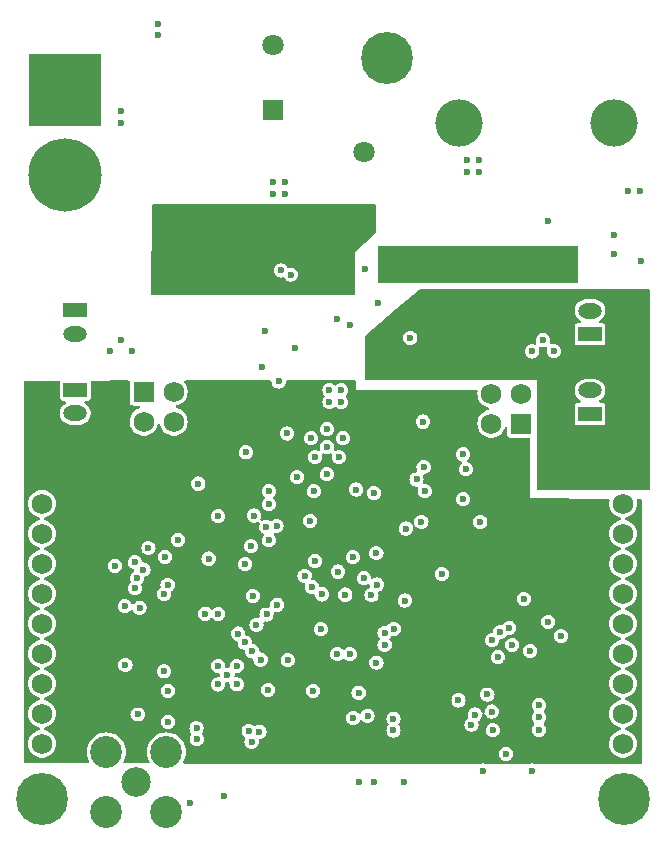
<source format=gbr>
%TF.GenerationSoftware,KiCad,Pcbnew,8.0.3-8.0.3-0~ubuntu22.04.1*%
%TF.CreationDate,2024-07-11T21:31:44-06:00*%
%TF.ProjectId,FCC_KiCAD,4643435f-4b69-4434-9144-2e6b69636164,rev?*%
%TF.SameCoordinates,Original*%
%TF.FileFunction,Copper,L3,Inr*%
%TF.FilePolarity,Positive*%
%FSLAX46Y46*%
G04 Gerber Fmt 4.6, Leading zero omitted, Abs format (unit mm)*
G04 Created by KiCad (PCBNEW 8.0.3-8.0.3-0~ubuntu22.04.1) date 2024-07-11 21:31:44*
%MOMM*%
%LPD*%
G01*
G04 APERTURE LIST*
%TA.AperFunction,ComponentPad*%
%ADD10R,2.000000X1.300000*%
%TD*%
%TA.AperFunction,ComponentPad*%
%ADD11O,2.000000X1.300000*%
%TD*%
%TA.AperFunction,ComponentPad*%
%ADD12C,4.400000*%
%TD*%
%TA.AperFunction,ComponentPad*%
%ADD13R,6.200000X6.200000*%
%TD*%
%TA.AperFunction,ComponentPad*%
%ADD14C,6.200000*%
%TD*%
%TA.AperFunction,ComponentPad*%
%ADD15C,0.600000*%
%TD*%
%TA.AperFunction,ComponentPad*%
%ADD16R,1.750000X1.750000*%
%TD*%
%TA.AperFunction,ComponentPad*%
%ADD17C,1.750000*%
%TD*%
%TA.AperFunction,ComponentPad*%
%ADD18R,1.800000X1.800000*%
%TD*%
%TA.AperFunction,ComponentPad*%
%ADD19C,1.800000*%
%TD*%
%TA.AperFunction,ComponentPad*%
%ADD20C,2.500000*%
%TD*%
%TA.AperFunction,ComponentPad*%
%ADD21C,2.700000*%
%TD*%
%TA.AperFunction,ComponentPad*%
%ADD22C,4.000000*%
%TD*%
%TA.AperFunction,ViaPad*%
%ADD23C,0.600000*%
%TD*%
G04 APERTURE END LIST*
D10*
%TO.N,/I2C + CANBUS/CAN1H*%
%TO.C,J4*%
X128510000Y-87450000D03*
D11*
%TO.N,/I2C + CANBUS/CAN1L*%
X128510000Y-89450000D03*
%TD*%
D10*
%TO.N,/I2C + CANBUS/CAN1H*%
%TO.C,J5*%
X128510000Y-94200000D03*
D11*
%TO.N,/I2C + CANBUS/CAN1L*%
X128510000Y-96200000D03*
%TD*%
D10*
%TO.N,/I2C + CANBUS/CAN2H*%
%TO.C,J6*%
X172085000Y-96250000D03*
D11*
%TO.N,/I2C + CANBUS/CAN2L*%
X172085000Y-94250000D03*
%TD*%
D10*
%TO.N,/I2C + CANBUS/CAN2H*%
%TO.C,J7*%
X172085000Y-89500000D03*
D11*
%TO.N,/I2C + CANBUS/CAN2L*%
X172085000Y-87500000D03*
%TD*%
D12*
%TO.N,N/C*%
%TO.C,H3*%
X174935000Y-128860000D03*
%TD*%
D13*
%TO.N,+BATT*%
%TO.C,J8*%
X127675000Y-68850000D03*
D14*
%TO.N,GND*%
X127675000Y-76050000D03*
%TD*%
D12*
%TO.N,N/C*%
%TO.C,H1*%
X154935000Y-66150000D03*
%TD*%
D15*
%TO.N,GND*%
%TO.C,U2*%
X142174800Y-117575000D03*
X140600000Y-117575000D03*
X141387400Y-118362400D03*
X142174800Y-119149800D03*
X140600000Y-119149800D03*
%TD*%
D16*
%TO.N,Net-(J2-Pin_1)*%
%TO.C,J2*%
X134300000Y-94360000D03*
D17*
%TO.N,/I2C + CANBUS/CAN1H*%
X136840000Y-94360000D03*
%TO.N,Net-(J2-Pin_3)*%
X134300000Y-96900000D03*
%TO.N,/I2C + CANBUS/CAN1H*%
X136840000Y-96900000D03*
%TD*%
D18*
%TO.N,+BATT*%
%TO.C,C31*%
X145285000Y-70511800D03*
D19*
%TO.N,GND*%
X145285000Y-65000000D03*
%TD*%
D20*
%TO.N,Net-(J1-In)*%
%TO.C,J1*%
X133685000Y-127400000D03*
D21*
%TO.N,GND*%
X136225000Y-124860000D03*
X131145000Y-124860000D03*
X136225000Y-129940000D03*
X131145000Y-129940000D03*
%TD*%
D12*
%TO.N,N/C*%
%TO.C,H2*%
X125685000Y-128860000D03*
%TD*%
D18*
%TO.N,/POWER + USB/5VDCDC*%
%TO.C,C36*%
X152985000Y-79550000D03*
D19*
%TO.N,GND*%
X152985000Y-74038200D03*
%TD*%
D15*
%TO.N,GND*%
%TO.C,U9*%
X149825000Y-97550000D03*
X151175000Y-98300000D03*
X148475000Y-98300000D03*
X149825000Y-99050000D03*
%TD*%
D16*
%TO.N,Net-(J3-Pin_1)*%
%TO.C,J3*%
X166270000Y-97075000D03*
D17*
%TO.N,/I2C + CANBUS/CAN2L*%
X163730000Y-97075000D03*
%TO.N,Net-(J3-Pin_3)*%
X166270000Y-94535000D03*
%TO.N,/I2C + CANBUS/CAN2L*%
X163730000Y-94535000D03*
%TD*%
D22*
%TO.N,unconnected-(J9-SHIELD1-PadSH1)*%
%TO.C,J9*%
X174155000Y-71650000D03*
%TO.N,unconnected-(J9-SHIELD2-PadSH2)*%
X161015000Y-71650000D03*
%TD*%
D17*
%TO.N,+3V3*%
%TO.C,J11*%
X125685000Y-101320000D03*
%TO.N,GND*%
X125685000Y-103860000D03*
%TO.N,/MCU + PAYLOAD/GPIO1*%
X125685000Y-106400000D03*
%TO.N,/MCU + PAYLOAD/GPIO2*%
X125685000Y-108940000D03*
%TO.N,/MCU + PAYLOAD/GPIO3*%
X125685000Y-111480000D03*
%TO.N,/MCU + PAYLOAD/UART_TX*%
X125685000Y-114020000D03*
%TO.N,/MCU + PAYLOAD/UART_RX*%
X125685000Y-116560000D03*
%TO.N,MISO*%
X125685000Y-119100000D03*
%TO.N,SCLK*%
X125685000Y-121640000D03*
%TO.N,MOSI*%
X125685000Y-124180000D03*
%TD*%
%TO.N,+5V*%
%TO.C,J12*%
X174885000Y-101320000D03*
%TO.N,GND*%
X174885000Y-103860000D03*
%TO.N,/MCU + PAYLOAD/GPIO4*%
X174885000Y-106400000D03*
%TO.N,/MCU + PAYLOAD/GPIO5*%
X174885000Y-108940000D03*
%TO.N,/MCU + PAYLOAD/GPIO6*%
X174885000Y-111480000D03*
%TO.N,/MCU + PAYLOAD/GPIO7*%
X174885000Y-114020000D03*
%TO.N,/MCU + PAYLOAD/GPIO8*%
X174885000Y-116560000D03*
%TO.N,/MCU + PAYLOAD/GPIO9*%
X174885000Y-119100000D03*
%TO.N,SCL*%
X174885000Y-121640000D03*
%TO.N,SDA*%
X174885000Y-124180000D03*
%TD*%
D23*
%TO.N,GND*%
X156500000Y-105950000D03*
X176400000Y-83300000D03*
X133350000Y-90895000D03*
X141125000Y-128575000D03*
X144100000Y-123150000D03*
X144900001Y-103899999D03*
X161710049Y-75789784D03*
X167205000Y-90955000D03*
X146750000Y-84450000D03*
X150625000Y-88200000D03*
X163000000Y-126450000D03*
X161710049Y-74789784D03*
X145235000Y-77600000D03*
X153025000Y-83950000D03*
X158100000Y-102800000D03*
X162350000Y-121700000D03*
X161580000Y-100925000D03*
X153800000Y-127400000D03*
X144575000Y-89250000D03*
X142900000Y-108976999D03*
X156300000Y-127400000D03*
X139800001Y-108499999D03*
X144200000Y-117050000D03*
X146235000Y-77600000D03*
X169030000Y-90930000D03*
X155465001Y-114450000D03*
X145235000Y-76600000D03*
X143437400Y-123992400D03*
X154700000Y-114800000D03*
X153583412Y-111603300D03*
X168550000Y-113850000D03*
X148650000Y-119700000D03*
X156875000Y-89800000D03*
X155450000Y-122050000D03*
X169650000Y-115050000D03*
X136100000Y-108350000D03*
X148825000Y-99900000D03*
X152050000Y-122000000D03*
X165500000Y-115800000D03*
X164300000Y-116850000D03*
X132385000Y-70600000D03*
X167025000Y-116325000D03*
X137200000Y-106900000D03*
X144850000Y-119600000D03*
X135485000Y-64200000D03*
X146490000Y-117092400D03*
X146235000Y-76600000D03*
X164975000Y-125025000D03*
X144325000Y-92300000D03*
X167770000Y-121950000D03*
X143400001Y-107449999D03*
X157950000Y-96900000D03*
X174085000Y-82725000D03*
X146450000Y-97900000D03*
X136326079Y-110723922D03*
X138775000Y-122875000D03*
X136040000Y-111500000D03*
X162800000Y-105400000D03*
X132750000Y-117500000D03*
X131850000Y-109100002D03*
X132385000Y-71600000D03*
X154700000Y-115800000D03*
X140612400Y-113167400D03*
X151750000Y-116600000D03*
X135485000Y-63200000D03*
X143187400Y-123092400D03*
X131450000Y-90895000D03*
X175300000Y-77350000D03*
X167770000Y-123000000D03*
X145925000Y-84100000D03*
X176300000Y-77350000D03*
X136037400Y-118042400D03*
X163850000Y-123023000D03*
X147300000Y-101600000D03*
X140600000Y-104900000D03*
X168105000Y-90005000D03*
X167770000Y-120900000D03*
X145725000Y-93500000D03*
X164500000Y-114700000D03*
X136337400Y-119692400D03*
X148400000Y-105300000D03*
X157810000Y-105380000D03*
X167150000Y-126450000D03*
X150025000Y-95250000D03*
X150825000Y-99900000D03*
X132400000Y-89970000D03*
X142950000Y-99500000D03*
X163770000Y-121450000D03*
X163400000Y-120000000D03*
X154175000Y-86850000D03*
X152500000Y-127400000D03*
X151025000Y-94250000D03*
X147150000Y-90650000D03*
X134281644Y-109427000D03*
X150700000Y-116600000D03*
X162710049Y-74789784D03*
X151025000Y-95250000D03*
X174100000Y-81130000D03*
X168500000Y-79900000D03*
X138787400Y-123792400D03*
X150025000Y-94250000D03*
X166500000Y-111900000D03*
X136362400Y-122317400D03*
X138200000Y-129190000D03*
X139500000Y-113160000D03*
X138925000Y-102150000D03*
X162710049Y-75789784D03*
X151373000Y-111550000D03*
X133787400Y-121692400D03*
X143650000Y-104850000D03*
X151725000Y-88700000D03*
%TO.N,/POWER + USB/5VBUS_FILT*%
X155125000Y-83150000D03*
X168935000Y-83900000D03*
X156125000Y-84150000D03*
X155125000Y-84150000D03*
X169935000Y-82900000D03*
X169935000Y-83900000D03*
X168935000Y-82900000D03*
X156125000Y-83150000D03*
%TO.N,/POWER + USB/5VDCDC*%
X149125000Y-84150000D03*
X149125000Y-83150000D03*
X147285000Y-80300000D03*
X148125000Y-83150000D03*
X136885000Y-81850000D03*
X135885000Y-81850000D03*
X136885000Y-82850000D03*
X148125000Y-84150000D03*
X135885000Y-82850000D03*
%TO.N,+5V*%
X154625000Y-91650000D03*
X153625000Y-91650000D03*
X154625000Y-92650000D03*
X153625000Y-92650000D03*
%TO.N,+3V3*%
X143037400Y-120342400D03*
X156350000Y-103653356D03*
X165230000Y-104170000D03*
X161580000Y-102225000D03*
X161050000Y-105100000D03*
X138087400Y-118867400D03*
X158000000Y-120450000D03*
X155265001Y-105000000D03*
X148325000Y-95250000D03*
X167800000Y-111900000D03*
X166150000Y-114450000D03*
X140613714Y-115709905D03*
X151750000Y-114000000D03*
X148325000Y-96250000D03*
X131850000Y-110050002D03*
X147325000Y-96250000D03*
X152600000Y-113950000D03*
X144687400Y-118042400D03*
X139587400Y-120342400D03*
X143837400Y-120342400D03*
X147325000Y-95250000D03*
X164975000Y-117375000D03*
X166950000Y-115050000D03*
X165220000Y-121050000D03*
X146750000Y-104950000D03*
X147325000Y-94250000D03*
X147565001Y-104200000D03*
X165220000Y-121950000D03*
X154465001Y-112700000D03*
X148325000Y-94250000D03*
X138925000Y-100900000D03*
X149450000Y-125150000D03*
X162520000Y-120200000D03*
X136300000Y-109200000D03*
X161050000Y-111650000D03*
%TO.N,/MCU + PAYLOAD/NRST*%
X148800000Y-108699999D03*
X155450000Y-123050000D03*
%TO.N,/MCU + PAYLOAD/SWDIO*%
X152950000Y-110150000D03*
X154000000Y-117300000D03*
%TO.N,/MCU + PAYLOAD/SWCLK*%
X152000000Y-108375000D03*
X153250000Y-121800000D03*
%TO.N,/MCU + PAYLOAD/SWO*%
X152500000Y-119850000D03*
X150750000Y-109600000D03*
%TO.N,SCLK*%
X133950000Y-112650000D03*
X142850000Y-115600000D03*
%TO.N,/MCU + PAYLOAD/GPIO3*%
X144650000Y-105800000D03*
%TO.N,/MCU + PAYLOAD/GPIO1*%
X149800000Y-101350000D03*
%TO.N,/MCU + PAYLOAD/GPIO2*%
X145550000Y-105725000D03*
%TO.N,MISO*%
X133550000Y-111000000D03*
X142300000Y-114850000D03*
%TO.N,MOSI*%
X132700000Y-112525000D03*
X143500000Y-116350000D03*
%TO.N,/MCU + PAYLOAD/GPIO6*%
X154000000Y-108046698D03*
%TO.N,/MCU + PAYLOAD/GPIO4*%
X152300000Y-102650000D03*
%TO.N,SDA*%
X160950000Y-120500000D03*
X163800000Y-115400000D03*
%TO.N,/MCU + PAYLOAD/GPIO7*%
X159550000Y-109800000D03*
%TO.N,/MCU + PAYLOAD/GPIO5*%
X153800000Y-102950000D03*
%TO.N,SCL*%
X162050000Y-122550000D03*
X165250000Y-114350000D03*
%TO.N,/MCU + PAYLOAD/GPIO9*%
X156400000Y-112050000D03*
%TO.N,/MCU + PAYLOAD/GPIO8*%
X154050000Y-110700000D03*
%TO.N,ACCEL_INT*%
X134700000Y-107600000D03*
X144891324Y-106939145D03*
%TO.N,ACCEL_~{CS}*%
X143550000Y-111650000D03*
X133550000Y-108800000D03*
%TO.N,GYRO_INT*%
X147925000Y-109975000D03*
X133750000Y-110150000D03*
%TO.N,CC2500_GDO0*%
X144700000Y-113225000D03*
X149400000Y-111527000D03*
%TO.N,CC2500_~{CS}*%
X148550000Y-110900000D03*
X145600000Y-112400000D03*
%TO.N,CC2500_GDO2*%
X143850000Y-114100000D03*
X149300000Y-114480856D03*
%TO.N,CAN1_TX*%
X144900000Y-102800000D03*
X148700000Y-102800000D03*
%TO.N,CAN2_TX*%
X158000000Y-100750000D03*
X161345000Y-99675000D03*
%TO.N,CAN2_RX*%
X157400000Y-101800000D03*
X161345000Y-103475000D03*
%TD*%
%TA.AperFunction,Conductor*%
%TO.N,/POWER + USB/5VDCDC*%
G36*
X153943039Y-78519685D02*
G01*
X153988794Y-78572489D01*
X154000000Y-78624000D01*
X154000000Y-80844315D01*
X153980315Y-80911354D01*
X153958381Y-80936994D01*
X152200000Y-82500000D01*
X152200000Y-86076000D01*
X152180315Y-86143039D01*
X152127511Y-86188794D01*
X152076000Y-86200000D01*
X135025621Y-86200000D01*
X134958582Y-86180315D01*
X134912827Y-86127511D01*
X134901631Y-86074390D01*
X134919689Y-84683983D01*
X134927273Y-84099998D01*
X145319318Y-84099998D01*
X145319318Y-84100001D01*
X145339955Y-84256760D01*
X145339956Y-84256762D01*
X145400464Y-84402841D01*
X145496718Y-84528282D01*
X145622159Y-84624536D01*
X145768238Y-84685044D01*
X145846619Y-84695363D01*
X145924999Y-84705682D01*
X145925000Y-84705682D01*
X145925001Y-84705682D01*
X146002105Y-84695530D01*
X146081762Y-84685044D01*
X146081762Y-84685043D01*
X146089820Y-84683983D01*
X146090023Y-84685526D01*
X146150628Y-84686962D01*
X146208495Y-84726118D01*
X146220605Y-84746252D01*
X146221396Y-84745796D01*
X146225462Y-84752837D01*
X146225464Y-84752841D01*
X146321718Y-84878282D01*
X146447159Y-84974536D01*
X146593238Y-85035044D01*
X146671619Y-85045363D01*
X146749999Y-85055682D01*
X146750000Y-85055682D01*
X146750001Y-85055682D01*
X146802254Y-85048802D01*
X146906762Y-85035044D01*
X147052841Y-84974536D01*
X147178282Y-84878282D01*
X147274536Y-84752841D01*
X147335044Y-84606762D01*
X147355682Y-84450000D01*
X147349473Y-84402841D01*
X147335044Y-84293239D01*
X147335044Y-84293238D01*
X147274536Y-84147159D01*
X147178282Y-84021718D01*
X147052841Y-83925464D01*
X146906762Y-83864956D01*
X146906760Y-83864955D01*
X146750001Y-83844318D01*
X146749999Y-83844318D01*
X146672894Y-83854469D01*
X146593238Y-83864956D01*
X146593237Y-83864956D01*
X146585180Y-83866017D01*
X146584977Y-83864478D01*
X146524346Y-83863029D01*
X146466487Y-83823861D01*
X146454391Y-83803738D01*
X146453599Y-83804196D01*
X146449539Y-83797163D01*
X146446527Y-83793238D01*
X146353282Y-83671718D01*
X146227841Y-83575464D01*
X146081762Y-83514956D01*
X146081760Y-83514955D01*
X145925001Y-83494318D01*
X145924999Y-83494318D01*
X145768239Y-83514955D01*
X145768237Y-83514956D01*
X145622160Y-83575463D01*
X145496718Y-83671718D01*
X145400463Y-83797160D01*
X145339956Y-83943237D01*
X145339955Y-83943239D01*
X145319318Y-84099998D01*
X134927273Y-84099998D01*
X134968831Y-80900000D01*
X134998411Y-78622390D01*
X135018965Y-78555612D01*
X135072359Y-78510546D01*
X135122401Y-78500000D01*
X153876000Y-78500000D01*
X153943039Y-78519685D01*
G37*
%TD.AperFunction*%
%TD*%
%TA.AperFunction,Conductor*%
%TO.N,/POWER + USB/5VBUS_FILT*%
G36*
X171043039Y-82019685D02*
G01*
X171088794Y-82072489D01*
X171100000Y-82124000D01*
X171100000Y-85076000D01*
X171080315Y-85143039D01*
X171027511Y-85188794D01*
X170976000Y-85200000D01*
X154224000Y-85200000D01*
X154156961Y-85180315D01*
X154111206Y-85127511D01*
X154100000Y-85076000D01*
X154100000Y-82124000D01*
X154119685Y-82056961D01*
X154172489Y-82011206D01*
X154224000Y-82000000D01*
X170976000Y-82000000D01*
X171043039Y-82019685D01*
G37*
%TD.AperFunction*%
%TD*%
%TA.AperFunction,Conductor*%
%TO.N,+5V*%
G36*
X177143039Y-85719685D02*
G01*
X177188794Y-85772489D01*
X177200000Y-85824000D01*
X177200000Y-102576000D01*
X177180315Y-102643039D01*
X177127511Y-102688794D01*
X177076000Y-102700000D01*
X175088336Y-102700000D01*
X175065552Y-102697889D01*
X175016897Y-102688794D01*
X174993926Y-102684500D01*
X174776074Y-102684500D01*
X174753103Y-102688794D01*
X174704448Y-102697889D01*
X174681664Y-102700000D01*
X167724000Y-102700000D01*
X167656961Y-102680315D01*
X167611206Y-102627511D01*
X167600000Y-102576000D01*
X167600000Y-94156379D01*
X170784500Y-94156379D01*
X170784500Y-94343620D01*
X170821025Y-94527243D01*
X170821027Y-94527251D01*
X170892676Y-94700228D01*
X170892681Y-94700237D01*
X170996697Y-94855907D01*
X170996700Y-94855911D01*
X171129088Y-94988299D01*
X171129096Y-94988305D01*
X171254950Y-95072398D01*
X171299756Y-95126010D01*
X171308463Y-95195335D01*
X171278309Y-95258362D01*
X171218866Y-95295082D01*
X171186061Y-95299500D01*
X171040144Y-95299500D01*
X171040117Y-95299502D01*
X171015012Y-95302413D01*
X171015008Y-95302415D01*
X170912235Y-95347793D01*
X170832794Y-95427234D01*
X170787415Y-95530006D01*
X170787415Y-95530008D01*
X170784500Y-95555131D01*
X170784500Y-96944856D01*
X170784502Y-96944882D01*
X170787413Y-96969987D01*
X170787415Y-96969991D01*
X170832793Y-97072764D01*
X170832794Y-97072765D01*
X170912235Y-97152206D01*
X171015009Y-97197585D01*
X171040135Y-97200500D01*
X173129864Y-97200499D01*
X173129879Y-97200497D01*
X173129882Y-97200497D01*
X173154987Y-97197586D01*
X173154988Y-97197585D01*
X173154991Y-97197585D01*
X173257765Y-97152206D01*
X173337206Y-97072765D01*
X173382585Y-96969991D01*
X173385500Y-96944865D01*
X173385499Y-95555136D01*
X173385497Y-95555117D01*
X173382586Y-95530012D01*
X173382585Y-95530010D01*
X173382585Y-95530009D01*
X173337206Y-95427235D01*
X173257765Y-95347794D01*
X173218195Y-95330322D01*
X173154992Y-95302415D01*
X173129868Y-95299500D01*
X172983941Y-95299500D01*
X172916902Y-95279815D01*
X172871147Y-95227011D01*
X172861203Y-95157853D01*
X172890228Y-95094297D01*
X172915050Y-95072398D01*
X172962911Y-95040417D01*
X173040908Y-94988302D01*
X173173302Y-94855908D01*
X173277322Y-94700231D01*
X173348973Y-94527251D01*
X173385500Y-94343616D01*
X173385500Y-94156384D01*
X173348973Y-93972749D01*
X173277322Y-93799769D01*
X173277321Y-93799768D01*
X173277318Y-93799762D01*
X173173302Y-93644092D01*
X173173299Y-93644088D01*
X173040911Y-93511700D01*
X173040907Y-93511697D01*
X172885237Y-93407681D01*
X172885228Y-93407676D01*
X172712251Y-93336027D01*
X172712243Y-93336025D01*
X172528620Y-93299500D01*
X172528616Y-93299500D01*
X171641384Y-93299500D01*
X171641379Y-93299500D01*
X171457756Y-93336025D01*
X171457748Y-93336027D01*
X171284771Y-93407676D01*
X171284762Y-93407681D01*
X171129092Y-93511697D01*
X171129088Y-93511700D01*
X170996700Y-93644088D01*
X170996697Y-93644092D01*
X170892681Y-93799762D01*
X170892676Y-93799771D01*
X170821027Y-93972748D01*
X170821025Y-93972756D01*
X170784500Y-94156379D01*
X167600000Y-94156379D01*
X167600000Y-93400000D01*
X166607074Y-93400000D01*
X166584291Y-93397889D01*
X166378926Y-93359500D01*
X166161074Y-93359500D01*
X165955708Y-93397889D01*
X165932926Y-93400000D01*
X164067074Y-93400000D01*
X164044291Y-93397889D01*
X163838926Y-93359500D01*
X163621074Y-93359500D01*
X163415708Y-93397889D01*
X163392926Y-93400000D01*
X153124000Y-93400000D01*
X153056961Y-93380315D01*
X153011206Y-93327511D01*
X153000000Y-93276000D01*
X153000000Y-90954998D01*
X166599318Y-90954998D01*
X166599318Y-90955001D01*
X166619955Y-91111760D01*
X166619956Y-91111762D01*
X166680464Y-91257841D01*
X166776718Y-91383282D01*
X166902159Y-91479536D01*
X167048238Y-91540044D01*
X167126619Y-91550363D01*
X167204999Y-91560682D01*
X167205000Y-91560682D01*
X167205001Y-91560682D01*
X167257254Y-91553802D01*
X167361762Y-91540044D01*
X167507841Y-91479536D01*
X167633282Y-91383282D01*
X167729536Y-91257841D01*
X167790044Y-91111762D01*
X167810682Y-90955000D01*
X167807390Y-90929998D01*
X167790044Y-90798240D01*
X167790044Y-90798239D01*
X167790044Y-90798238D01*
X167767743Y-90744400D01*
X167760275Y-90674934D01*
X167791550Y-90612455D01*
X167851638Y-90576802D01*
X167921463Y-90579295D01*
X167929750Y-90582386D01*
X167948238Y-90590044D01*
X168015286Y-90598871D01*
X168104999Y-90610682D01*
X168105000Y-90610682D01*
X168105001Y-90610682D01*
X168157254Y-90603802D01*
X168261762Y-90590044D01*
X168297920Y-90575066D01*
X168367386Y-90567597D01*
X168429866Y-90598871D01*
X168465520Y-90658959D01*
X168463027Y-90728784D01*
X168459933Y-90737079D01*
X168444957Y-90773234D01*
X168444955Y-90773239D01*
X168424318Y-90929998D01*
X168424318Y-90930001D01*
X168444955Y-91086760D01*
X168444956Y-91086762D01*
X168455310Y-91111760D01*
X168505464Y-91232841D01*
X168601718Y-91358282D01*
X168727159Y-91454536D01*
X168873238Y-91515044D01*
X168951619Y-91525363D01*
X169029999Y-91535682D01*
X169030000Y-91535682D01*
X169030001Y-91535682D01*
X169082254Y-91528802D01*
X169186762Y-91515044D01*
X169332841Y-91454536D01*
X169458282Y-91358282D01*
X169554536Y-91232841D01*
X169615044Y-91086762D01*
X169635682Y-90930000D01*
X169615044Y-90773238D01*
X169554536Y-90627159D01*
X169458282Y-90501718D01*
X169332841Y-90405464D01*
X169283540Y-90385043D01*
X169186762Y-90344956D01*
X169186760Y-90344955D01*
X169030001Y-90324318D01*
X169029999Y-90324318D01*
X168873239Y-90344955D01*
X168873234Y-90344957D01*
X168837079Y-90359933D01*
X168767609Y-90367402D01*
X168705130Y-90336126D01*
X168669478Y-90276037D01*
X168671973Y-90206212D01*
X168675057Y-90197943D01*
X168690044Y-90161762D01*
X168710682Y-90005000D01*
X168704331Y-89956762D01*
X168690044Y-89848239D01*
X168690044Y-89848238D01*
X168629536Y-89702159D01*
X168533282Y-89576718D01*
X168407841Y-89480464D01*
X168261762Y-89419956D01*
X168261760Y-89419955D01*
X168105001Y-89399318D01*
X168104999Y-89399318D01*
X167948239Y-89419955D01*
X167948237Y-89419956D01*
X167802160Y-89480463D01*
X167676718Y-89576718D01*
X167580463Y-89702160D01*
X167519956Y-89848237D01*
X167519955Y-89848239D01*
X167499318Y-90004998D01*
X167499318Y-90005001D01*
X167519955Y-90161760D01*
X167519956Y-90161762D01*
X167542255Y-90215596D01*
X167549724Y-90285066D01*
X167518449Y-90347545D01*
X167458360Y-90383197D01*
X167388535Y-90380703D01*
X167380243Y-90377611D01*
X167361762Y-90369956D01*
X167361760Y-90369955D01*
X167205001Y-90349318D01*
X167204999Y-90349318D01*
X167048239Y-90369955D01*
X167048237Y-90369956D01*
X166902160Y-90430463D01*
X166776718Y-90526718D01*
X166680463Y-90652160D01*
X166619956Y-90798237D01*
X166619955Y-90798239D01*
X166599318Y-90954998D01*
X153000000Y-90954998D01*
X153000000Y-89799998D01*
X156269318Y-89799998D01*
X156269318Y-89800001D01*
X156289955Y-89956760D01*
X156289956Y-89956762D01*
X156350464Y-90102841D01*
X156446718Y-90228282D01*
X156572159Y-90324536D01*
X156718238Y-90385044D01*
X156796619Y-90395363D01*
X156874999Y-90405682D01*
X156875000Y-90405682D01*
X156875001Y-90405682D01*
X156927254Y-90398802D01*
X157031762Y-90385044D01*
X157177841Y-90324536D01*
X157303282Y-90228282D01*
X157399536Y-90102841D01*
X157460044Y-89956762D01*
X157480682Y-89800000D01*
X157460044Y-89643238D01*
X157399536Y-89497159D01*
X157303282Y-89371718D01*
X157177841Y-89275464D01*
X157031762Y-89214956D01*
X157031760Y-89214955D01*
X156875001Y-89194318D01*
X156874999Y-89194318D01*
X156718239Y-89214955D01*
X156718237Y-89214956D01*
X156572160Y-89275463D01*
X156446718Y-89371718D01*
X156350463Y-89497160D01*
X156289956Y-89643237D01*
X156289955Y-89643239D01*
X156269318Y-89799998D01*
X153000000Y-89799998D01*
X153000000Y-89707366D01*
X153019685Y-89640327D01*
X153043718Y-89612862D01*
X155641223Y-87406379D01*
X170784500Y-87406379D01*
X170784500Y-87593620D01*
X170821025Y-87777243D01*
X170821027Y-87777251D01*
X170892676Y-87950228D01*
X170892681Y-87950237D01*
X170996697Y-88105907D01*
X170996700Y-88105911D01*
X171129088Y-88238299D01*
X171129096Y-88238305D01*
X171254950Y-88322398D01*
X171299756Y-88376010D01*
X171308463Y-88445335D01*
X171278309Y-88508362D01*
X171218866Y-88545082D01*
X171186061Y-88549500D01*
X171040144Y-88549500D01*
X171040117Y-88549502D01*
X171015012Y-88552413D01*
X171015008Y-88552415D01*
X170912235Y-88597793D01*
X170832794Y-88677234D01*
X170787415Y-88780006D01*
X170787415Y-88780008D01*
X170784500Y-88805131D01*
X170784500Y-90194856D01*
X170784502Y-90194882D01*
X170787413Y-90219987D01*
X170787415Y-90219991D01*
X170832793Y-90322764D01*
X170832794Y-90322765D01*
X170912235Y-90402206D01*
X171015009Y-90447585D01*
X171040135Y-90450500D01*
X173129864Y-90450499D01*
X173129879Y-90450497D01*
X173129882Y-90450497D01*
X173154987Y-90447586D01*
X173154988Y-90447585D01*
X173154991Y-90447585D01*
X173257765Y-90402206D01*
X173337206Y-90322765D01*
X173382585Y-90219991D01*
X173385500Y-90194865D01*
X173385499Y-88805136D01*
X173385497Y-88805117D01*
X173382586Y-88780012D01*
X173382585Y-88780010D01*
X173382585Y-88780009D01*
X173337206Y-88677235D01*
X173257765Y-88597794D01*
X173257763Y-88597793D01*
X173154992Y-88552415D01*
X173129868Y-88549500D01*
X172983941Y-88549500D01*
X172916902Y-88529815D01*
X172871147Y-88477011D01*
X172861203Y-88407853D01*
X172890228Y-88344297D01*
X172915050Y-88322398D01*
X172962911Y-88290417D01*
X173040908Y-88238302D01*
X173173302Y-88105908D01*
X173277322Y-87950231D01*
X173348973Y-87777251D01*
X173385500Y-87593616D01*
X173385500Y-87406384D01*
X173348973Y-87222749D01*
X173277322Y-87049769D01*
X173277321Y-87049768D01*
X173277318Y-87049762D01*
X173173302Y-86894092D01*
X173173299Y-86894088D01*
X173040911Y-86761700D01*
X173040907Y-86761697D01*
X172885237Y-86657681D01*
X172885228Y-86657676D01*
X172712251Y-86586027D01*
X172712243Y-86586025D01*
X172528620Y-86549500D01*
X172528616Y-86549500D01*
X171641384Y-86549500D01*
X171641379Y-86549500D01*
X171457756Y-86586025D01*
X171457748Y-86586027D01*
X171284771Y-86657676D01*
X171284762Y-86657681D01*
X171129092Y-86761697D01*
X171129088Y-86761700D01*
X170996700Y-86894088D01*
X170996697Y-86894092D01*
X170892681Y-87049762D01*
X170892676Y-87049771D01*
X170821027Y-87222748D01*
X170821025Y-87222756D01*
X170784500Y-87406379D01*
X155641223Y-87406379D01*
X157615279Y-85729493D01*
X157679117Y-85701095D01*
X157695558Y-85700000D01*
X177076000Y-85700000D01*
X177143039Y-85719685D01*
G37*
%TD.AperFunction*%
%TD*%
%TA.AperFunction,Conductor*%
%TO.N,+3V3*%
G36*
X152242947Y-93419735D02*
G01*
X152288749Y-93472499D01*
X152300000Y-93524110D01*
X152300000Y-94200000D01*
X156600000Y-94200000D01*
X162444485Y-94200000D01*
X162511524Y-94219685D01*
X162557279Y-94272489D01*
X162567956Y-94335441D01*
X162549464Y-94534999D01*
X162549464Y-94535000D01*
X162569564Y-94751918D01*
X162569564Y-94751920D01*
X162569565Y-94751923D01*
X162617385Y-94919993D01*
X162629184Y-94961462D01*
X162694345Y-95092322D01*
X162726288Y-95156472D01*
X162838445Y-95304993D01*
X162857574Y-95330323D01*
X162887581Y-95357678D01*
X163018568Y-95477088D01*
X163018575Y-95477092D01*
X163018576Y-95477093D01*
X163203786Y-95591770D01*
X163203792Y-95591773D01*
X163225266Y-95600092D01*
X163406931Y-95670470D01*
X163474558Y-95683111D01*
X163536838Y-95714779D01*
X163572111Y-95775092D01*
X163569177Y-95844900D01*
X163528968Y-95902040D01*
X163474558Y-95926888D01*
X163406931Y-95939530D01*
X163359498Y-95957906D01*
X163203792Y-96018226D01*
X163203786Y-96018229D01*
X163018576Y-96132906D01*
X163018566Y-96132913D01*
X162857574Y-96279676D01*
X162726288Y-96453527D01*
X162629184Y-96648537D01*
X162618421Y-96686364D01*
X162584408Y-96805911D01*
X162569564Y-96858081D01*
X162549464Y-97074999D01*
X162549464Y-97075000D01*
X162569564Y-97291918D01*
X162569564Y-97291920D01*
X162569565Y-97291923D01*
X162607297Y-97424536D01*
X162629184Y-97501462D01*
X162653354Y-97550001D01*
X162726288Y-97696472D01*
X162857573Y-97870322D01*
X163018568Y-98017088D01*
X163018575Y-98017092D01*
X163018576Y-98017093D01*
X163203786Y-98131770D01*
X163203792Y-98131773D01*
X163212233Y-98135043D01*
X163406931Y-98210470D01*
X163621074Y-98250500D01*
X163621076Y-98250500D01*
X163838924Y-98250500D01*
X163838926Y-98250500D01*
X164053069Y-98210470D01*
X164256210Y-98131772D01*
X164441432Y-98017088D01*
X164602427Y-97870322D01*
X164733712Y-97696472D01*
X164830817Y-97501459D01*
X164851234Y-97429698D01*
X164888512Y-97370607D01*
X164951821Y-97341049D01*
X165021061Y-97350410D01*
X165074248Y-97395719D01*
X165094496Y-97462591D01*
X165094500Y-97463634D01*
X165094500Y-97994856D01*
X165094502Y-97994882D01*
X165097413Y-98019987D01*
X165097415Y-98019991D01*
X165142793Y-98122764D01*
X165142794Y-98122765D01*
X165222235Y-98202206D01*
X165325009Y-98247585D01*
X165350135Y-98250500D01*
X166876000Y-98250499D01*
X166943039Y-98270184D01*
X166988794Y-98322987D01*
X167000000Y-98374499D01*
X167000000Y-103400000D01*
X173624865Y-103417526D01*
X173691852Y-103437388D01*
X173737467Y-103490313D01*
X173747228Y-103559498D01*
X173743804Y-103575459D01*
X173724564Y-103643079D01*
X173704464Y-103859999D01*
X173704464Y-103860000D01*
X173724564Y-104076918D01*
X173724564Y-104076920D01*
X173724565Y-104076923D01*
X173772193Y-104244318D01*
X173784184Y-104286462D01*
X173828502Y-104375464D01*
X173881288Y-104481472D01*
X174012573Y-104655322D01*
X174173568Y-104802088D01*
X174173575Y-104802092D01*
X174173576Y-104802093D01*
X174358786Y-104916770D01*
X174358792Y-104916773D01*
X174381664Y-104925633D01*
X174561931Y-104995470D01*
X174629558Y-105008111D01*
X174691838Y-105039779D01*
X174727111Y-105100092D01*
X174724177Y-105169900D01*
X174683968Y-105227040D01*
X174629558Y-105251888D01*
X174561931Y-105264530D01*
X174521795Y-105280079D01*
X174358792Y-105343226D01*
X174358786Y-105343229D01*
X174173576Y-105457906D01*
X174173566Y-105457913D01*
X174012574Y-105604676D01*
X173881288Y-105778527D01*
X173784184Y-105973537D01*
X173724564Y-106183081D01*
X173704464Y-106399999D01*
X173704464Y-106400000D01*
X173724564Y-106616918D01*
X173724564Y-106616920D01*
X173724565Y-106616923D01*
X173771643Y-106782384D01*
X173784184Y-106826462D01*
X173833481Y-106925463D01*
X173881288Y-107021472D01*
X174012573Y-107195322D01*
X174173568Y-107342088D01*
X174173575Y-107342092D01*
X174173576Y-107342093D01*
X174358786Y-107456770D01*
X174358792Y-107456773D01*
X174371389Y-107461653D01*
X174561931Y-107535470D01*
X174629558Y-107548111D01*
X174691838Y-107579779D01*
X174727111Y-107640092D01*
X174724177Y-107709900D01*
X174683968Y-107767040D01*
X174629558Y-107791888D01*
X174561931Y-107804530D01*
X174513130Y-107823435D01*
X174358792Y-107883226D01*
X174358786Y-107883229D01*
X174173576Y-107997906D01*
X174173566Y-107997913D01*
X174012574Y-108144676D01*
X173881288Y-108318527D01*
X173784184Y-108513537D01*
X173767768Y-108571234D01*
X173743434Y-108656761D01*
X173724564Y-108723081D01*
X173704464Y-108939999D01*
X173704464Y-108940000D01*
X173724564Y-109156918D01*
X173724564Y-109156920D01*
X173724565Y-109156923D01*
X173764466Y-109297160D01*
X173784184Y-109366462D01*
X173838031Y-109474601D01*
X173881288Y-109561472D01*
X174012573Y-109735322D01*
X174173568Y-109882088D01*
X174173575Y-109882092D01*
X174173576Y-109882093D01*
X174358786Y-109996770D01*
X174358792Y-109996773D01*
X174381664Y-110005633D01*
X174561931Y-110075470D01*
X174629558Y-110088111D01*
X174691838Y-110119779D01*
X174727111Y-110180092D01*
X174724177Y-110249900D01*
X174683968Y-110307040D01*
X174629558Y-110331888D01*
X174561931Y-110344530D01*
X174513130Y-110363435D01*
X174358792Y-110423226D01*
X174358786Y-110423229D01*
X174173576Y-110537906D01*
X174173566Y-110537913D01*
X174012574Y-110684676D01*
X173881288Y-110858527D01*
X173784184Y-111053537D01*
X173780935Y-111064955D01*
X173728725Y-111248458D01*
X173724564Y-111263081D01*
X173704464Y-111479999D01*
X173704464Y-111480000D01*
X173724564Y-111696918D01*
X173724564Y-111696920D01*
X173724565Y-111696923D01*
X173775364Y-111875463D01*
X173784184Y-111906462D01*
X173830991Y-112000463D01*
X173881288Y-112101472D01*
X174012573Y-112275322D01*
X174173568Y-112422088D01*
X174173575Y-112422092D01*
X174173576Y-112422093D01*
X174358786Y-112536770D01*
X174358792Y-112536773D01*
X174381664Y-112545633D01*
X174561931Y-112615470D01*
X174629558Y-112628111D01*
X174691838Y-112659779D01*
X174727111Y-112720092D01*
X174724177Y-112789900D01*
X174683968Y-112847040D01*
X174629558Y-112871888D01*
X174561931Y-112884530D01*
X174521921Y-112900030D01*
X174358792Y-112963226D01*
X174358786Y-112963229D01*
X174173576Y-113077906D01*
X174173566Y-113077913D01*
X174012574Y-113224676D01*
X173881288Y-113398527D01*
X173784184Y-113593537D01*
X173724564Y-113803081D01*
X173704464Y-114019999D01*
X173704464Y-114020000D01*
X173724564Y-114236918D01*
X173724564Y-114236920D01*
X173724565Y-114236923D01*
X173763719Y-114374536D01*
X173784184Y-114446462D01*
X173834326Y-114547160D01*
X173881288Y-114641472D01*
X174012573Y-114815322D01*
X174173568Y-114962088D01*
X174173575Y-114962092D01*
X174173576Y-114962093D01*
X174358786Y-115076770D01*
X174358792Y-115076773D01*
X174381664Y-115085633D01*
X174561931Y-115155470D01*
X174629558Y-115168111D01*
X174691838Y-115199779D01*
X174727111Y-115260092D01*
X174724177Y-115329900D01*
X174683968Y-115387040D01*
X174629558Y-115411888D01*
X174561931Y-115424530D01*
X174529363Y-115437147D01*
X174358792Y-115503226D01*
X174358786Y-115503229D01*
X174173576Y-115617906D01*
X174173566Y-115617913D01*
X174012574Y-115764676D01*
X173881288Y-115938527D01*
X173784184Y-116133537D01*
X173770766Y-116180697D01*
X173737630Y-116297160D01*
X173724564Y-116343081D01*
X173704464Y-116559999D01*
X173704464Y-116560000D01*
X173724564Y-116776918D01*
X173724564Y-116776920D01*
X173724565Y-116776923D01*
X173784183Y-116986459D01*
X173784184Y-116986462D01*
X173867030Y-117152839D01*
X173881288Y-117181472D01*
X174012573Y-117355322D01*
X174173568Y-117502088D01*
X174173575Y-117502092D01*
X174173576Y-117502093D01*
X174358786Y-117616770D01*
X174358792Y-117616773D01*
X174377582Y-117624052D01*
X174561931Y-117695470D01*
X174629558Y-117708111D01*
X174691838Y-117739779D01*
X174727111Y-117800092D01*
X174724177Y-117869900D01*
X174683968Y-117927040D01*
X174629558Y-117951888D01*
X174561931Y-117964530D01*
X174513130Y-117983435D01*
X174358792Y-118043226D01*
X174358786Y-118043229D01*
X174173576Y-118157906D01*
X174173566Y-118157913D01*
X174012574Y-118304676D01*
X173881288Y-118478527D01*
X173784184Y-118673537D01*
X173784183Y-118673541D01*
X173734842Y-118846959D01*
X173724564Y-118883081D01*
X173704464Y-119099999D01*
X173704464Y-119100000D01*
X173724564Y-119316918D01*
X173724564Y-119316920D01*
X173724565Y-119316923D01*
X173769674Y-119475464D01*
X173784184Y-119526462D01*
X173869182Y-119697160D01*
X173881288Y-119721472D01*
X173983452Y-119856760D01*
X174012574Y-119895323D01*
X174066238Y-119944244D01*
X174173568Y-120042088D01*
X174173575Y-120042092D01*
X174173576Y-120042093D01*
X174358786Y-120156770D01*
X174358792Y-120156773D01*
X174381664Y-120165633D01*
X174561931Y-120235470D01*
X174629558Y-120248111D01*
X174691838Y-120279779D01*
X174727111Y-120340092D01*
X174724177Y-120409900D01*
X174683968Y-120467040D01*
X174629558Y-120491888D01*
X174561931Y-120504530D01*
X174513130Y-120523435D01*
X174358792Y-120583226D01*
X174358786Y-120583229D01*
X174173576Y-120697906D01*
X174173566Y-120697913D01*
X174012574Y-120844676D01*
X173881288Y-121018527D01*
X173784184Y-121213537D01*
X173724564Y-121423081D01*
X173704464Y-121639999D01*
X173704464Y-121640000D01*
X173724564Y-121856918D01*
X173724564Y-121856920D01*
X173724565Y-121856923D01*
X173779500Y-122050000D01*
X173784184Y-122066462D01*
X173842936Y-122184451D01*
X173881288Y-122261472D01*
X174012573Y-122435322D01*
X174173568Y-122582088D01*
X174173575Y-122582092D01*
X174173576Y-122582093D01*
X174358786Y-122696770D01*
X174358792Y-122696773D01*
X174381664Y-122705633D01*
X174561931Y-122775470D01*
X174629558Y-122788111D01*
X174691838Y-122819779D01*
X174727111Y-122880092D01*
X174724177Y-122949900D01*
X174683968Y-123007040D01*
X174629558Y-123031888D01*
X174561931Y-123044530D01*
X174513130Y-123063435D01*
X174358792Y-123123226D01*
X174358786Y-123123229D01*
X174173576Y-123237906D01*
X174173566Y-123237913D01*
X174012574Y-123384676D01*
X173881288Y-123558527D01*
X173784184Y-123753537D01*
X173784183Y-123753541D01*
X173745352Y-123890020D01*
X173724564Y-123963081D01*
X173704464Y-124179999D01*
X173704464Y-124180000D01*
X173724564Y-124396918D01*
X173724564Y-124396920D01*
X173724565Y-124396923D01*
X173784183Y-124606459D01*
X173881288Y-124801472D01*
X174012573Y-124975322D01*
X174173568Y-125122088D01*
X174173575Y-125122092D01*
X174173576Y-125122093D01*
X174358786Y-125236770D01*
X174358792Y-125236773D01*
X174381664Y-125245633D01*
X174561931Y-125315470D01*
X174776074Y-125355500D01*
X174776076Y-125355500D01*
X174993924Y-125355500D01*
X174993926Y-125355500D01*
X175208069Y-125315470D01*
X175411210Y-125236772D01*
X175596432Y-125122088D01*
X175757427Y-124975322D01*
X175888712Y-124801472D01*
X175985817Y-124606459D01*
X176045435Y-124396923D01*
X176065536Y-124180000D01*
X176045435Y-123963077D01*
X175985817Y-123753541D01*
X175888712Y-123558528D01*
X175757427Y-123384678D01*
X175722503Y-123352841D01*
X175596433Y-123237913D01*
X175596423Y-123237906D01*
X175411213Y-123123229D01*
X175411207Y-123123226D01*
X175326113Y-123090260D01*
X175208069Y-123044530D01*
X175140440Y-123031888D01*
X175078161Y-123000221D01*
X175042888Y-122939909D01*
X175045822Y-122870100D01*
X175086031Y-122812960D01*
X175140439Y-122788112D01*
X175208069Y-122775470D01*
X175411210Y-122696772D01*
X175596432Y-122582088D01*
X175757427Y-122435322D01*
X175888712Y-122261472D01*
X175985817Y-122066459D01*
X176045435Y-121856923D01*
X176065536Y-121640000D01*
X176045435Y-121423077D01*
X175985817Y-121213541D01*
X175888712Y-121018528D01*
X175757427Y-120844678D01*
X175596432Y-120697912D01*
X175596428Y-120697909D01*
X175596423Y-120697906D01*
X175411213Y-120583229D01*
X175411207Y-120583226D01*
X175326113Y-120550260D01*
X175208069Y-120504530D01*
X175140440Y-120491888D01*
X175078161Y-120460221D01*
X175042888Y-120399909D01*
X175045822Y-120330100D01*
X175086031Y-120272960D01*
X175140439Y-120248112D01*
X175208069Y-120235470D01*
X175411210Y-120156772D01*
X175596432Y-120042088D01*
X175757427Y-119895322D01*
X175888712Y-119721472D01*
X175985817Y-119526459D01*
X176045435Y-119316923D01*
X176065536Y-119100000D01*
X176065009Y-119094318D01*
X176055743Y-118994318D01*
X176045435Y-118883077D01*
X175985817Y-118673541D01*
X175888712Y-118478528D01*
X175757427Y-118304678D01*
X175750801Y-118298638D01*
X175596433Y-118157913D01*
X175596423Y-118157906D01*
X175411213Y-118043229D01*
X175411207Y-118043226D01*
X175308098Y-118003282D01*
X175208069Y-117964530D01*
X175140440Y-117951888D01*
X175078161Y-117920221D01*
X175042888Y-117859909D01*
X175045822Y-117790100D01*
X175086031Y-117732960D01*
X175140439Y-117708112D01*
X175208069Y-117695470D01*
X175411210Y-117616772D01*
X175596432Y-117502088D01*
X175757427Y-117355322D01*
X175888712Y-117181472D01*
X175985817Y-116986459D01*
X176045435Y-116776923D01*
X176065536Y-116560000D01*
X176045435Y-116343077D01*
X175985817Y-116133541D01*
X175888712Y-115938528D01*
X175757427Y-115764678D01*
X175748741Y-115756760D01*
X175596433Y-115617913D01*
X175596423Y-115617906D01*
X175411213Y-115503229D01*
X175411207Y-115503226D01*
X175326113Y-115470260D01*
X175208069Y-115424530D01*
X175140440Y-115411888D01*
X175078161Y-115380221D01*
X175042888Y-115319909D01*
X175045822Y-115250100D01*
X175086031Y-115192960D01*
X175140439Y-115168112D01*
X175208069Y-115155470D01*
X175411210Y-115076772D01*
X175596432Y-114962088D01*
X175757427Y-114815322D01*
X175888712Y-114641472D01*
X175985817Y-114446459D01*
X176045435Y-114236923D01*
X176065536Y-114020000D01*
X176045435Y-113803077D01*
X175985817Y-113593541D01*
X175888712Y-113398528D01*
X175757427Y-113224678D01*
X175686478Y-113160000D01*
X175596433Y-113077913D01*
X175596423Y-113077906D01*
X175411213Y-112963229D01*
X175411207Y-112963226D01*
X175305202Y-112922160D01*
X175208069Y-112884530D01*
X175140440Y-112871888D01*
X175078161Y-112840221D01*
X175042888Y-112779909D01*
X175045822Y-112710100D01*
X175086031Y-112652960D01*
X175140439Y-112628112D01*
X175208069Y-112615470D01*
X175411210Y-112536772D01*
X175596432Y-112422088D01*
X175757427Y-112275322D01*
X175888712Y-112101472D01*
X175985817Y-111906459D01*
X176045435Y-111696923D01*
X176065536Y-111480000D01*
X176045435Y-111263077D01*
X175985817Y-111053541D01*
X175888712Y-110858528D01*
X175757427Y-110684678D01*
X175733660Y-110663012D01*
X175634903Y-110572983D01*
X175596432Y-110537912D01*
X175596428Y-110537909D01*
X175596423Y-110537906D01*
X175411213Y-110423229D01*
X175411207Y-110423226D01*
X175326113Y-110390260D01*
X175208069Y-110344530D01*
X175140440Y-110331888D01*
X175078161Y-110300221D01*
X175042888Y-110239909D01*
X175045822Y-110170100D01*
X175086031Y-110112960D01*
X175140439Y-110088112D01*
X175208069Y-110075470D01*
X175411210Y-109996772D01*
X175596432Y-109882088D01*
X175757427Y-109735322D01*
X175888712Y-109561472D01*
X175985817Y-109366459D01*
X176045435Y-109156923D01*
X176065536Y-108940000D01*
X176045435Y-108723077D01*
X175985817Y-108513541D01*
X175888712Y-108318528D01*
X175757427Y-108144678D01*
X175702183Y-108094317D01*
X175596433Y-107997913D01*
X175596423Y-107997906D01*
X175411213Y-107883229D01*
X175411207Y-107883226D01*
X175326113Y-107850260D01*
X175208069Y-107804530D01*
X175140440Y-107791888D01*
X175078161Y-107760221D01*
X175042888Y-107699909D01*
X175045822Y-107630100D01*
X175086031Y-107572960D01*
X175140439Y-107548112D01*
X175208069Y-107535470D01*
X175411210Y-107456772D01*
X175596432Y-107342088D01*
X175757427Y-107195322D01*
X175888712Y-107021472D01*
X175985817Y-106826459D01*
X176045435Y-106616923D01*
X176065536Y-106400000D01*
X176063736Y-106380580D01*
X176055743Y-106294318D01*
X176045435Y-106183077D01*
X175985817Y-105973541D01*
X175888712Y-105778528D01*
X175757427Y-105604678D01*
X175685822Y-105539402D01*
X175596433Y-105457913D01*
X175596423Y-105457906D01*
X175411213Y-105343229D01*
X175411207Y-105343226D01*
X175299629Y-105300001D01*
X175208069Y-105264530D01*
X175140440Y-105251888D01*
X175078161Y-105220221D01*
X175042888Y-105159909D01*
X175045822Y-105090100D01*
X175086031Y-105032960D01*
X175140439Y-105008112D01*
X175208069Y-104995470D01*
X175411210Y-104916772D01*
X175596432Y-104802088D01*
X175757427Y-104655322D01*
X175888712Y-104481472D01*
X175985817Y-104286459D01*
X176045435Y-104076923D01*
X176065536Y-103860000D01*
X176045435Y-103643077D01*
X176028095Y-103582133D01*
X176028681Y-103512268D01*
X176066948Y-103453809D01*
X176130745Y-103425318D01*
X176147685Y-103424200D01*
X176326330Y-103424672D01*
X176393315Y-103444534D01*
X176438930Y-103497459D01*
X176450000Y-103548672D01*
X176450000Y-125800762D01*
X176430315Y-125867801D01*
X176377511Y-125913556D01*
X176325763Y-125924762D01*
X167434552Y-125907769D01*
X167387338Y-125898331D01*
X167313630Y-125867801D01*
X167306762Y-125864956D01*
X167306760Y-125864955D01*
X167150001Y-125844318D01*
X167149999Y-125844318D01*
X166993240Y-125864955D01*
X166915278Y-125897248D01*
X166867589Y-125906686D01*
X163265315Y-125899801D01*
X163218101Y-125890363D01*
X163163630Y-125867801D01*
X163156762Y-125864956D01*
X163156760Y-125864955D01*
X163000001Y-125844318D01*
X162999999Y-125844318D01*
X162843239Y-125864955D01*
X162843238Y-125864956D01*
X162784337Y-125889353D01*
X162736649Y-125898791D01*
X137774595Y-125851085D01*
X137707593Y-125831272D01*
X137661939Y-125778381D01*
X137652128Y-125709203D01*
X137669103Y-125662297D01*
X137700154Y-125611628D01*
X137799573Y-125371610D01*
X137860221Y-125118994D01*
X137867619Y-125024998D01*
X164369318Y-125024998D01*
X164369318Y-125025001D01*
X164389955Y-125181760D01*
X164389956Y-125181762D01*
X164450464Y-125327841D01*
X164546718Y-125453282D01*
X164672159Y-125549536D01*
X164818238Y-125610044D01*
X164896619Y-125620363D01*
X164974999Y-125630682D01*
X164975000Y-125630682D01*
X164975001Y-125630682D01*
X165027254Y-125623802D01*
X165131762Y-125610044D01*
X165277841Y-125549536D01*
X165403282Y-125453282D01*
X165499536Y-125327841D01*
X165560044Y-125181762D01*
X165580682Y-125025000D01*
X165560044Y-124868238D01*
X165499536Y-124722159D01*
X165403282Y-124596718D01*
X165277841Y-124500464D01*
X165131762Y-124439956D01*
X165131760Y-124439955D01*
X164975001Y-124419318D01*
X164974999Y-124419318D01*
X164818239Y-124439955D01*
X164818237Y-124439956D01*
X164672160Y-124500463D01*
X164546718Y-124596718D01*
X164450463Y-124722160D01*
X164389956Y-124868237D01*
X164389955Y-124868239D01*
X164369318Y-125024998D01*
X137867619Y-125024998D01*
X137880604Y-124860000D01*
X137860221Y-124601006D01*
X137799573Y-124348390D01*
X137700154Y-124108372D01*
X137564412Y-123886860D01*
X137395689Y-123689311D01*
X137198140Y-123520588D01*
X136976628Y-123384846D01*
X136976627Y-123384845D01*
X136976623Y-123384843D01*
X136788112Y-123306760D01*
X136736610Y-123285427D01*
X136736611Y-123285427D01*
X136598921Y-123252370D01*
X136483994Y-123224779D01*
X136483992Y-123224778D01*
X136483991Y-123224778D01*
X136225000Y-123204396D01*
X135966009Y-123224778D01*
X135713389Y-123285427D01*
X135473376Y-123384843D01*
X135251859Y-123520588D01*
X135054311Y-123689311D01*
X134885588Y-123886859D01*
X134749843Y-124108376D01*
X134650427Y-124348389D01*
X134589778Y-124601009D01*
X134569396Y-124860000D01*
X134589778Y-125118990D01*
X134650427Y-125371610D01*
X134749845Y-125611626D01*
X134777261Y-125656366D01*
X134795505Y-125723812D01*
X134774388Y-125790414D01*
X134720616Y-125835027D01*
X134671296Y-125845155D01*
X132700537Y-125841388D01*
X132633535Y-125821575D01*
X132587881Y-125768684D01*
X132578070Y-125699506D01*
X132595048Y-125652597D01*
X132598696Y-125646645D01*
X132620154Y-125611628D01*
X132719573Y-125371610D01*
X132780221Y-125118994D01*
X132800604Y-124860000D01*
X132780221Y-124601006D01*
X132719573Y-124348390D01*
X132620154Y-124108372D01*
X132484412Y-123886860D01*
X132315689Y-123689311D01*
X132118140Y-123520588D01*
X131896628Y-123384846D01*
X131896627Y-123384845D01*
X131896623Y-123384843D01*
X131708112Y-123306760D01*
X131656610Y-123285427D01*
X131656611Y-123285427D01*
X131518921Y-123252370D01*
X131403994Y-123224779D01*
X131403992Y-123224778D01*
X131403991Y-123224778D01*
X131145000Y-123204396D01*
X130886009Y-123224778D01*
X130633389Y-123285427D01*
X130393376Y-123384843D01*
X130171859Y-123520588D01*
X129974311Y-123689311D01*
X129805588Y-123886859D01*
X129669843Y-124108376D01*
X129570427Y-124348389D01*
X129509778Y-124601009D01*
X129489396Y-124860000D01*
X129509778Y-125118990D01*
X129570427Y-125371610D01*
X129669845Y-125611626D01*
X129691304Y-125646645D01*
X129709548Y-125714091D01*
X129688431Y-125780693D01*
X129634659Y-125825306D01*
X129585339Y-125835434D01*
X124248763Y-125825236D01*
X124181761Y-125805423D01*
X124136107Y-125752532D01*
X124125000Y-125701236D01*
X124125000Y-103859999D01*
X124504464Y-103859999D01*
X124504464Y-103860000D01*
X124524564Y-104076918D01*
X124524564Y-104076920D01*
X124524565Y-104076923D01*
X124572193Y-104244318D01*
X124584184Y-104286462D01*
X124628502Y-104375464D01*
X124681288Y-104481472D01*
X124812573Y-104655322D01*
X124973568Y-104802088D01*
X124973575Y-104802092D01*
X124973576Y-104802093D01*
X125158786Y-104916770D01*
X125158792Y-104916773D01*
X125181664Y-104925633D01*
X125361931Y-104995470D01*
X125429558Y-105008111D01*
X125491838Y-105039779D01*
X125527111Y-105100092D01*
X125524177Y-105169900D01*
X125483968Y-105227040D01*
X125429558Y-105251888D01*
X125361931Y-105264530D01*
X125321795Y-105280079D01*
X125158792Y-105343226D01*
X125158786Y-105343229D01*
X124973576Y-105457906D01*
X124973566Y-105457913D01*
X124812574Y-105604676D01*
X124681288Y-105778527D01*
X124584184Y-105973537D01*
X124524564Y-106183081D01*
X124504464Y-106399999D01*
X124504464Y-106400000D01*
X124524564Y-106616918D01*
X124524564Y-106616920D01*
X124524565Y-106616923D01*
X124571643Y-106782384D01*
X124584184Y-106826462D01*
X124633481Y-106925463D01*
X124681288Y-107021472D01*
X124812573Y-107195322D01*
X124973568Y-107342088D01*
X124973575Y-107342092D01*
X124973576Y-107342093D01*
X125158786Y-107456770D01*
X125158792Y-107456773D01*
X125171389Y-107461653D01*
X125361931Y-107535470D01*
X125429558Y-107548111D01*
X125491838Y-107579779D01*
X125527111Y-107640092D01*
X125524177Y-107709900D01*
X125483968Y-107767040D01*
X125429558Y-107791888D01*
X125361931Y-107804530D01*
X125313130Y-107823435D01*
X125158792Y-107883226D01*
X125158786Y-107883229D01*
X124973576Y-107997906D01*
X124973566Y-107997913D01*
X124812574Y-108144676D01*
X124681288Y-108318527D01*
X124584184Y-108513537D01*
X124567768Y-108571234D01*
X124543434Y-108656761D01*
X124524564Y-108723081D01*
X124504464Y-108939999D01*
X124504464Y-108940000D01*
X124524564Y-109156918D01*
X124524564Y-109156920D01*
X124524565Y-109156923D01*
X124564466Y-109297160D01*
X124584184Y-109366462D01*
X124638031Y-109474601D01*
X124681288Y-109561472D01*
X124812573Y-109735322D01*
X124973568Y-109882088D01*
X124973575Y-109882092D01*
X124973576Y-109882093D01*
X125158786Y-109996770D01*
X125158792Y-109996773D01*
X125181664Y-110005633D01*
X125361931Y-110075470D01*
X125429558Y-110088111D01*
X125491838Y-110119779D01*
X125527111Y-110180092D01*
X125524177Y-110249900D01*
X125483968Y-110307040D01*
X125429558Y-110331888D01*
X125361931Y-110344530D01*
X125313130Y-110363435D01*
X125158792Y-110423226D01*
X125158786Y-110423229D01*
X124973576Y-110537906D01*
X124973566Y-110537913D01*
X124812574Y-110684676D01*
X124681288Y-110858527D01*
X124584184Y-111053537D01*
X124580935Y-111064955D01*
X124528725Y-111248458D01*
X124524564Y-111263081D01*
X124504464Y-111479999D01*
X124504464Y-111480000D01*
X124524564Y-111696918D01*
X124524564Y-111696920D01*
X124524565Y-111696923D01*
X124575364Y-111875463D01*
X124584184Y-111906462D01*
X124630991Y-112000463D01*
X124681288Y-112101472D01*
X124812573Y-112275322D01*
X124973568Y-112422088D01*
X124973575Y-112422092D01*
X124973576Y-112422093D01*
X125158786Y-112536770D01*
X125158792Y-112536773D01*
X125181664Y-112545633D01*
X125361931Y-112615470D01*
X125429558Y-112628111D01*
X125491838Y-112659779D01*
X125527111Y-112720092D01*
X125524177Y-112789900D01*
X125483968Y-112847040D01*
X125429558Y-112871888D01*
X125361931Y-112884530D01*
X125321921Y-112900030D01*
X125158792Y-112963226D01*
X125158786Y-112963229D01*
X124973576Y-113077906D01*
X124973566Y-113077913D01*
X124812574Y-113224676D01*
X124681288Y-113398527D01*
X124584184Y-113593537D01*
X124524564Y-113803081D01*
X124504464Y-114019999D01*
X124504464Y-114020000D01*
X124524564Y-114236918D01*
X124524564Y-114236920D01*
X124524565Y-114236923D01*
X124563719Y-114374536D01*
X124584184Y-114446462D01*
X124634326Y-114547160D01*
X124681288Y-114641472D01*
X124812573Y-114815322D01*
X124973568Y-114962088D01*
X124973575Y-114962092D01*
X124973576Y-114962093D01*
X125158786Y-115076770D01*
X125158792Y-115076773D01*
X125181664Y-115085633D01*
X125361931Y-115155470D01*
X125429558Y-115168111D01*
X125491838Y-115199779D01*
X125527111Y-115260092D01*
X125524177Y-115329900D01*
X125483968Y-115387040D01*
X125429558Y-115411888D01*
X125361931Y-115424530D01*
X125329363Y-115437147D01*
X125158792Y-115503226D01*
X125158786Y-115503229D01*
X124973576Y-115617906D01*
X124973566Y-115617913D01*
X124812574Y-115764676D01*
X124681288Y-115938527D01*
X124584184Y-116133537D01*
X124570766Y-116180697D01*
X124537630Y-116297160D01*
X124524564Y-116343081D01*
X124504464Y-116559999D01*
X124504464Y-116560000D01*
X124524564Y-116776918D01*
X124524564Y-116776920D01*
X124524565Y-116776923D01*
X124584183Y-116986459D01*
X124584184Y-116986462D01*
X124667030Y-117152839D01*
X124681288Y-117181472D01*
X124812573Y-117355322D01*
X124973568Y-117502088D01*
X124973575Y-117502092D01*
X124973576Y-117502093D01*
X125158786Y-117616770D01*
X125158792Y-117616773D01*
X125177582Y-117624052D01*
X125361931Y-117695470D01*
X125429558Y-117708111D01*
X125491838Y-117739779D01*
X125527111Y-117800092D01*
X125524177Y-117869900D01*
X125483968Y-117927040D01*
X125429558Y-117951888D01*
X125361931Y-117964530D01*
X125313130Y-117983435D01*
X125158792Y-118043226D01*
X125158786Y-118043229D01*
X124973576Y-118157906D01*
X124973566Y-118157913D01*
X124812574Y-118304676D01*
X124681288Y-118478527D01*
X124584184Y-118673537D01*
X124584183Y-118673541D01*
X124534842Y-118846959D01*
X124524564Y-118883081D01*
X124504464Y-119099999D01*
X124504464Y-119100000D01*
X124524564Y-119316918D01*
X124524564Y-119316920D01*
X124524565Y-119316923D01*
X124569674Y-119475464D01*
X124584184Y-119526462D01*
X124669182Y-119697160D01*
X124681288Y-119721472D01*
X124783452Y-119856760D01*
X124812574Y-119895323D01*
X124866238Y-119944244D01*
X124973568Y-120042088D01*
X124973575Y-120042092D01*
X124973576Y-120042093D01*
X125158786Y-120156770D01*
X125158792Y-120156773D01*
X125181664Y-120165633D01*
X125361931Y-120235470D01*
X125429558Y-120248111D01*
X125491838Y-120279779D01*
X125527111Y-120340092D01*
X125524177Y-120409900D01*
X125483968Y-120467040D01*
X125429558Y-120491888D01*
X125361931Y-120504530D01*
X125313130Y-120523435D01*
X125158792Y-120583226D01*
X125158786Y-120583229D01*
X124973576Y-120697906D01*
X124973566Y-120697913D01*
X124812574Y-120844676D01*
X124681288Y-121018527D01*
X124584184Y-121213537D01*
X124524564Y-121423081D01*
X124504464Y-121639999D01*
X124504464Y-121640000D01*
X124524564Y-121856918D01*
X124524564Y-121856920D01*
X124524565Y-121856923D01*
X124579500Y-122050000D01*
X124584184Y-122066462D01*
X124642936Y-122184451D01*
X124681288Y-122261472D01*
X124812573Y-122435322D01*
X124973568Y-122582088D01*
X124973575Y-122582092D01*
X124973576Y-122582093D01*
X125158786Y-122696770D01*
X125158792Y-122696773D01*
X125181664Y-122705633D01*
X125361931Y-122775470D01*
X125429558Y-122788111D01*
X125491838Y-122819779D01*
X125527111Y-122880092D01*
X125524177Y-122949900D01*
X125483968Y-123007040D01*
X125429558Y-123031888D01*
X125361931Y-123044530D01*
X125313130Y-123063435D01*
X125158792Y-123123226D01*
X125158786Y-123123229D01*
X124973576Y-123237906D01*
X124973566Y-123237913D01*
X124812574Y-123384676D01*
X124681288Y-123558527D01*
X124584184Y-123753537D01*
X124584183Y-123753541D01*
X124545352Y-123890020D01*
X124524564Y-123963081D01*
X124504464Y-124179999D01*
X124504464Y-124180000D01*
X124524564Y-124396918D01*
X124524564Y-124396920D01*
X124524565Y-124396923D01*
X124584183Y-124606459D01*
X124681288Y-124801472D01*
X124812573Y-124975322D01*
X124973568Y-125122088D01*
X124973575Y-125122092D01*
X124973576Y-125122093D01*
X125158786Y-125236770D01*
X125158792Y-125236773D01*
X125181664Y-125245633D01*
X125361931Y-125315470D01*
X125576074Y-125355500D01*
X125576076Y-125355500D01*
X125793924Y-125355500D01*
X125793926Y-125355500D01*
X126008069Y-125315470D01*
X126211210Y-125236772D01*
X126396432Y-125122088D01*
X126557427Y-124975322D01*
X126688712Y-124801472D01*
X126785817Y-124606459D01*
X126845435Y-124396923D01*
X126865536Y-124180000D01*
X126845435Y-123963077D01*
X126785817Y-123753541D01*
X126688712Y-123558528D01*
X126557427Y-123384678D01*
X126522503Y-123352841D01*
X126396433Y-123237913D01*
X126396423Y-123237906D01*
X126211213Y-123123229D01*
X126211207Y-123123226D01*
X126126113Y-123090260D01*
X126008069Y-123044530D01*
X125940440Y-123031888D01*
X125878161Y-123000221D01*
X125842888Y-122939909D01*
X125845822Y-122870100D01*
X125886031Y-122812960D01*
X125940439Y-122788112D01*
X126008069Y-122775470D01*
X126211210Y-122696772D01*
X126396432Y-122582088D01*
X126557427Y-122435322D01*
X126646479Y-122317398D01*
X135756718Y-122317398D01*
X135756718Y-122317401D01*
X135777355Y-122474160D01*
X135777356Y-122474162D01*
X135832846Y-122608128D01*
X135837864Y-122620241D01*
X135934118Y-122745682D01*
X136059559Y-122841936D01*
X136205638Y-122902444D01*
X136284019Y-122912763D01*
X136362399Y-122923082D01*
X136362400Y-122923082D01*
X136362401Y-122923082D01*
X136414654Y-122916202D01*
X136519162Y-122902444D01*
X136585422Y-122874998D01*
X138169318Y-122874998D01*
X138169318Y-122875001D01*
X138189955Y-123031760D01*
X138189956Y-123031762D01*
X138250464Y-123177842D01*
X138318335Y-123266293D01*
X138343529Y-123331462D01*
X138329491Y-123399907D01*
X138318336Y-123417264D01*
X138262864Y-123489558D01*
X138202356Y-123635637D01*
X138202355Y-123635639D01*
X138181718Y-123792398D01*
X138181718Y-123792401D01*
X138202355Y-123949160D01*
X138202356Y-123949162D01*
X138262864Y-124095241D01*
X138359118Y-124220682D01*
X138484559Y-124316936D01*
X138630638Y-124377444D01*
X138709019Y-124387763D01*
X138787399Y-124398082D01*
X138787400Y-124398082D01*
X138787401Y-124398082D01*
X138839654Y-124391202D01*
X138944162Y-124377444D01*
X139090241Y-124316936D01*
X139215682Y-124220682D01*
X139311936Y-124095241D01*
X139372444Y-123949162D01*
X139393082Y-123792400D01*
X139372444Y-123635638D01*
X139311936Y-123489559D01*
X139311935Y-123489558D01*
X139311935Y-123489557D01*
X139279377Y-123447127D01*
X139244063Y-123401105D01*
X139218869Y-123335938D01*
X139232907Y-123267493D01*
X139244061Y-123250137D01*
X139299536Y-123177841D01*
X139334928Y-123092398D01*
X142581718Y-123092398D01*
X142581718Y-123092401D01*
X142602355Y-123249160D01*
X142602356Y-123249162D01*
X142658488Y-123384678D01*
X142662864Y-123395241D01*
X142759118Y-123520682D01*
X142853377Y-123593009D01*
X142894579Y-123649437D01*
X142898734Y-123719183D01*
X142892452Y-123738837D01*
X142852355Y-123835640D01*
X142831718Y-123992398D01*
X142831718Y-123992401D01*
X142852355Y-124149160D01*
X142852356Y-124149162D01*
X142912864Y-124295241D01*
X143009118Y-124420682D01*
X143134559Y-124516936D01*
X143280638Y-124577444D01*
X143359019Y-124587763D01*
X143437399Y-124598082D01*
X143437400Y-124598082D01*
X143437401Y-124598082D01*
X143489654Y-124591202D01*
X143594162Y-124577444D01*
X143740241Y-124516936D01*
X143865682Y-124420682D01*
X143961936Y-124295241D01*
X144022444Y-124149162D01*
X144043082Y-123992400D01*
X144029603Y-123890018D01*
X144040368Y-123820984D01*
X144086748Y-123768728D01*
X144136354Y-123750895D01*
X144256762Y-123735044D01*
X144402841Y-123674536D01*
X144528282Y-123578282D01*
X144624536Y-123452841D01*
X144685044Y-123306762D01*
X144705682Y-123150000D01*
X144702157Y-123123228D01*
X144685044Y-122993239D01*
X144685044Y-122993238D01*
X144624536Y-122847159D01*
X144528282Y-122721718D01*
X144402841Y-122625464D01*
X144393797Y-122621718D01*
X144256762Y-122564956D01*
X144256760Y-122564955D01*
X144100001Y-122544318D01*
X144099999Y-122544318D01*
X143943239Y-122564955D01*
X143943237Y-122564956D01*
X143797158Y-122625464D01*
X143756717Y-122656495D01*
X143691547Y-122681688D01*
X143623103Y-122667649D01*
X143605747Y-122656495D01*
X143490241Y-122567864D01*
X143483220Y-122564956D01*
X143344162Y-122507356D01*
X143344160Y-122507355D01*
X143187401Y-122486718D01*
X143187399Y-122486718D01*
X143030639Y-122507355D01*
X143030637Y-122507356D01*
X142884560Y-122567863D01*
X142759118Y-122664118D01*
X142662863Y-122789560D01*
X142602356Y-122935637D01*
X142602355Y-122935639D01*
X142581718Y-123092398D01*
X139334928Y-123092398D01*
X139360044Y-123031762D01*
X139380682Y-122875000D01*
X139379528Y-122866238D01*
X139363852Y-122747160D01*
X139360044Y-122718238D01*
X139299536Y-122572159D01*
X139203282Y-122446718D01*
X139077841Y-122350464D01*
X139015245Y-122324536D01*
X138931762Y-122289956D01*
X138931760Y-122289955D01*
X138775001Y-122269318D01*
X138774999Y-122269318D01*
X138618239Y-122289955D01*
X138618237Y-122289956D01*
X138472160Y-122350463D01*
X138346718Y-122446718D01*
X138250463Y-122572160D01*
X138189956Y-122718237D01*
X138189955Y-122718239D01*
X138169318Y-122874998D01*
X136585422Y-122874998D01*
X136665241Y-122841936D01*
X136790682Y-122745682D01*
X136886936Y-122620241D01*
X136947444Y-122474162D01*
X136968082Y-122317400D01*
X136966165Y-122302841D01*
X136947444Y-122160639D01*
X136947444Y-122160638D01*
X136886936Y-122014559D01*
X136875763Y-121999998D01*
X151444318Y-121999998D01*
X151444318Y-122000001D01*
X151464955Y-122156760D01*
X151464956Y-122156762D01*
X151525464Y-122302841D01*
X151621718Y-122428282D01*
X151747159Y-122524536D01*
X151893238Y-122585044D01*
X151966720Y-122594718D01*
X152049999Y-122605682D01*
X152050000Y-122605682D01*
X152050001Y-122605682D01*
X152133280Y-122594718D01*
X152206762Y-122585044D01*
X152352841Y-122524536D01*
X152478282Y-122428282D01*
X152574536Y-122302841D01*
X152599058Y-122243638D01*
X152642895Y-122189239D01*
X152709189Y-122167173D01*
X152776889Y-122184451D01*
X152811992Y-122215607D01*
X152821718Y-122228282D01*
X152947159Y-122324536D01*
X153093238Y-122385044D01*
X153155478Y-122393238D01*
X153249999Y-122405682D01*
X153250000Y-122405682D01*
X153250001Y-122405682D01*
X153302254Y-122398802D01*
X153406762Y-122385044D01*
X153552841Y-122324536D01*
X153678282Y-122228282D01*
X153774536Y-122102841D01*
X153796424Y-122049998D01*
X154844318Y-122049998D01*
X154844318Y-122050001D01*
X154864955Y-122206760D01*
X154864956Y-122206762D01*
X154925464Y-122352842D01*
X155018826Y-122474514D01*
X155044020Y-122539683D01*
X155029981Y-122608128D01*
X155018826Y-122625486D01*
X154925464Y-122747157D01*
X154864956Y-122893237D01*
X154864955Y-122893239D01*
X154844318Y-123049998D01*
X154844318Y-123050001D01*
X154864955Y-123206760D01*
X154864956Y-123206762D01*
X154918462Y-123335938D01*
X154925464Y-123352841D01*
X155021718Y-123478282D01*
X155147159Y-123574536D01*
X155293238Y-123635044D01*
X155356306Y-123643347D01*
X155449999Y-123655682D01*
X155450000Y-123655682D01*
X155450001Y-123655682D01*
X155502254Y-123648802D01*
X155606762Y-123635044D01*
X155752841Y-123574536D01*
X155878282Y-123478282D01*
X155974536Y-123352841D01*
X156035044Y-123206762D01*
X156055682Y-123050000D01*
X156052127Y-123023000D01*
X156035044Y-122893239D01*
X156035044Y-122893238D01*
X155974536Y-122747159D01*
X155881171Y-122625484D01*
X155855979Y-122560317D01*
X155858095Y-122549998D01*
X161444318Y-122549998D01*
X161444318Y-122550001D01*
X161464955Y-122706760D01*
X161464956Y-122706762D01*
X161525464Y-122852841D01*
X161621718Y-122978282D01*
X161747159Y-123074536D01*
X161893238Y-123135044D01*
X161971619Y-123145363D01*
X162049999Y-123155682D01*
X162050000Y-123155682D01*
X162050001Y-123155682D01*
X162102254Y-123148802D01*
X162206762Y-123135044D01*
X162352841Y-123074536D01*
X162420007Y-123022998D01*
X163244318Y-123022998D01*
X163244318Y-123023001D01*
X163264955Y-123179760D01*
X163264956Y-123179762D01*
X163289042Y-123237912D01*
X163325464Y-123325841D01*
X163421718Y-123451282D01*
X163547159Y-123547536D01*
X163693238Y-123608044D01*
X163760780Y-123616936D01*
X163849999Y-123628682D01*
X163850000Y-123628682D01*
X163850001Y-123628682D01*
X163902254Y-123621802D01*
X164006762Y-123608044D01*
X164152841Y-123547536D01*
X164278282Y-123451282D01*
X164374536Y-123325841D01*
X164435044Y-123179762D01*
X164454512Y-123031889D01*
X164455682Y-123023001D01*
X164455682Y-123022998D01*
X164436198Y-122875001D01*
X164435044Y-122866238D01*
X164374536Y-122720159D01*
X164278282Y-122594718D01*
X164152841Y-122498464D01*
X164104117Y-122478282D01*
X164006762Y-122437956D01*
X164006760Y-122437955D01*
X163850001Y-122417318D01*
X163849999Y-122417318D01*
X163693239Y-122437955D01*
X163693237Y-122437956D01*
X163547160Y-122498463D01*
X163421718Y-122594718D01*
X163325463Y-122720160D01*
X163264956Y-122866237D01*
X163264955Y-122866239D01*
X163244318Y-123022998D01*
X162420007Y-123022998D01*
X162478282Y-122978282D01*
X162574536Y-122852841D01*
X162635044Y-122706762D01*
X162652823Y-122571718D01*
X162655682Y-122550001D01*
X162655682Y-122549998D01*
X162640931Y-122437955D01*
X162635044Y-122393238D01*
X162622721Y-122363489D01*
X162615253Y-122294024D01*
X162646527Y-122231544D01*
X162661791Y-122217668D01*
X162778282Y-122128282D01*
X162874536Y-122002841D01*
X162935044Y-121856762D01*
X162955682Y-121700000D01*
X162953802Y-121685720D01*
X162964567Y-121616686D01*
X162989618Y-121588460D01*
X162974979Y-121583972D01*
X162956003Y-121561537D01*
X163130381Y-121561537D01*
X163145016Y-121566024D01*
X163190140Y-121619369D01*
X163191294Y-121622065D01*
X163245464Y-121752841D01*
X163341718Y-121878282D01*
X163467159Y-121974536D01*
X163613238Y-122035044D01*
X163691619Y-122045363D01*
X163769999Y-122055682D01*
X163770000Y-122055682D01*
X163770001Y-122055682D01*
X163822254Y-122048802D01*
X163926762Y-122035044D01*
X164072841Y-121974536D01*
X164198282Y-121878282D01*
X164294536Y-121752841D01*
X164355044Y-121606762D01*
X164375682Y-121450000D01*
X164371068Y-121414956D01*
X164355044Y-121293239D01*
X164355044Y-121293238D01*
X164294536Y-121147159D01*
X164198282Y-121021718D01*
X164072841Y-120925464D01*
X164011361Y-120899998D01*
X167164318Y-120899998D01*
X167164318Y-120900001D01*
X167184955Y-121056760D01*
X167184956Y-121056762D01*
X167241933Y-121194318D01*
X167245464Y-121202841D01*
X167341718Y-121328282D01*
X167341720Y-121328283D01*
X167341722Y-121328286D01*
X167347465Y-121334029D01*
X167346020Y-121335473D01*
X167380763Y-121383060D01*
X167384913Y-121452806D01*
X167350697Y-121513724D01*
X167343317Y-121520118D01*
X167341722Y-121521713D01*
X167341718Y-121521717D01*
X167341718Y-121521718D01*
X167338844Y-121525464D01*
X167245463Y-121647160D01*
X167184956Y-121793237D01*
X167184955Y-121793239D01*
X167164318Y-121949998D01*
X167164318Y-121950001D01*
X167184955Y-122106760D01*
X167184956Y-122106762D01*
X167226376Y-122206760D01*
X167245464Y-122252841D01*
X167341718Y-122378282D01*
X167341720Y-122378283D01*
X167341722Y-122378286D01*
X167347465Y-122384029D01*
X167346020Y-122385473D01*
X167380763Y-122433060D01*
X167384913Y-122502806D01*
X167350697Y-122563724D01*
X167343317Y-122570118D01*
X167341722Y-122571713D01*
X167341718Y-122571717D01*
X167341718Y-122571718D01*
X167331493Y-122585044D01*
X167245463Y-122697160D01*
X167184956Y-122843237D01*
X167184955Y-122843239D01*
X167164318Y-122999998D01*
X167164318Y-123000001D01*
X167184955Y-123156760D01*
X167184956Y-123156762D01*
X167223631Y-123250133D01*
X167245464Y-123302841D01*
X167341718Y-123428282D01*
X167467159Y-123524536D01*
X167613238Y-123585044D01*
X167673739Y-123593009D01*
X167769999Y-123605682D01*
X167770000Y-123605682D01*
X167770001Y-123605682D01*
X167866261Y-123593009D01*
X167926762Y-123585044D01*
X168072841Y-123524536D01*
X168198282Y-123428282D01*
X168294536Y-123302841D01*
X168355044Y-123156762D01*
X168371484Y-123031889D01*
X168375682Y-123000001D01*
X168375682Y-122999998D01*
X168359226Y-122875001D01*
X168355044Y-122843238D01*
X168294536Y-122697159D01*
X168198282Y-122571718D01*
X168198279Y-122571715D01*
X168198277Y-122571713D01*
X168192535Y-122565971D01*
X168193980Y-122564525D01*
X168159241Y-122516953D01*
X168155083Y-122447207D01*
X168189292Y-122386285D01*
X168196680Y-122379883D01*
X168198277Y-122378286D01*
X168198277Y-122378285D01*
X168198282Y-122378282D01*
X168294536Y-122252841D01*
X168355044Y-122106762D01*
X168375682Y-121950000D01*
X168362406Y-121849162D01*
X168355044Y-121793239D01*
X168355044Y-121793238D01*
X168294536Y-121647159D01*
X168198282Y-121521718D01*
X168198279Y-121521715D01*
X168198277Y-121521713D01*
X168192535Y-121515971D01*
X168193980Y-121514525D01*
X168159241Y-121466953D01*
X168155083Y-121397207D01*
X168189292Y-121336285D01*
X168196680Y-121329883D01*
X168198277Y-121328286D01*
X168198277Y-121328285D01*
X168198282Y-121328282D01*
X168294536Y-121202841D01*
X168355044Y-121056762D01*
X168375682Y-120900000D01*
X168371068Y-120864956D01*
X168355044Y-120743239D01*
X168355044Y-120743238D01*
X168294536Y-120597159D01*
X168198282Y-120471718D01*
X168072841Y-120375464D01*
X167926762Y-120314956D01*
X167926760Y-120314955D01*
X167770001Y-120294318D01*
X167769999Y-120294318D01*
X167613239Y-120314955D01*
X167613237Y-120314956D01*
X167467160Y-120375463D01*
X167341718Y-120471718D01*
X167245463Y-120597160D01*
X167184956Y-120743237D01*
X167184955Y-120743239D01*
X167164318Y-120899998D01*
X164011361Y-120899998D01*
X163926762Y-120864956D01*
X163926760Y-120864955D01*
X163770001Y-120844318D01*
X163769999Y-120844318D01*
X163613239Y-120864955D01*
X163613237Y-120864956D01*
X163467160Y-120925463D01*
X163341718Y-121021718D01*
X163245463Y-121147160D01*
X163184956Y-121293237D01*
X163184955Y-121293239D01*
X163164318Y-121449998D01*
X163164318Y-121449999D01*
X163166198Y-121464283D01*
X163155430Y-121533318D01*
X163130381Y-121561537D01*
X162956003Y-121561537D01*
X162929857Y-121530626D01*
X162928697Y-121527916D01*
X162927681Y-121525464D01*
X162874536Y-121397159D01*
X162778282Y-121271718D01*
X162652841Y-121175464D01*
X162506762Y-121114956D01*
X162506760Y-121114955D01*
X162350001Y-121094318D01*
X162349999Y-121094318D01*
X162193239Y-121114955D01*
X162193237Y-121114956D01*
X162047160Y-121175463D01*
X161921718Y-121271718D01*
X161825463Y-121397160D01*
X161764956Y-121543237D01*
X161764955Y-121543239D01*
X161744318Y-121699998D01*
X161744318Y-121700001D01*
X161764955Y-121856760D01*
X161764957Y-121856765D01*
X161777277Y-121886508D01*
X161784746Y-121955977D01*
X161753471Y-122018456D01*
X161738203Y-122032335D01*
X161621720Y-122121716D01*
X161621719Y-122121717D01*
X161621718Y-122121718D01*
X161557548Y-122205345D01*
X161525463Y-122247160D01*
X161464956Y-122393237D01*
X161464955Y-122393239D01*
X161444318Y-122549998D01*
X155858095Y-122549998D01*
X155870017Y-122491873D01*
X155881167Y-122474521D01*
X155974536Y-122352841D01*
X156035044Y-122206762D01*
X156055682Y-122050000D01*
X156053356Y-122032335D01*
X156035044Y-121893239D01*
X156035044Y-121893238D01*
X155974536Y-121747159D01*
X155878282Y-121621718D01*
X155752841Y-121525464D01*
X155743797Y-121521718D01*
X155606762Y-121464956D01*
X155606760Y-121464955D01*
X155450001Y-121444318D01*
X155449999Y-121444318D01*
X155293239Y-121464955D01*
X155293237Y-121464956D01*
X155147160Y-121525463D01*
X155021718Y-121621718D01*
X154925463Y-121747160D01*
X154864956Y-121893237D01*
X154864955Y-121893239D01*
X154844318Y-122049998D01*
X153796424Y-122049998D01*
X153835044Y-121956762D01*
X153855682Y-121800000D01*
X153854742Y-121792863D01*
X153835044Y-121643239D01*
X153835044Y-121643238D01*
X153774536Y-121497159D01*
X153678282Y-121371718D01*
X153552841Y-121275464D01*
X153543797Y-121271718D01*
X153406762Y-121214956D01*
X153406760Y-121214955D01*
X153250001Y-121194318D01*
X153249999Y-121194318D01*
X153093239Y-121214955D01*
X153093237Y-121214956D01*
X152947160Y-121275463D01*
X152821718Y-121371718D01*
X152725463Y-121497160D01*
X152700943Y-121556358D01*
X152657102Y-121610761D01*
X152590808Y-121632826D01*
X152523108Y-121615547D01*
X152488006Y-121584391D01*
X152478283Y-121571719D01*
X152470861Y-121566024D01*
X152352841Y-121475464D01*
X152327472Y-121464956D01*
X152206762Y-121414956D01*
X152206760Y-121414955D01*
X152050001Y-121394318D01*
X152049999Y-121394318D01*
X151893239Y-121414955D01*
X151893237Y-121414956D01*
X151747160Y-121475463D01*
X151621718Y-121571718D01*
X151525463Y-121697160D01*
X151464956Y-121843237D01*
X151464955Y-121843239D01*
X151444318Y-121999998D01*
X136875763Y-121999998D01*
X136790682Y-121889118D01*
X136665241Y-121792864D01*
X136519162Y-121732356D01*
X136519160Y-121732355D01*
X136362401Y-121711718D01*
X136362399Y-121711718D01*
X136205639Y-121732355D01*
X136205637Y-121732356D01*
X136059560Y-121792863D01*
X135934118Y-121889118D01*
X135837863Y-122014560D01*
X135777356Y-122160637D01*
X135777355Y-122160639D01*
X135756718Y-122317398D01*
X126646479Y-122317398D01*
X126688712Y-122261472D01*
X126785817Y-122066459D01*
X126845435Y-121856923D01*
X126860681Y-121692398D01*
X133181718Y-121692398D01*
X133181718Y-121692401D01*
X133202355Y-121849160D01*
X133202356Y-121849162D01*
X133262542Y-121994465D01*
X133262864Y-121995241D01*
X133359118Y-122120682D01*
X133484559Y-122216936D01*
X133630638Y-122277444D01*
X133709019Y-122287763D01*
X133787399Y-122298082D01*
X133787400Y-122298082D01*
X133787401Y-122298082D01*
X133849131Y-122289955D01*
X133944162Y-122277444D01*
X134090241Y-122216936D01*
X134215682Y-122120682D01*
X134311936Y-121995241D01*
X134372444Y-121849162D01*
X134392081Y-121700001D01*
X134393082Y-121692401D01*
X134393082Y-121692398D01*
X134373445Y-121543239D01*
X134372444Y-121535638D01*
X134311936Y-121389559D01*
X134215682Y-121264118D01*
X134090241Y-121167864D01*
X133944162Y-121107356D01*
X133944160Y-121107355D01*
X133787401Y-121086718D01*
X133787399Y-121086718D01*
X133630639Y-121107355D01*
X133630637Y-121107356D01*
X133484560Y-121167863D01*
X133359118Y-121264118D01*
X133262863Y-121389560D01*
X133202356Y-121535637D01*
X133202355Y-121535639D01*
X133181718Y-121692398D01*
X126860681Y-121692398D01*
X126865536Y-121640000D01*
X126845435Y-121423077D01*
X126785817Y-121213541D01*
X126688712Y-121018528D01*
X126557427Y-120844678D01*
X126396432Y-120697912D01*
X126396428Y-120697909D01*
X126396423Y-120697906D01*
X126211213Y-120583229D01*
X126211207Y-120583226D01*
X126126113Y-120550260D01*
X126008069Y-120504530D01*
X125983825Y-120499998D01*
X160344318Y-120499998D01*
X160344318Y-120500001D01*
X160364955Y-120656760D01*
X160364956Y-120656762D01*
X160400775Y-120743238D01*
X160425464Y-120802841D01*
X160521718Y-120928282D01*
X160647159Y-121024536D01*
X160793238Y-121085044D01*
X160863681Y-121094318D01*
X160949999Y-121105682D01*
X160950000Y-121105682D01*
X160950001Y-121105682D01*
X161002254Y-121098802D01*
X161106762Y-121085044D01*
X161252841Y-121024536D01*
X161378282Y-120928282D01*
X161474536Y-120802841D01*
X161535044Y-120656762D01*
X161555682Y-120500000D01*
X161551008Y-120464500D01*
X161535044Y-120343239D01*
X161535044Y-120343238D01*
X161474536Y-120197159D01*
X161378282Y-120071718D01*
X161284814Y-119999998D01*
X162794318Y-119999998D01*
X162794318Y-120000001D01*
X162814955Y-120156760D01*
X162814956Y-120156762D01*
X162871933Y-120294318D01*
X162875464Y-120302841D01*
X162971718Y-120428282D01*
X163097159Y-120524536D01*
X163243238Y-120585044D01*
X163321619Y-120595363D01*
X163399999Y-120605682D01*
X163400000Y-120605682D01*
X163400001Y-120605682D01*
X163464739Y-120597159D01*
X163556762Y-120585044D01*
X163702841Y-120524536D01*
X163828282Y-120428282D01*
X163924536Y-120302841D01*
X163985044Y-120156762D01*
X164005682Y-120000000D01*
X164005055Y-119995241D01*
X163985044Y-119843239D01*
X163985044Y-119843238D01*
X163924536Y-119697159D01*
X163828282Y-119571718D01*
X163702841Y-119475464D01*
X163647741Y-119452641D01*
X163556762Y-119414956D01*
X163556760Y-119414955D01*
X163400001Y-119394318D01*
X163399999Y-119394318D01*
X163243239Y-119414955D01*
X163243237Y-119414956D01*
X163097160Y-119475463D01*
X162971718Y-119571718D01*
X162875463Y-119697160D01*
X162814956Y-119843237D01*
X162814955Y-119843239D01*
X162794318Y-119999998D01*
X161284814Y-119999998D01*
X161252841Y-119975464D01*
X161106762Y-119914956D01*
X161106760Y-119914955D01*
X160950001Y-119894318D01*
X160949999Y-119894318D01*
X160793239Y-119914955D01*
X160793237Y-119914956D01*
X160647160Y-119975463D01*
X160521718Y-120071718D01*
X160425463Y-120197160D01*
X160364956Y-120343237D01*
X160364955Y-120343239D01*
X160344318Y-120499998D01*
X125983825Y-120499998D01*
X125940440Y-120491888D01*
X125878161Y-120460221D01*
X125842888Y-120399909D01*
X125845822Y-120330100D01*
X125886031Y-120272960D01*
X125940439Y-120248112D01*
X126008069Y-120235470D01*
X126211210Y-120156772D01*
X126396432Y-120042088D01*
X126557427Y-119895322D01*
X126688712Y-119721472D01*
X126703189Y-119692398D01*
X135731718Y-119692398D01*
X135731718Y-119692401D01*
X135752355Y-119849160D01*
X135752356Y-119849162D01*
X135771476Y-119895323D01*
X135812864Y-119995241D01*
X135909118Y-120120682D01*
X136034559Y-120216936D01*
X136180638Y-120277444D01*
X136238366Y-120285044D01*
X136337399Y-120298082D01*
X136337400Y-120298082D01*
X136337401Y-120298082D01*
X136389654Y-120291202D01*
X136494162Y-120277444D01*
X136640241Y-120216936D01*
X136765682Y-120120682D01*
X136861936Y-119995241D01*
X136922444Y-119849162D01*
X136942081Y-119700001D01*
X136943082Y-119692401D01*
X136943082Y-119692398D01*
X136923445Y-119543239D01*
X136922444Y-119535638D01*
X136861936Y-119389559D01*
X136765682Y-119264118D01*
X136640241Y-119167864D01*
X136596623Y-119149797D01*
X136494162Y-119107356D01*
X136494160Y-119107355D01*
X136337401Y-119086718D01*
X136337399Y-119086718D01*
X136180639Y-119107355D01*
X136180637Y-119107356D01*
X136034560Y-119167863D01*
X135909118Y-119264118D01*
X135812863Y-119389560D01*
X135752356Y-119535637D01*
X135752355Y-119535639D01*
X135731718Y-119692398D01*
X126703189Y-119692398D01*
X126785817Y-119526459D01*
X126845435Y-119316923D01*
X126865536Y-119100000D01*
X126865009Y-119094318D01*
X126855743Y-118994318D01*
X126845435Y-118883077D01*
X126785817Y-118673541D01*
X126688712Y-118478528D01*
X126557427Y-118304678D01*
X126550801Y-118298638D01*
X126396433Y-118157913D01*
X126396423Y-118157906D01*
X126211213Y-118043229D01*
X126211207Y-118043226D01*
X126108098Y-118003282D01*
X126008069Y-117964530D01*
X125940440Y-117951888D01*
X125878161Y-117920221D01*
X125842888Y-117859909D01*
X125845822Y-117790100D01*
X125886031Y-117732960D01*
X125940439Y-117708112D01*
X126008069Y-117695470D01*
X126211210Y-117616772D01*
X126396432Y-117502088D01*
X126398725Y-117499998D01*
X132144318Y-117499998D01*
X132144318Y-117500001D01*
X132164955Y-117656760D01*
X132164956Y-117656762D01*
X132209469Y-117764227D01*
X132225464Y-117802841D01*
X132321718Y-117928282D01*
X132447159Y-118024536D01*
X132593238Y-118085044D01*
X132671619Y-118095363D01*
X132749999Y-118105682D01*
X132750000Y-118105682D01*
X132750001Y-118105682D01*
X132802254Y-118098802D01*
X132906762Y-118085044D01*
X133009718Y-118042398D01*
X135431718Y-118042398D01*
X135431718Y-118042401D01*
X135452355Y-118199160D01*
X135452356Y-118199162D01*
X135512864Y-118345241D01*
X135609118Y-118470682D01*
X135734559Y-118566936D01*
X135880638Y-118627444D01*
X135959019Y-118637763D01*
X136037399Y-118648082D01*
X136037400Y-118648082D01*
X136037401Y-118648082D01*
X136089654Y-118641202D01*
X136194162Y-118627444D01*
X136340241Y-118566936D01*
X136465682Y-118470682D01*
X136561936Y-118345241D01*
X136622444Y-118199162D01*
X136643082Y-118042400D01*
X136622444Y-117885638D01*
X136561936Y-117739559D01*
X136465682Y-117614118D01*
X136414700Y-117574998D01*
X139994318Y-117574998D01*
X139994318Y-117575001D01*
X140014955Y-117731760D01*
X140014956Y-117731762D01*
X140047195Y-117809595D01*
X140075464Y-117877841D01*
X140171718Y-118003282D01*
X140297159Y-118099536D01*
X140443238Y-118160044D01*
X140521619Y-118170363D01*
X140599999Y-118180682D01*
X140600000Y-118180682D01*
X140649051Y-118174224D01*
X140718085Y-118184989D01*
X140770341Y-118231369D01*
X140789227Y-118298638D01*
X140788175Y-118313347D01*
X140781718Y-118362397D01*
X140781718Y-118362402D01*
X140788175Y-118411452D01*
X140777409Y-118480487D01*
X140731028Y-118532742D01*
X140663759Y-118551627D01*
X140649052Y-118550575D01*
X140600003Y-118544118D01*
X140599999Y-118544118D01*
X140443239Y-118564755D01*
X140443237Y-118564756D01*
X140297160Y-118625263D01*
X140171718Y-118721518D01*
X140075463Y-118846960D01*
X140014956Y-118993037D01*
X140014955Y-118993039D01*
X139994318Y-119149798D01*
X139994318Y-119149801D01*
X140014955Y-119306560D01*
X140014956Y-119306562D01*
X140071569Y-119443239D01*
X140075464Y-119452641D01*
X140171718Y-119578082D01*
X140297159Y-119674336D01*
X140443238Y-119734844D01*
X140521619Y-119745163D01*
X140599999Y-119755482D01*
X140600000Y-119755482D01*
X140600001Y-119755482D01*
X140652254Y-119748602D01*
X140756762Y-119734844D01*
X140902841Y-119674336D01*
X141028282Y-119578082D01*
X141124536Y-119452641D01*
X141185044Y-119306562D01*
X141202303Y-119175463D01*
X141205682Y-119149801D01*
X141205682Y-119149800D01*
X141205682Y-119149797D01*
X141199224Y-119100747D01*
X141209989Y-119031714D01*
X141256369Y-118979458D01*
X141323638Y-118960572D01*
X141338343Y-118961623D01*
X141387400Y-118968082D01*
X141436451Y-118961624D01*
X141505485Y-118972389D01*
X141557741Y-119018769D01*
X141576627Y-119086038D01*
X141575575Y-119100747D01*
X141569118Y-119149797D01*
X141569118Y-119149801D01*
X141589755Y-119306560D01*
X141589756Y-119306562D01*
X141646369Y-119443239D01*
X141650264Y-119452641D01*
X141746518Y-119578082D01*
X141871959Y-119674336D01*
X142018038Y-119734844D01*
X142096419Y-119745163D01*
X142174799Y-119755482D01*
X142174800Y-119755482D01*
X142174801Y-119755482D01*
X142227054Y-119748602D01*
X142331562Y-119734844D01*
X142477641Y-119674336D01*
X142574520Y-119599998D01*
X144244318Y-119599998D01*
X144244318Y-119600001D01*
X144264955Y-119756760D01*
X144264956Y-119756762D01*
X144322349Y-119895322D01*
X144325464Y-119902841D01*
X144421718Y-120028282D01*
X144547159Y-120124536D01*
X144693238Y-120185044D01*
X144771619Y-120195363D01*
X144849999Y-120205682D01*
X144850000Y-120205682D01*
X144850001Y-120205682D01*
X144914739Y-120197159D01*
X145006762Y-120185044D01*
X145152841Y-120124536D01*
X145278282Y-120028282D01*
X145374536Y-119902841D01*
X145435044Y-119756762D01*
X145442517Y-119699998D01*
X148044318Y-119699998D01*
X148044318Y-119700001D01*
X148064955Y-119856760D01*
X148064956Y-119856762D01*
X148124287Y-120000001D01*
X148125464Y-120002841D01*
X148221718Y-120128282D01*
X148347159Y-120224536D01*
X148493238Y-120285044D01*
X148563681Y-120294318D01*
X148649999Y-120305682D01*
X148650000Y-120305682D01*
X148650001Y-120305682D01*
X148707728Y-120298082D01*
X148806762Y-120285044D01*
X148952841Y-120224536D01*
X149078282Y-120128282D01*
X149174536Y-120002841D01*
X149235044Y-119856762D01*
X149235934Y-119849998D01*
X151894318Y-119849998D01*
X151894318Y-119850001D01*
X151914955Y-120006760D01*
X151914956Y-120006762D01*
X151929588Y-120042088D01*
X151975464Y-120152841D01*
X152071718Y-120278282D01*
X152197159Y-120374536D01*
X152343238Y-120435044D01*
X152421619Y-120445363D01*
X152499999Y-120455682D01*
X152500000Y-120455682D01*
X152500001Y-120455682D01*
X152552254Y-120448802D01*
X152656762Y-120435044D01*
X152802841Y-120374536D01*
X152928282Y-120278282D01*
X153024536Y-120152841D01*
X153085044Y-120006762D01*
X153105682Y-119850000D01*
X153105571Y-119849160D01*
X153091923Y-119745492D01*
X153085044Y-119693238D01*
X153024536Y-119547159D01*
X152928282Y-119421718D01*
X152802841Y-119325464D01*
X152782221Y-119316923D01*
X152656762Y-119264956D01*
X152656760Y-119264955D01*
X152500001Y-119244318D01*
X152499999Y-119244318D01*
X152343239Y-119264955D01*
X152343237Y-119264956D01*
X152197160Y-119325463D01*
X152071718Y-119421718D01*
X151975463Y-119547160D01*
X151914956Y-119693237D01*
X151914955Y-119693239D01*
X151894318Y-119849998D01*
X149235934Y-119849998D01*
X149255682Y-119700000D01*
X149254681Y-119692400D01*
X149235044Y-119543239D01*
X149235044Y-119543238D01*
X149174536Y-119397159D01*
X149078282Y-119271718D01*
X148952841Y-119175464D01*
X148943797Y-119171718D01*
X148806762Y-119114956D01*
X148806760Y-119114955D01*
X148650001Y-119094318D01*
X148649999Y-119094318D01*
X148493239Y-119114955D01*
X148493237Y-119114956D01*
X148347160Y-119175463D01*
X148221718Y-119271718D01*
X148125463Y-119397160D01*
X148064956Y-119543237D01*
X148064955Y-119543239D01*
X148044318Y-119699998D01*
X145442517Y-119699998D01*
X145455682Y-119600000D01*
X145452796Y-119578082D01*
X145435044Y-119443239D01*
X145435044Y-119443238D01*
X145374536Y-119297159D01*
X145278282Y-119171718D01*
X145152841Y-119075464D01*
X145006762Y-119014956D01*
X145006760Y-119014955D01*
X144850001Y-118994318D01*
X144849999Y-118994318D01*
X144693239Y-119014955D01*
X144693237Y-119014956D01*
X144547160Y-119075463D01*
X144421718Y-119171718D01*
X144325463Y-119297160D01*
X144264956Y-119443237D01*
X144264955Y-119443239D01*
X144244318Y-119599998D01*
X142574520Y-119599998D01*
X142603082Y-119578082D01*
X142699336Y-119452641D01*
X142759844Y-119306562D01*
X142777103Y-119175463D01*
X142780482Y-119149801D01*
X142780482Y-119149798D01*
X142764936Y-119031714D01*
X142759844Y-118993038D01*
X142699336Y-118846959D01*
X142603082Y-118721518D01*
X142477641Y-118625264D01*
X142331562Y-118564756D01*
X142331560Y-118564755D01*
X142174801Y-118544118D01*
X142174797Y-118544118D01*
X142125747Y-118550575D01*
X142056712Y-118539809D01*
X142004456Y-118493428D01*
X141985572Y-118426159D01*
X141986624Y-118411450D01*
X141993082Y-118362400D01*
X141986624Y-118313347D01*
X141997389Y-118244314D01*
X142043769Y-118192058D01*
X142111038Y-118173172D01*
X142125743Y-118174223D01*
X142174800Y-118180682D01*
X142174801Y-118180682D01*
X142231844Y-118173172D01*
X142331562Y-118160044D01*
X142477641Y-118099536D01*
X142603082Y-118003282D01*
X142699336Y-117877841D01*
X142759844Y-117731762D01*
X142780482Y-117575000D01*
X142759844Y-117418238D01*
X142699336Y-117272159D01*
X142603082Y-117146718D01*
X142477641Y-117050464D01*
X142476523Y-117050001D01*
X142331562Y-116989956D01*
X142331560Y-116989955D01*
X142174801Y-116969318D01*
X142174799Y-116969318D01*
X142018039Y-116989955D01*
X142018037Y-116989956D01*
X141871960Y-117050463D01*
X141746518Y-117146718D01*
X141650263Y-117272160D01*
X141589756Y-117418237D01*
X141589755Y-117418239D01*
X141569118Y-117574998D01*
X141569118Y-117575002D01*
X141575575Y-117624052D01*
X141564809Y-117693087D01*
X141518428Y-117745342D01*
X141451159Y-117764227D01*
X141436452Y-117763175D01*
X141387403Y-117756718D01*
X141387397Y-117756718D01*
X141338347Y-117763175D01*
X141269312Y-117752409D01*
X141217056Y-117706028D01*
X141198172Y-117638759D01*
X141199224Y-117624050D01*
X141200183Y-117616773D01*
X141205682Y-117575000D01*
X141185044Y-117418238D01*
X141124536Y-117272159D01*
X141028282Y-117146718D01*
X140902841Y-117050464D01*
X140901723Y-117050001D01*
X140756762Y-116989956D01*
X140756760Y-116989955D01*
X140600001Y-116969318D01*
X140599999Y-116969318D01*
X140443239Y-116989955D01*
X140443237Y-116989956D01*
X140297160Y-117050463D01*
X140171718Y-117146718D01*
X140075463Y-117272160D01*
X140014956Y-117418237D01*
X140014955Y-117418239D01*
X139994318Y-117574998D01*
X136414700Y-117574998D01*
X136340241Y-117517864D01*
X136302166Y-117502093D01*
X136194162Y-117457356D01*
X136194160Y-117457355D01*
X136037401Y-117436718D01*
X136037399Y-117436718D01*
X135880639Y-117457355D01*
X135880637Y-117457356D01*
X135734560Y-117517863D01*
X135609118Y-117614118D01*
X135512863Y-117739560D01*
X135452356Y-117885637D01*
X135452355Y-117885639D01*
X135431718Y-118042398D01*
X133009718Y-118042398D01*
X133052841Y-118024536D01*
X133178282Y-117928282D01*
X133274536Y-117802841D01*
X133335044Y-117656762D01*
X133353330Y-117517863D01*
X133355682Y-117500001D01*
X133355682Y-117499998D01*
X133335044Y-117343239D01*
X133335044Y-117343238D01*
X133274536Y-117197159D01*
X133178282Y-117071718D01*
X133052841Y-116975464D01*
X133038003Y-116969318D01*
X132906762Y-116914956D01*
X132906760Y-116914955D01*
X132750001Y-116894318D01*
X132749999Y-116894318D01*
X132593239Y-116914955D01*
X132593237Y-116914956D01*
X132447160Y-116975463D01*
X132321718Y-117071718D01*
X132225463Y-117197160D01*
X132164956Y-117343237D01*
X132164955Y-117343239D01*
X132144318Y-117499998D01*
X126398725Y-117499998D01*
X126557427Y-117355322D01*
X126688712Y-117181472D01*
X126785817Y-116986459D01*
X126845435Y-116776923D01*
X126865536Y-116560000D01*
X126845435Y-116343077D01*
X126785817Y-116133541D01*
X126688712Y-115938528D01*
X126557427Y-115764678D01*
X126548741Y-115756760D01*
X126396433Y-115617913D01*
X126396423Y-115617906D01*
X126211213Y-115503229D01*
X126211207Y-115503226D01*
X126126113Y-115470260D01*
X126008069Y-115424530D01*
X125940440Y-115411888D01*
X125878161Y-115380221D01*
X125842888Y-115319909D01*
X125845822Y-115250100D01*
X125886031Y-115192960D01*
X125940439Y-115168112D01*
X126008069Y-115155470D01*
X126211210Y-115076772D01*
X126396432Y-114962088D01*
X126519389Y-114849998D01*
X141694318Y-114849998D01*
X141694318Y-114850001D01*
X141714955Y-115006760D01*
X141714956Y-115006762D01*
X141743955Y-115076773D01*
X141775464Y-115152841D01*
X141871718Y-115278282D01*
X141997159Y-115374536D01*
X142143238Y-115435044D01*
X142143241Y-115435044D01*
X142151087Y-115437147D01*
X142150592Y-115438993D01*
X142204892Y-115463009D01*
X142243368Y-115521330D01*
X142247757Y-115573871D01*
X142244318Y-115599995D01*
X142244318Y-115600001D01*
X142264955Y-115756760D01*
X142264956Y-115756762D01*
X142325464Y-115902841D01*
X142421718Y-116028282D01*
X142547159Y-116124536D01*
X142693238Y-116185044D01*
X142789300Y-116197690D01*
X142853195Y-116225956D01*
X142891667Y-116284280D01*
X142896054Y-116336810D01*
X142894318Y-116350000D01*
X142894318Y-116350001D01*
X142914955Y-116506760D01*
X142914956Y-116506762D01*
X142953576Y-116600000D01*
X142975464Y-116652841D01*
X143071718Y-116778282D01*
X143197159Y-116874536D01*
X143343238Y-116935044D01*
X143489010Y-116954235D01*
X143552907Y-116982501D01*
X143591378Y-117040826D01*
X143595764Y-117060988D01*
X143614956Y-117206761D01*
X143614956Y-117206762D01*
X143653576Y-117300000D01*
X143675464Y-117352841D01*
X143771718Y-117478282D01*
X143897159Y-117574536D01*
X144043238Y-117635044D01*
X144121619Y-117645363D01*
X144199999Y-117655682D01*
X144200000Y-117655682D01*
X144200001Y-117655682D01*
X144252254Y-117648802D01*
X144356762Y-117635044D01*
X144502841Y-117574536D01*
X144628282Y-117478282D01*
X144724536Y-117352841D01*
X144785044Y-117206762D01*
X144800100Y-117092398D01*
X145884318Y-117092398D01*
X145884318Y-117092401D01*
X145904955Y-117249160D01*
X145904956Y-117249162D01*
X145917017Y-117278281D01*
X145965464Y-117395241D01*
X146061718Y-117520682D01*
X146187159Y-117616936D01*
X146333238Y-117677444D01*
X146411619Y-117687763D01*
X146489999Y-117698082D01*
X146490000Y-117698082D01*
X146490001Y-117698082D01*
X146542254Y-117691202D01*
X146646762Y-117677444D01*
X146792841Y-117616936D01*
X146918282Y-117520682D01*
X147014536Y-117395241D01*
X147053987Y-117299998D01*
X153394318Y-117299998D01*
X153394318Y-117300001D01*
X153414955Y-117456760D01*
X153414956Y-117456762D01*
X153441432Y-117520682D01*
X153475464Y-117602841D01*
X153571718Y-117728282D01*
X153697159Y-117824536D01*
X153843238Y-117885044D01*
X153921619Y-117895363D01*
X153999999Y-117905682D01*
X154000000Y-117905682D01*
X154000001Y-117905682D01*
X154052254Y-117898802D01*
X154156762Y-117885044D01*
X154302841Y-117824536D01*
X154428282Y-117728282D01*
X154524536Y-117602841D01*
X154585044Y-117456762D01*
X154605682Y-117300000D01*
X154585044Y-117143238D01*
X154524536Y-116997159D01*
X154428282Y-116871718D01*
X154399976Y-116849998D01*
X163694318Y-116849998D01*
X163694318Y-116850001D01*
X163714955Y-117006760D01*
X163714956Y-117006762D01*
X163775464Y-117152841D01*
X163871718Y-117278282D01*
X163997159Y-117374536D01*
X164143238Y-117435044D01*
X164221619Y-117445363D01*
X164299999Y-117455682D01*
X164300000Y-117455682D01*
X164300001Y-117455682D01*
X164352254Y-117448802D01*
X164456762Y-117435044D01*
X164602841Y-117374536D01*
X164728282Y-117278282D01*
X164824536Y-117152841D01*
X164885044Y-117006762D01*
X164905682Y-116850000D01*
X164885044Y-116693238D01*
X164824536Y-116547159D01*
X164728282Y-116421718D01*
X164602841Y-116325464D01*
X164601723Y-116325001D01*
X164456762Y-116264956D01*
X164456760Y-116264955D01*
X164300001Y-116244318D01*
X164299999Y-116244318D01*
X164143239Y-116264955D01*
X164143237Y-116264956D01*
X163997160Y-116325463D01*
X163871718Y-116421718D01*
X163775463Y-116547160D01*
X163714956Y-116693237D01*
X163714955Y-116693239D01*
X163694318Y-116849998D01*
X154399976Y-116849998D01*
X154302841Y-116775464D01*
X154257690Y-116756762D01*
X154156762Y-116714956D01*
X154156760Y-116714955D01*
X154000001Y-116694318D01*
X153999999Y-116694318D01*
X153843239Y-116714955D01*
X153843237Y-116714956D01*
X153697160Y-116775463D01*
X153571718Y-116871718D01*
X153475463Y-116997160D01*
X153414956Y-117143237D01*
X153414955Y-117143239D01*
X153394318Y-117299998D01*
X147053987Y-117299998D01*
X147075044Y-117249162D01*
X147095682Y-117092400D01*
X147083143Y-116997160D01*
X147075044Y-116935639D01*
X147075044Y-116935638D01*
X147014536Y-116789559D01*
X146918282Y-116664118D01*
X146834719Y-116599998D01*
X150094318Y-116599998D01*
X150094318Y-116600001D01*
X150114955Y-116756760D01*
X150114956Y-116756762D01*
X150174999Y-116901720D01*
X150175464Y-116902841D01*
X150271718Y-117028282D01*
X150397159Y-117124536D01*
X150543238Y-117185044D01*
X150621619Y-117195363D01*
X150699999Y-117205682D01*
X150700000Y-117205682D01*
X150700001Y-117205682D01*
X150764739Y-117197159D01*
X150856762Y-117185044D01*
X151002841Y-117124536D01*
X151128282Y-117028282D01*
X151128286Y-117028277D01*
X151134029Y-117022535D01*
X151135474Y-117023980D01*
X151183047Y-116989241D01*
X151252793Y-116985083D01*
X151313715Y-117019292D01*
X151320116Y-117026680D01*
X151321713Y-117028277D01*
X151321715Y-117028279D01*
X151321718Y-117028282D01*
X151447159Y-117124536D01*
X151593238Y-117185044D01*
X151671619Y-117195363D01*
X151749999Y-117205682D01*
X151750000Y-117205682D01*
X151750001Y-117205682D01*
X151814739Y-117197159D01*
X151906762Y-117185044D01*
X152052841Y-117124536D01*
X152178282Y-117028282D01*
X152274536Y-116902841D01*
X152335044Y-116756762D01*
X152355682Y-116600000D01*
X152348725Y-116547159D01*
X152337069Y-116458617D01*
X152335044Y-116443238D01*
X152274536Y-116297159D01*
X152178282Y-116171718D01*
X152052841Y-116075464D01*
X151906762Y-116014956D01*
X151906760Y-116014955D01*
X151750001Y-115994318D01*
X151749999Y-115994318D01*
X151593239Y-116014955D01*
X151593237Y-116014956D01*
X151447160Y-116075463D01*
X151321713Y-116171722D01*
X151315971Y-116177465D01*
X151314526Y-116176020D01*
X151266940Y-116210763D01*
X151197194Y-116214913D01*
X151136276Y-116180697D01*
X151129881Y-116173317D01*
X151128286Y-116171722D01*
X151128283Y-116171720D01*
X151128282Y-116171718D01*
X151002841Y-116075464D01*
X150856762Y-116014956D01*
X150856760Y-116014955D01*
X150700001Y-115994318D01*
X150699999Y-115994318D01*
X150543239Y-116014955D01*
X150543237Y-116014956D01*
X150397160Y-116075463D01*
X150271718Y-116171718D01*
X150175463Y-116297160D01*
X150114956Y-116443237D01*
X150114955Y-116443239D01*
X150094318Y-116599998D01*
X146834719Y-116599998D01*
X146792841Y-116567864D01*
X146773853Y-116559999D01*
X146646762Y-116507356D01*
X146646760Y-116507355D01*
X146490001Y-116486718D01*
X146489999Y-116486718D01*
X146333239Y-116507355D01*
X146333237Y-116507356D01*
X146187160Y-116567863D01*
X146061718Y-116664118D01*
X145965463Y-116789560D01*
X145904956Y-116935637D01*
X145904955Y-116935639D01*
X145884318Y-117092398D01*
X144800100Y-117092398D01*
X144802823Y-117071718D01*
X144805682Y-117050001D01*
X144805682Y-117049998D01*
X144787903Y-116914955D01*
X144785044Y-116893238D01*
X144724536Y-116747159D01*
X144628282Y-116621718D01*
X144502841Y-116525464D01*
X144356762Y-116464956D01*
X144330168Y-116461454D01*
X144210988Y-116445764D01*
X144147092Y-116417497D01*
X144108621Y-116359173D01*
X144104235Y-116339010D01*
X144103945Y-116336810D01*
X144085044Y-116193238D01*
X144024536Y-116047159D01*
X143928282Y-115921718D01*
X143802841Y-115825464D01*
X143656762Y-115764956D01*
X143564428Y-115752800D01*
X143560699Y-115752309D01*
X143496803Y-115724042D01*
X143458332Y-115665718D01*
X143453946Y-115613184D01*
X143455682Y-115600000D01*
X143435044Y-115443238D01*
X143374536Y-115297159D01*
X143278282Y-115171718D01*
X143152841Y-115075464D01*
X143129751Y-115065900D01*
X143006762Y-115014956D01*
X142998912Y-115012853D01*
X142999406Y-115011008D01*
X142945095Y-114986980D01*
X142906626Y-114928654D01*
X142902242Y-114876126D01*
X142905682Y-114850000D01*
X142885044Y-114693238D01*
X142824536Y-114547159D01*
X142728282Y-114421718D01*
X142602841Y-114325464D01*
X142599531Y-114324093D01*
X142456762Y-114264956D01*
X142456760Y-114264955D01*
X142300001Y-114244318D01*
X142299999Y-114244318D01*
X142143239Y-114264955D01*
X142143237Y-114264956D01*
X141997160Y-114325463D01*
X141871718Y-114421718D01*
X141775463Y-114547160D01*
X141714956Y-114693237D01*
X141714955Y-114693239D01*
X141694318Y-114849998D01*
X126519389Y-114849998D01*
X126557427Y-114815322D01*
X126688712Y-114641472D01*
X126785817Y-114446459D01*
X126845435Y-114236923D01*
X126858123Y-114099998D01*
X143244318Y-114099998D01*
X143244318Y-114100001D01*
X143264955Y-114256760D01*
X143264956Y-114256762D01*
X143303576Y-114350000D01*
X143325464Y-114402841D01*
X143421718Y-114528282D01*
X143547159Y-114624536D01*
X143693238Y-114685044D01*
X143755478Y-114693238D01*
X143849999Y-114705682D01*
X143850000Y-114705682D01*
X143850001Y-114705682D01*
X143944514Y-114693239D01*
X144006762Y-114685044D01*
X144152841Y-114624536D01*
X144278282Y-114528282D01*
X144314675Y-114480854D01*
X148694318Y-114480854D01*
X148694318Y-114480857D01*
X148714955Y-114637616D01*
X148714956Y-114637618D01*
X148773220Y-114778281D01*
X148775464Y-114783697D01*
X148871718Y-114909138D01*
X148997159Y-115005392D01*
X149143238Y-115065900D01*
X149215877Y-115075463D01*
X149299999Y-115086538D01*
X149300000Y-115086538D01*
X149300001Y-115086538D01*
X149374173Y-115076773D01*
X149456762Y-115065900D01*
X149602841Y-115005392D01*
X149728282Y-114909138D01*
X149812028Y-114799998D01*
X154094318Y-114799998D01*
X154094318Y-114800001D01*
X154114955Y-114956760D01*
X154114956Y-114956762D01*
X154175464Y-115102842D01*
X154268826Y-115224514D01*
X154294020Y-115289683D01*
X154279981Y-115358128D01*
X154268826Y-115375486D01*
X154175464Y-115497157D01*
X154114956Y-115643237D01*
X154114955Y-115643239D01*
X154094318Y-115799998D01*
X154094318Y-115800001D01*
X154114955Y-115956760D01*
X154114956Y-115956762D01*
X154175464Y-116102841D01*
X154271718Y-116228282D01*
X154397159Y-116324536D01*
X154543238Y-116385044D01*
X154621619Y-116395363D01*
X154699999Y-116405682D01*
X154700000Y-116405682D01*
X154700001Y-116405682D01*
X154752254Y-116398802D01*
X154856762Y-116385044D01*
X155002841Y-116324536D01*
X155128282Y-116228282D01*
X155224536Y-116102841D01*
X155285044Y-115956762D01*
X155305682Y-115800000D01*
X155301068Y-115764956D01*
X155291923Y-115695492D01*
X155285044Y-115643238D01*
X155224536Y-115497159D01*
X155149981Y-115399998D01*
X163194318Y-115399998D01*
X163194318Y-115400001D01*
X163214955Y-115556760D01*
X163214956Y-115556762D01*
X163250775Y-115643238D01*
X163275464Y-115702841D01*
X163371718Y-115828282D01*
X163497159Y-115924536D01*
X163643238Y-115985044D01*
X163713681Y-115994318D01*
X163799999Y-116005682D01*
X163800000Y-116005682D01*
X163800001Y-116005682D01*
X163852254Y-115998802D01*
X163956762Y-115985044D01*
X164102841Y-115924536D01*
X164228282Y-115828282D01*
X164249985Y-115799998D01*
X164894318Y-115799998D01*
X164894318Y-115800001D01*
X164914955Y-115956760D01*
X164914956Y-115956762D01*
X164975464Y-116102841D01*
X165071718Y-116228282D01*
X165197159Y-116324536D01*
X165343238Y-116385044D01*
X165421619Y-116395363D01*
X165499999Y-116405682D01*
X165500000Y-116405682D01*
X165500001Y-116405682D01*
X165552254Y-116398802D01*
X165656762Y-116385044D01*
X165801726Y-116324998D01*
X166419318Y-116324998D01*
X166419318Y-116325001D01*
X166439955Y-116481760D01*
X166439956Y-116481762D01*
X166450310Y-116506760D01*
X166500464Y-116627841D01*
X166596718Y-116753282D01*
X166722159Y-116849536D01*
X166868238Y-116910044D01*
X166905541Y-116914955D01*
X167024999Y-116930682D01*
X167025000Y-116930682D01*
X167025001Y-116930682D01*
X167077254Y-116923802D01*
X167181762Y-116910044D01*
X167327841Y-116849536D01*
X167453282Y-116753282D01*
X167549536Y-116627841D01*
X167610044Y-116481762D01*
X167630682Y-116325000D01*
X167610044Y-116168238D01*
X167549536Y-116022159D01*
X167453282Y-115896718D01*
X167327841Y-115800464D01*
X167326723Y-115800001D01*
X167181762Y-115739956D01*
X167181760Y-115739955D01*
X167025001Y-115719318D01*
X167024999Y-115719318D01*
X166868239Y-115739955D01*
X166868237Y-115739956D01*
X166722160Y-115800463D01*
X166596718Y-115896718D01*
X166500463Y-116022160D01*
X166439956Y-116168237D01*
X166439955Y-116168239D01*
X166419318Y-116324998D01*
X165801726Y-116324998D01*
X165802841Y-116324536D01*
X165928282Y-116228282D01*
X166024536Y-116102841D01*
X166085044Y-115956762D01*
X166105682Y-115800000D01*
X166101068Y-115764956D01*
X166091923Y-115695492D01*
X166085044Y-115643238D01*
X166024536Y-115497159D01*
X165928282Y-115371718D01*
X165802841Y-115275464D01*
X165656762Y-115214956D01*
X165656760Y-115214955D01*
X165500001Y-115194318D01*
X165499999Y-115194318D01*
X165343239Y-115214955D01*
X165343237Y-115214956D01*
X165197160Y-115275463D01*
X165071718Y-115371718D01*
X164975463Y-115497160D01*
X164914956Y-115643237D01*
X164914955Y-115643239D01*
X164894318Y-115799998D01*
X164249985Y-115799998D01*
X164324536Y-115702841D01*
X164385044Y-115556762D01*
X164404235Y-115410988D01*
X164432501Y-115347092D01*
X164490826Y-115308621D01*
X164510985Y-115304235D01*
X164656762Y-115285044D01*
X164802841Y-115224536D01*
X164928282Y-115128282D01*
X164988351Y-115049998D01*
X169044318Y-115049998D01*
X169044318Y-115050001D01*
X169064955Y-115206760D01*
X169064956Y-115206762D01*
X169115961Y-115329900D01*
X169125464Y-115352841D01*
X169221718Y-115478282D01*
X169347159Y-115574536D01*
X169493238Y-115635044D01*
X169555478Y-115643238D01*
X169649999Y-115655682D01*
X169650000Y-115655682D01*
X169650001Y-115655682D01*
X169744514Y-115643239D01*
X169806762Y-115635044D01*
X169952841Y-115574536D01*
X170078282Y-115478282D01*
X170174536Y-115352841D01*
X170235044Y-115206762D01*
X170255682Y-115050000D01*
X170251068Y-115014956D01*
X170235044Y-114893239D01*
X170235044Y-114893238D01*
X170174536Y-114747159D01*
X170078282Y-114621718D01*
X169952841Y-114525464D01*
X169907690Y-114506762D01*
X169806762Y-114464956D01*
X169806760Y-114464955D01*
X169650001Y-114444318D01*
X169649999Y-114444318D01*
X169493239Y-114464955D01*
X169493237Y-114464956D01*
X169347160Y-114525463D01*
X169221718Y-114621718D01*
X169125463Y-114747160D01*
X169064956Y-114893237D01*
X169064955Y-114893239D01*
X169044318Y-115049998D01*
X164988351Y-115049998D01*
X165024536Y-115002841D01*
X165024536Y-115002839D01*
X165029484Y-114996392D01*
X165030581Y-114997234D01*
X165074885Y-114954975D01*
X165143490Y-114941739D01*
X165147860Y-114942235D01*
X165250000Y-114955682D01*
X165250001Y-114955682D01*
X165302254Y-114948802D01*
X165406762Y-114935044D01*
X165552841Y-114874536D01*
X165678282Y-114778282D01*
X165774536Y-114652841D01*
X165835044Y-114506762D01*
X165855682Y-114350000D01*
X165852271Y-114324094D01*
X165835044Y-114193239D01*
X165835044Y-114193238D01*
X165774536Y-114047159D01*
X165678282Y-113921718D01*
X165584814Y-113849998D01*
X167944318Y-113849998D01*
X167944318Y-113850001D01*
X167964955Y-114006760D01*
X167964956Y-114006762D01*
X168023112Y-114147164D01*
X168025464Y-114152841D01*
X168121718Y-114278282D01*
X168247159Y-114374536D01*
X168393238Y-114435044D01*
X168463681Y-114444318D01*
X168549999Y-114455682D01*
X168550000Y-114455682D01*
X168550001Y-114455682D01*
X168620056Y-114446459D01*
X168706762Y-114435044D01*
X168852841Y-114374536D01*
X168978282Y-114278282D01*
X169074536Y-114152841D01*
X169135044Y-114006762D01*
X169155682Y-113850000D01*
X169150842Y-113813240D01*
X169135044Y-113693239D01*
X169135044Y-113693238D01*
X169074536Y-113547159D01*
X168978282Y-113421718D01*
X168852841Y-113325464D01*
X168706762Y-113264956D01*
X168706760Y-113264955D01*
X168550001Y-113244318D01*
X168549999Y-113244318D01*
X168393239Y-113264955D01*
X168393237Y-113264956D01*
X168247160Y-113325463D01*
X168121718Y-113421718D01*
X168025463Y-113547160D01*
X167964956Y-113693237D01*
X167964955Y-113693239D01*
X167944318Y-113849998D01*
X165584814Y-113849998D01*
X165552841Y-113825464D01*
X165525869Y-113814292D01*
X165406762Y-113764956D01*
X165406760Y-113764955D01*
X165250001Y-113744318D01*
X165249999Y-113744318D01*
X165093239Y-113764955D01*
X165093237Y-113764956D01*
X164947160Y-113825463D01*
X164821716Y-113921719D01*
X164720517Y-114053606D01*
X164719423Y-114052767D01*
X164675089Y-114095037D01*
X164606481Y-114108257D01*
X164602088Y-114107758D01*
X164500001Y-114094318D01*
X164499999Y-114094318D01*
X164343239Y-114114955D01*
X164343237Y-114114956D01*
X164197160Y-114175463D01*
X164071718Y-114271718D01*
X163975463Y-114397160D01*
X163914956Y-114543237D01*
X163914956Y-114543239D01*
X163895764Y-114689011D01*
X163867497Y-114752907D01*
X163809172Y-114791378D01*
X163789011Y-114795764D01*
X163665729Y-114811995D01*
X163643238Y-114814956D01*
X163643237Y-114814956D01*
X163497160Y-114875463D01*
X163371718Y-114971718D01*
X163275463Y-115097160D01*
X163214956Y-115243237D01*
X163214955Y-115243239D01*
X163194318Y-115399998D01*
X155149981Y-115399998D01*
X155131171Y-115375484D01*
X155105979Y-115310317D01*
X155120017Y-115241873D01*
X155131167Y-115224521D01*
X155224536Y-115102841D01*
X155224539Y-115102832D01*
X155225393Y-115101355D01*
X155226447Y-115100349D01*
X155229484Y-115096392D01*
X155230100Y-115096865D01*
X155275955Y-115053135D01*
X155344561Y-115039905D01*
X155348940Y-115040402D01*
X155465001Y-115055682D01*
X155465002Y-115055682D01*
X155517255Y-115048802D01*
X155621763Y-115035044D01*
X155767842Y-114974536D01*
X155893283Y-114878282D01*
X155989537Y-114752841D01*
X156050045Y-114606762D01*
X156070683Y-114450000D01*
X156064474Y-114402841D01*
X156050045Y-114293239D01*
X156050045Y-114293238D01*
X155989537Y-114147159D01*
X155893283Y-114021718D01*
X155767842Y-113925464D01*
X155758798Y-113921718D01*
X155621763Y-113864956D01*
X155621761Y-113864955D01*
X155465002Y-113844318D01*
X155465000Y-113844318D01*
X155308240Y-113864955D01*
X155308238Y-113864956D01*
X155162161Y-113925463D01*
X155036717Y-114021719D01*
X154940460Y-114147164D01*
X154939596Y-114148662D01*
X154938536Y-114149671D01*
X154935518Y-114153606D01*
X154934904Y-114153134D01*
X154889025Y-114196874D01*
X154820417Y-114210092D01*
X154816029Y-114209593D01*
X154700001Y-114194318D01*
X154699999Y-114194318D01*
X154543239Y-114214955D01*
X154543237Y-114214956D01*
X154397160Y-114275463D01*
X154271718Y-114371718D01*
X154175463Y-114497160D01*
X154114956Y-114643237D01*
X154114955Y-114643239D01*
X154094318Y-114799998D01*
X149812028Y-114799998D01*
X149824536Y-114783697D01*
X149885044Y-114637618D01*
X149905682Y-114480856D01*
X149901619Y-114449998D01*
X149885044Y-114324095D01*
X149885044Y-114324094D01*
X149824536Y-114178015D01*
X149728282Y-114052574D01*
X149602841Y-113956320D01*
X149571258Y-113943238D01*
X149456762Y-113895812D01*
X149456760Y-113895811D01*
X149300001Y-113875174D01*
X149299999Y-113875174D01*
X149143239Y-113895811D01*
X149143237Y-113895812D01*
X148997160Y-113956319D01*
X148871718Y-114052574D01*
X148775463Y-114178016D01*
X148714956Y-114324093D01*
X148714955Y-114324095D01*
X148694318Y-114480854D01*
X144314675Y-114480854D01*
X144374536Y-114402841D01*
X144435044Y-114256762D01*
X144455682Y-114100000D01*
X144436383Y-113953413D01*
X144447148Y-113884382D01*
X144493528Y-113832126D01*
X144560797Y-113813240D01*
X144575501Y-113814291D01*
X144700000Y-113830682D01*
X144700001Y-113830682D01*
X144752254Y-113823802D01*
X144856762Y-113810044D01*
X145002841Y-113749536D01*
X145128282Y-113653282D01*
X145224536Y-113527841D01*
X145285044Y-113381762D01*
X145305682Y-113225000D01*
X145305639Y-113224676D01*
X145292129Y-113122054D01*
X145302895Y-113053019D01*
X145349275Y-113000763D01*
X145416544Y-112981878D01*
X145435120Y-112984437D01*
X145435180Y-112983983D01*
X145443237Y-112985043D01*
X145443238Y-112985044D01*
X145522894Y-112995530D01*
X145599999Y-113005682D01*
X145600000Y-113005682D01*
X145600001Y-113005682D01*
X145652254Y-112998802D01*
X145756762Y-112985044D01*
X145902841Y-112924536D01*
X146028282Y-112828282D01*
X146124536Y-112702841D01*
X146185044Y-112556762D01*
X146205682Y-112400000D01*
X146201500Y-112368238D01*
X146185044Y-112243239D01*
X146185044Y-112243238D01*
X146124536Y-112097159D01*
X146028282Y-111971718D01*
X145902841Y-111875464D01*
X145848224Y-111852841D01*
X145756762Y-111814956D01*
X145756760Y-111814955D01*
X145600001Y-111794318D01*
X145599999Y-111794318D01*
X145443239Y-111814955D01*
X145443237Y-111814956D01*
X145297160Y-111875463D01*
X145171718Y-111971718D01*
X145075463Y-112097160D01*
X145014956Y-112243237D01*
X145014955Y-112243239D01*
X144994318Y-112399998D01*
X144994318Y-112400002D01*
X145007870Y-112502946D01*
X144997104Y-112571981D01*
X144950724Y-112624236D01*
X144883455Y-112643121D01*
X144864879Y-112640563D01*
X144864820Y-112641017D01*
X144856762Y-112639956D01*
X144766790Y-112628111D01*
X144700001Y-112619318D01*
X144699999Y-112619318D01*
X144543239Y-112639955D01*
X144543237Y-112639956D01*
X144397160Y-112700463D01*
X144271718Y-112796718D01*
X144175463Y-112922160D01*
X144114956Y-113068237D01*
X144114955Y-113068239D01*
X144094318Y-113224998D01*
X144094318Y-113225001D01*
X144113616Y-113371583D01*
X144102850Y-113440618D01*
X144056470Y-113492874D01*
X143989202Y-113511759D01*
X143974492Y-113510707D01*
X143850001Y-113494318D01*
X143849999Y-113494318D01*
X143693239Y-113514955D01*
X143693237Y-113514956D01*
X143547160Y-113575463D01*
X143421718Y-113671718D01*
X143325463Y-113797160D01*
X143264956Y-113943237D01*
X143264955Y-113943239D01*
X143244318Y-114099998D01*
X126858123Y-114099998D01*
X126865536Y-114020000D01*
X126845435Y-113803077D01*
X126785817Y-113593541D01*
X126688712Y-113398528D01*
X126557427Y-113224678D01*
X126486478Y-113160000D01*
X126396433Y-113077913D01*
X126396423Y-113077906D01*
X126211213Y-112963229D01*
X126211207Y-112963226D01*
X126105202Y-112922160D01*
X126008069Y-112884530D01*
X125940440Y-112871888D01*
X125878161Y-112840221D01*
X125842888Y-112779909D01*
X125845822Y-112710100D01*
X125886031Y-112652960D01*
X125940439Y-112628112D01*
X126008069Y-112615470D01*
X126211210Y-112536772D01*
X126230226Y-112524998D01*
X132094318Y-112524998D01*
X132094318Y-112525001D01*
X132114955Y-112681760D01*
X132114956Y-112681762D01*
X132174966Y-112826640D01*
X132175464Y-112827841D01*
X132271718Y-112953282D01*
X132397159Y-113049536D01*
X132543238Y-113110044D01*
X132621619Y-113120363D01*
X132699999Y-113130682D01*
X132700000Y-113130682D01*
X132700001Y-113130682D01*
X132752254Y-113123802D01*
X132856762Y-113110044D01*
X133002841Y-113049536D01*
X133128282Y-112953282D01*
X133190654Y-112871995D01*
X133247079Y-112830795D01*
X133316825Y-112826640D01*
X133377746Y-112860852D01*
X133403588Y-112900029D01*
X133425464Y-112952841D01*
X133521718Y-113078282D01*
X133647159Y-113174536D01*
X133793238Y-113235044D01*
X133863681Y-113244318D01*
X133949999Y-113255682D01*
X133950000Y-113255682D01*
X133950001Y-113255682D01*
X134002254Y-113248802D01*
X134106762Y-113235044D01*
X134252841Y-113174536D01*
X134271787Y-113159998D01*
X138894318Y-113159998D01*
X138894318Y-113160001D01*
X138914955Y-113316760D01*
X138914956Y-113316762D01*
X138975464Y-113462841D01*
X139071718Y-113588282D01*
X139197159Y-113684536D01*
X139343238Y-113745044D01*
X139399447Y-113752444D01*
X139499999Y-113765682D01*
X139500000Y-113765682D01*
X139500001Y-113765682D01*
X139552254Y-113758802D01*
X139656762Y-113745044D01*
X139802841Y-113684536D01*
X139928282Y-113588282D01*
X139954986Y-113553479D01*
X140011412Y-113512278D01*
X140081158Y-113508123D01*
X140142079Y-113542335D01*
X140151729Y-113553472D01*
X140184118Y-113595682D01*
X140309559Y-113691936D01*
X140455638Y-113752444D01*
X140534019Y-113762763D01*
X140612399Y-113773082D01*
X140612400Y-113773082D01*
X140612401Y-113773082D01*
X140674131Y-113764955D01*
X140769162Y-113752444D01*
X140915241Y-113691936D01*
X141040682Y-113595682D01*
X141136936Y-113470241D01*
X141197444Y-113324162D01*
X141218082Y-113167400D01*
X141197444Y-113010638D01*
X141136936Y-112864559D01*
X141040682Y-112739118D01*
X140915241Y-112642864D01*
X140908220Y-112639956D01*
X140769162Y-112582356D01*
X140769160Y-112582355D01*
X140612401Y-112561718D01*
X140612399Y-112561718D01*
X140455639Y-112582355D01*
X140455637Y-112582356D01*
X140309560Y-112642863D01*
X140293091Y-112655500D01*
X140184118Y-112739118D01*
X140184117Y-112739119D01*
X140184116Y-112739120D01*
X140157414Y-112773919D01*
X140100986Y-112815121D01*
X140031240Y-112819276D01*
X139970320Y-112785063D01*
X139960670Y-112773927D01*
X139928282Y-112731718D01*
X139802841Y-112635464D01*
X139785089Y-112628111D01*
X139656762Y-112574956D01*
X139656760Y-112574955D01*
X139500001Y-112554318D01*
X139499999Y-112554318D01*
X139343239Y-112574955D01*
X139343237Y-112574956D01*
X139197160Y-112635463D01*
X139071718Y-112731718D01*
X138975463Y-112857160D01*
X138914956Y-113003237D01*
X138914955Y-113003239D01*
X138894318Y-113159998D01*
X134271787Y-113159998D01*
X134378282Y-113078282D01*
X134474536Y-112952841D01*
X134535044Y-112806762D01*
X134549038Y-112700463D01*
X134555682Y-112650001D01*
X134555682Y-112649998D01*
X134539226Y-112525001D01*
X134535044Y-112493238D01*
X134474536Y-112347159D01*
X134378282Y-112221718D01*
X134252841Y-112125464D01*
X134220442Y-112112044D01*
X134106762Y-112064956D01*
X134106760Y-112064955D01*
X133950001Y-112044318D01*
X133949999Y-112044318D01*
X133793239Y-112064955D01*
X133793237Y-112064956D01*
X133647160Y-112125463D01*
X133637752Y-112132682D01*
X133521718Y-112221718D01*
X133521717Y-112221719D01*
X133521716Y-112221720D01*
X133459346Y-112303002D01*
X133402918Y-112344204D01*
X133333172Y-112348359D01*
X133272252Y-112314146D01*
X133246410Y-112274968D01*
X133224536Y-112222159D01*
X133128282Y-112096718D01*
X133002841Y-112000464D01*
X132856762Y-111939956D01*
X132856760Y-111939955D01*
X132700001Y-111919318D01*
X132699999Y-111919318D01*
X132543239Y-111939955D01*
X132543237Y-111939956D01*
X132397160Y-112000463D01*
X132271718Y-112096718D01*
X132175463Y-112222160D01*
X132114956Y-112368237D01*
X132114955Y-112368239D01*
X132094318Y-112524998D01*
X126230226Y-112524998D01*
X126396432Y-112422088D01*
X126557427Y-112275322D01*
X126688712Y-112101472D01*
X126785817Y-111906459D01*
X126845435Y-111696923D01*
X126865536Y-111480000D01*
X126845435Y-111263077D01*
X126785817Y-111053541D01*
X126688712Y-110858528D01*
X126557427Y-110684678D01*
X126533660Y-110663012D01*
X126434903Y-110572983D01*
X126396432Y-110537912D01*
X126396428Y-110537909D01*
X126396423Y-110537906D01*
X126211213Y-110423229D01*
X126211207Y-110423226D01*
X126126113Y-110390260D01*
X126008069Y-110344530D01*
X125940440Y-110331888D01*
X125878161Y-110300221D01*
X125842888Y-110239909D01*
X125845822Y-110170100D01*
X125886031Y-110112960D01*
X125940439Y-110088112D01*
X126008069Y-110075470D01*
X126211210Y-109996772D01*
X126396432Y-109882088D01*
X126557427Y-109735322D01*
X126688712Y-109561472D01*
X126785817Y-109366459D01*
X126845435Y-109156923D01*
X126850710Y-109100000D01*
X131244318Y-109100000D01*
X131244318Y-109100003D01*
X131264955Y-109256762D01*
X131264956Y-109256764D01*
X131320125Y-109389955D01*
X131325464Y-109402843D01*
X131421718Y-109528284D01*
X131547159Y-109624538D01*
X131693238Y-109685046D01*
X131771619Y-109695365D01*
X131849999Y-109705684D01*
X131850000Y-109705684D01*
X131850001Y-109705684D01*
X131902254Y-109698804D01*
X132006762Y-109685046D01*
X132152841Y-109624538D01*
X132278282Y-109528284D01*
X132374536Y-109402843D01*
X132435044Y-109256764D01*
X132455682Y-109100002D01*
X132453712Y-109085042D01*
X132435044Y-108943241D01*
X132435044Y-108943240D01*
X132375711Y-108799998D01*
X132944318Y-108799998D01*
X132944318Y-108800001D01*
X132964955Y-108956760D01*
X132964956Y-108956762D01*
X132993028Y-109024535D01*
X133025464Y-109102841D01*
X133121718Y-109228282D01*
X133247159Y-109324536D01*
X133393238Y-109385044D01*
X133415777Y-109388011D01*
X133479673Y-109416277D01*
X133518145Y-109474601D01*
X133518977Y-109544466D01*
X133481905Y-109603690D01*
X133454040Y-109621132D01*
X133454196Y-109621401D01*
X133447163Y-109625460D01*
X133321718Y-109721718D01*
X133225463Y-109847160D01*
X133164956Y-109993237D01*
X133164955Y-109993239D01*
X133144318Y-110149998D01*
X133144318Y-110150001D01*
X133164955Y-110306760D01*
X133164956Y-110306762D01*
X133201395Y-110394733D01*
X133208864Y-110464203D01*
X133177589Y-110526682D01*
X133162321Y-110540561D01*
X133121721Y-110571714D01*
X133025463Y-110697160D01*
X132964956Y-110843237D01*
X132964955Y-110843239D01*
X132944318Y-110999998D01*
X132944318Y-111000001D01*
X132964955Y-111156760D01*
X132964956Y-111156762D01*
X133021933Y-111294318D01*
X133025464Y-111302841D01*
X133121718Y-111428282D01*
X133247159Y-111524536D01*
X133393238Y-111585044D01*
X133471619Y-111595363D01*
X133549999Y-111605682D01*
X133550000Y-111605682D01*
X133550001Y-111605682D01*
X133614739Y-111597159D01*
X133706762Y-111585044D01*
X133852841Y-111524536D01*
X133884820Y-111499998D01*
X135434318Y-111499998D01*
X135434318Y-111500001D01*
X135454955Y-111656760D01*
X135454956Y-111656762D01*
X135511933Y-111794318D01*
X135515464Y-111802841D01*
X135611718Y-111928282D01*
X135737159Y-112024536D01*
X135883238Y-112085044D01*
X135961619Y-112095363D01*
X136039999Y-112105682D01*
X136040000Y-112105682D01*
X136040001Y-112105682D01*
X136104739Y-112097159D01*
X136196762Y-112085044D01*
X136342841Y-112024536D01*
X136468282Y-111928282D01*
X136564536Y-111802841D01*
X136625044Y-111656762D01*
X136625934Y-111649998D01*
X142944318Y-111649998D01*
X142944318Y-111650001D01*
X142964955Y-111806760D01*
X142964956Y-111806762D01*
X143003576Y-111900000D01*
X143025464Y-111952841D01*
X143121718Y-112078282D01*
X143247159Y-112174536D01*
X143393238Y-112235044D01*
X143455478Y-112243238D01*
X143549999Y-112255682D01*
X143550000Y-112255682D01*
X143550001Y-112255682D01*
X143644514Y-112243239D01*
X143706762Y-112235044D01*
X143852841Y-112174536D01*
X143978282Y-112078282D01*
X144074536Y-111952841D01*
X144135044Y-111806762D01*
X144155682Y-111650000D01*
X144149847Y-111605682D01*
X144135044Y-111493239D01*
X144135044Y-111493238D01*
X144074536Y-111347159D01*
X143978282Y-111221718D01*
X143852841Y-111125464D01*
X143843797Y-111121718D01*
X143706762Y-111064956D01*
X143706760Y-111064955D01*
X143550001Y-111044318D01*
X143549999Y-111044318D01*
X143393239Y-111064955D01*
X143393237Y-111064956D01*
X143247160Y-111125463D01*
X143121718Y-111221718D01*
X143025463Y-111347160D01*
X142964956Y-111493237D01*
X142964955Y-111493239D01*
X142944318Y-111649998D01*
X136625934Y-111649998D01*
X136645682Y-111500000D01*
X136641068Y-111464956D01*
X136623983Y-111335180D01*
X136626377Y-111334864D01*
X136627741Y-111277284D01*
X136666897Y-111219417D01*
X136670342Y-111216673D01*
X136754361Y-111152204D01*
X136850615Y-111026763D01*
X136911123Y-110880684D01*
X136929218Y-110743237D01*
X136931761Y-110723923D01*
X136931761Y-110723920D01*
X136915611Y-110601249D01*
X136911123Y-110567160D01*
X136850615Y-110421081D01*
X136754361Y-110295640D01*
X136628920Y-110199386D01*
X136598964Y-110186978D01*
X136482841Y-110138878D01*
X136482839Y-110138877D01*
X136326080Y-110118240D01*
X136326078Y-110118240D01*
X136169318Y-110138877D01*
X136169316Y-110138878D01*
X136023239Y-110199385D01*
X135897797Y-110295640D01*
X135801542Y-110421082D01*
X135741035Y-110567159D01*
X135741034Y-110567161D01*
X135720397Y-110723920D01*
X135720397Y-110723923D01*
X135722940Y-110743237D01*
X135737885Y-110856761D01*
X135742096Y-110888742D01*
X135739703Y-110889056D01*
X135738330Y-110946658D01*
X135699165Y-111004518D01*
X135695707Y-111007270D01*
X135611720Y-111071716D01*
X135611719Y-111071717D01*
X135611718Y-111071718D01*
X135568316Y-111128281D01*
X135515463Y-111197160D01*
X135454956Y-111343237D01*
X135454955Y-111343239D01*
X135434318Y-111499998D01*
X133884820Y-111499998D01*
X133978282Y-111428282D01*
X134074536Y-111302841D01*
X134135044Y-111156762D01*
X134155682Y-111000000D01*
X134151068Y-110964956D01*
X134135044Y-110843239D01*
X134135044Y-110843238D01*
X134098603Y-110755263D01*
X134091135Y-110685797D01*
X134122410Y-110623318D01*
X134137681Y-110609436D01*
X134178277Y-110578286D01*
X134178277Y-110578285D01*
X134178282Y-110578282D01*
X134274536Y-110452841D01*
X134335044Y-110306762D01*
X134352258Y-110176011D01*
X134355682Y-110150001D01*
X134355682Y-110149999D01*
X134355152Y-110145975D01*
X134355682Y-110142575D01*
X134355682Y-110141872D01*
X134355792Y-110141872D01*
X134365914Y-110076939D01*
X134412292Y-110024681D01*
X134431407Y-110016387D01*
X134430897Y-110015154D01*
X134438404Y-110012044D01*
X134438406Y-110012044D01*
X134527843Y-109974998D01*
X147319318Y-109974998D01*
X147319318Y-109975001D01*
X147339955Y-110131760D01*
X147339956Y-110131762D01*
X147379935Y-110228281D01*
X147400464Y-110277841D01*
X147496718Y-110403282D01*
X147622159Y-110499536D01*
X147768238Y-110560044D01*
X147866524Y-110572983D01*
X147930420Y-110601249D01*
X147968891Y-110659573D01*
X147969723Y-110729438D01*
X147964989Y-110743113D01*
X147964955Y-110743239D01*
X147944318Y-110899998D01*
X147944318Y-110900001D01*
X147964955Y-111056760D01*
X147964956Y-111056762D01*
X148006376Y-111156760D01*
X148025464Y-111202841D01*
X148121718Y-111328282D01*
X148247159Y-111424536D01*
X148393238Y-111485044D01*
X148455478Y-111493238D01*
X148549999Y-111505682D01*
X148550000Y-111505682D01*
X148664458Y-111490613D01*
X148733491Y-111501378D01*
X148785747Y-111547758D01*
X148803581Y-111597365D01*
X148814956Y-111683761D01*
X148814956Y-111683762D01*
X148865903Y-111806760D01*
X148875464Y-111829841D01*
X148971718Y-111955282D01*
X149097159Y-112051536D01*
X149243238Y-112112044D01*
X149321619Y-112122363D01*
X149399999Y-112132682D01*
X149400000Y-112132682D01*
X149400001Y-112132682D01*
X149454834Y-112125463D01*
X149556762Y-112112044D01*
X149702841Y-112051536D01*
X149828282Y-111955282D01*
X149924536Y-111829841D01*
X149985044Y-111683762D01*
X150002654Y-111549998D01*
X150767318Y-111549998D01*
X150767318Y-111550001D01*
X150787955Y-111706760D01*
X150787956Y-111706762D01*
X150829376Y-111806760D01*
X150848464Y-111852841D01*
X150944718Y-111978282D01*
X151070159Y-112074536D01*
X151216238Y-112135044D01*
X151294619Y-112145363D01*
X151372999Y-112155682D01*
X151373000Y-112155682D01*
X151373001Y-112155682D01*
X151425254Y-112148802D01*
X151529762Y-112135044D01*
X151675841Y-112074536D01*
X151801282Y-111978282D01*
X151897536Y-111852841D01*
X151958044Y-111706762D01*
X151978682Y-111550000D01*
X151972847Y-111505682D01*
X151958044Y-111393239D01*
X151958044Y-111393238D01*
X151897536Y-111247159D01*
X151801282Y-111121718D01*
X151675841Y-111025464D01*
X151658439Y-111018256D01*
X151529762Y-110964956D01*
X151529760Y-110964955D01*
X151373001Y-110944318D01*
X151372999Y-110944318D01*
X151216239Y-110964955D01*
X151216237Y-110964956D01*
X151070160Y-111025463D01*
X150944718Y-111121718D01*
X150848463Y-111247160D01*
X150787956Y-111393237D01*
X150787955Y-111393239D01*
X150767318Y-111549998D01*
X150002654Y-111549998D01*
X150005682Y-111527000D01*
X150002875Y-111505682D01*
X149985044Y-111370239D01*
X149985044Y-111370238D01*
X149924536Y-111224159D01*
X149828282Y-111098718D01*
X149702841Y-111002464D01*
X149696892Y-111000000D01*
X149556762Y-110941956D01*
X149556760Y-110941955D01*
X149400001Y-110921318D01*
X149399999Y-110921318D01*
X149285542Y-110936386D01*
X149216506Y-110925620D01*
X149164251Y-110879240D01*
X149146418Y-110829632D01*
X149136682Y-110755682D01*
X149135044Y-110743238D01*
X149074536Y-110597159D01*
X148978282Y-110471718D01*
X148852841Y-110375464D01*
X148706762Y-110314956D01*
X148675817Y-110310882D01*
X148608475Y-110302016D01*
X148544579Y-110273749D01*
X148506108Y-110215425D01*
X148505277Y-110145560D01*
X148510010Y-110131887D01*
X148510042Y-110131765D01*
X148510044Y-110131762D01*
X148530682Y-109975000D01*
X148510044Y-109818238D01*
X148449536Y-109672159D01*
X148394165Y-109599998D01*
X150144318Y-109599998D01*
X150144318Y-109600001D01*
X150164955Y-109756760D01*
X150164956Y-109756762D01*
X150225464Y-109902841D01*
X150321718Y-110028282D01*
X150447159Y-110124536D01*
X150593238Y-110185044D01*
X150671619Y-110195363D01*
X150749999Y-110205682D01*
X150750000Y-110205682D01*
X150750001Y-110205682D01*
X150802254Y-110198802D01*
X150906762Y-110185044D01*
X150991370Y-110149998D01*
X152344318Y-110149998D01*
X152344318Y-110150001D01*
X152364955Y-110306760D01*
X152364956Y-110306762D01*
X152412308Y-110421081D01*
X152425464Y-110452841D01*
X152521718Y-110578282D01*
X152647159Y-110674536D01*
X152793238Y-110735044D01*
X152855478Y-110743238D01*
X152949999Y-110755682D01*
X152950000Y-110755682D01*
X152950001Y-110755682D01*
X153044514Y-110743239D01*
X153106762Y-110735044D01*
X153252841Y-110674536D01*
X153253304Y-110674180D01*
X153253768Y-110674001D01*
X153259881Y-110670472D01*
X153260430Y-110671424D01*
X153318469Y-110648980D01*
X153386916Y-110663012D01*
X153436910Y-110711820D01*
X153451738Y-110756363D01*
X153464956Y-110856761D01*
X153464956Y-110856762D01*
X153468991Y-110866503D01*
X153476458Y-110935973D01*
X153445182Y-110998451D01*
X153401882Y-111028515D01*
X153280572Y-111078763D01*
X153155130Y-111175018D01*
X153058875Y-111300460D01*
X152998368Y-111446537D01*
X152998367Y-111446539D01*
X152977730Y-111603298D01*
X152977730Y-111603301D01*
X152998367Y-111760060D01*
X152998368Y-111760062D01*
X153036797Y-111852839D01*
X153058876Y-111906141D01*
X153155130Y-112031582D01*
X153280571Y-112127836D01*
X153426650Y-112188344D01*
X153505031Y-112198663D01*
X153583411Y-112208982D01*
X153583412Y-112208982D01*
X153583413Y-112208982D01*
X153635666Y-112202102D01*
X153740174Y-112188344D01*
X153886253Y-112127836D01*
X153987694Y-112049998D01*
X155794318Y-112049998D01*
X155794318Y-112050001D01*
X155814955Y-112206760D01*
X155814956Y-112206762D01*
X155843354Y-112275322D01*
X155875464Y-112352841D01*
X155971718Y-112478282D01*
X156097159Y-112574536D01*
X156243238Y-112635044D01*
X156288608Y-112641017D01*
X156399999Y-112655682D01*
X156400000Y-112655682D01*
X156400001Y-112655682D01*
X156452254Y-112648802D01*
X156556762Y-112635044D01*
X156702841Y-112574536D01*
X156828282Y-112478282D01*
X156924536Y-112352841D01*
X156985044Y-112206762D01*
X156999473Y-112097159D01*
X157005682Y-112050001D01*
X157005682Y-112049998D01*
X156991923Y-111945492D01*
X156985934Y-111899998D01*
X165894318Y-111899998D01*
X165894318Y-111900001D01*
X165914955Y-112056760D01*
X165914956Y-112056762D01*
X165947381Y-112135044D01*
X165975464Y-112202841D01*
X166071718Y-112328282D01*
X166197159Y-112424536D01*
X166343238Y-112485044D01*
X166405478Y-112493238D01*
X166499999Y-112505682D01*
X166500000Y-112505682D01*
X166500001Y-112505682D01*
X166594514Y-112493239D01*
X166656762Y-112485044D01*
X166802841Y-112424536D01*
X166928282Y-112328282D01*
X167024536Y-112202841D01*
X167085044Y-112056762D01*
X167105682Y-111900000D01*
X167099473Y-111852841D01*
X167085044Y-111743239D01*
X167085044Y-111743238D01*
X167024536Y-111597159D01*
X166928282Y-111471718D01*
X166802841Y-111375464D01*
X166790224Y-111370238D01*
X166656762Y-111314956D01*
X166656760Y-111314955D01*
X166500001Y-111294318D01*
X166499999Y-111294318D01*
X166343239Y-111314955D01*
X166343237Y-111314956D01*
X166197160Y-111375463D01*
X166071718Y-111471718D01*
X165975463Y-111597160D01*
X165914956Y-111743237D01*
X165914955Y-111743239D01*
X165894318Y-111899998D01*
X156985934Y-111899998D01*
X156985044Y-111893238D01*
X156924536Y-111747159D01*
X156828282Y-111621718D01*
X156702841Y-111525464D01*
X156644692Y-111501378D01*
X156556762Y-111464956D01*
X156556760Y-111464955D01*
X156400001Y-111444318D01*
X156399999Y-111444318D01*
X156243239Y-111464955D01*
X156243237Y-111464956D01*
X156097160Y-111525463D01*
X155971718Y-111621718D01*
X155875463Y-111747160D01*
X155814956Y-111893237D01*
X155814955Y-111893239D01*
X155794318Y-112049998D01*
X153987694Y-112049998D01*
X154011694Y-112031582D01*
X154107948Y-111906141D01*
X154168456Y-111760062D01*
X154186669Y-111621718D01*
X154189094Y-111603301D01*
X154189094Y-111603298D01*
X154175676Y-111501378D01*
X154168456Y-111446538D01*
X154164420Y-111436795D01*
X154156952Y-111367330D01*
X154188226Y-111304850D01*
X154231527Y-111274785D01*
X154352841Y-111224536D01*
X154478282Y-111128282D01*
X154574536Y-111002841D01*
X154635044Y-110856762D01*
X154651806Y-110729438D01*
X154655682Y-110700001D01*
X154655682Y-110699998D01*
X154638793Y-110571714D01*
X154635044Y-110543238D01*
X154574536Y-110397159D01*
X154478282Y-110271718D01*
X154352841Y-110175464D01*
X154339891Y-110170100D01*
X154206762Y-110114956D01*
X154206760Y-110114955D01*
X154050001Y-110094318D01*
X154049999Y-110094318D01*
X153893239Y-110114955D01*
X153893237Y-110114956D01*
X153747156Y-110175465D01*
X153747153Y-110175467D01*
X153746680Y-110175830D01*
X153746209Y-110176011D01*
X153740119Y-110179528D01*
X153739570Y-110178578D01*
X153681510Y-110201021D01*
X153613066Y-110186978D01*
X153563079Y-110138161D01*
X153548261Y-110093635D01*
X153545869Y-110075469D01*
X153535044Y-109993238D01*
X153474536Y-109847159D01*
X153438348Y-109799998D01*
X158944318Y-109799998D01*
X158944318Y-109800001D01*
X158964955Y-109956760D01*
X158964956Y-109956762D01*
X159021933Y-110094318D01*
X159025464Y-110102841D01*
X159121718Y-110228282D01*
X159247159Y-110324536D01*
X159393238Y-110385044D01*
X159466834Y-110394733D01*
X159549999Y-110405682D01*
X159550000Y-110405682D01*
X159550001Y-110405682D01*
X159633166Y-110394733D01*
X159706762Y-110385044D01*
X159852841Y-110324536D01*
X159978282Y-110228282D01*
X160074536Y-110102841D01*
X160135044Y-109956762D01*
X160155682Y-109800000D01*
X160149989Y-109756760D01*
X160138852Y-109672160D01*
X160135044Y-109643238D01*
X160074536Y-109497159D01*
X159978282Y-109371718D01*
X159852841Y-109275464D01*
X159840224Y-109270238D01*
X159706762Y-109214956D01*
X159706760Y-109214955D01*
X159550001Y-109194318D01*
X159549999Y-109194318D01*
X159393239Y-109214955D01*
X159393237Y-109214956D01*
X159247160Y-109275463D01*
X159121718Y-109371718D01*
X159025463Y-109497160D01*
X158964956Y-109643237D01*
X158964955Y-109643239D01*
X158944318Y-109799998D01*
X153438348Y-109799998D01*
X153378282Y-109721718D01*
X153252841Y-109625464D01*
X153252831Y-109625460D01*
X153106762Y-109564956D01*
X153106760Y-109564955D01*
X152950001Y-109544318D01*
X152949999Y-109544318D01*
X152793239Y-109564955D01*
X152793237Y-109564956D01*
X152647160Y-109625463D01*
X152521718Y-109721718D01*
X152425463Y-109847160D01*
X152364956Y-109993237D01*
X152364955Y-109993239D01*
X152344318Y-110149998D01*
X150991370Y-110149998D01*
X151052841Y-110124536D01*
X151178282Y-110028282D01*
X151274536Y-109902841D01*
X151335044Y-109756762D01*
X151355682Y-109600000D01*
X151351068Y-109564956D01*
X151335044Y-109443239D01*
X151335044Y-109443238D01*
X151274536Y-109297159D01*
X151178282Y-109171718D01*
X151052841Y-109075464D01*
X150906762Y-109014956D01*
X150906760Y-109014955D01*
X150750001Y-108994318D01*
X150749999Y-108994318D01*
X150593239Y-109014955D01*
X150593237Y-109014956D01*
X150447160Y-109075463D01*
X150321718Y-109171718D01*
X150225463Y-109297160D01*
X150164956Y-109443237D01*
X150164955Y-109443239D01*
X150144318Y-109599998D01*
X148394165Y-109599998D01*
X148353282Y-109546718D01*
X148227841Y-109450464D01*
X148210398Y-109443239D01*
X148081762Y-109389956D01*
X148081760Y-109389955D01*
X147925001Y-109369318D01*
X147924999Y-109369318D01*
X147768239Y-109389955D01*
X147768237Y-109389956D01*
X147622160Y-109450463D01*
X147496718Y-109546718D01*
X147400463Y-109672160D01*
X147339956Y-109818237D01*
X147339955Y-109818239D01*
X147319318Y-109974998D01*
X134527843Y-109974998D01*
X134584485Y-109951536D01*
X134709926Y-109855282D01*
X134806180Y-109729841D01*
X134866688Y-109583762D01*
X134887326Y-109427000D01*
X134885914Y-109416277D01*
X134866688Y-109270239D01*
X134866688Y-109270238D01*
X134806180Y-109124159D01*
X134709926Y-108998718D01*
X134584485Y-108902464D01*
X134577416Y-108899536D01*
X134438406Y-108841956D01*
X134438404Y-108841955D01*
X134281645Y-108821318D01*
X134273517Y-108821318D01*
X134273517Y-108819510D01*
X134214486Y-108810303D01*
X134162232Y-108763921D01*
X134144401Y-108714318D01*
X134135044Y-108643238D01*
X134074536Y-108497159D01*
X133978282Y-108371718D01*
X133949976Y-108349998D01*
X135494318Y-108349998D01*
X135494318Y-108350001D01*
X135514955Y-108506760D01*
X135514956Y-108506762D01*
X135525310Y-108531760D01*
X135575464Y-108652841D01*
X135671718Y-108778282D01*
X135797159Y-108874536D01*
X135943238Y-108935044D01*
X135980883Y-108940000D01*
X136099999Y-108955682D01*
X136100000Y-108955682D01*
X136100001Y-108955682D01*
X136152254Y-108948802D01*
X136256762Y-108935044D01*
X136402841Y-108874536D01*
X136528282Y-108778282D01*
X136624536Y-108652841D01*
X136685044Y-108506762D01*
X136685935Y-108499997D01*
X139194319Y-108499997D01*
X139194319Y-108500000D01*
X139214956Y-108656759D01*
X139214957Y-108656761D01*
X139274288Y-108800000D01*
X139275465Y-108802840D01*
X139371719Y-108928281D01*
X139497160Y-109024535D01*
X139643239Y-109085043D01*
X139721620Y-109095362D01*
X139800000Y-109105681D01*
X139800001Y-109105681D01*
X139800002Y-109105681D01*
X139852255Y-109098801D01*
X139956763Y-109085043D01*
X140102842Y-109024535D01*
X140164795Y-108976997D01*
X142294318Y-108976997D01*
X142294318Y-108977000D01*
X142314955Y-109133759D01*
X142314956Y-109133761D01*
X142365905Y-109256764D01*
X142375464Y-109279840D01*
X142471718Y-109405281D01*
X142597159Y-109501535D01*
X142743238Y-109562043D01*
X142765365Y-109564956D01*
X142899999Y-109582681D01*
X142900000Y-109582681D01*
X142900001Y-109582681D01*
X142952254Y-109575801D01*
X143056762Y-109562043D01*
X143202841Y-109501535D01*
X143328282Y-109405281D01*
X143424536Y-109279840D01*
X143485044Y-109133761D01*
X143505682Y-108976999D01*
X143503017Y-108956760D01*
X143485044Y-108820238D01*
X143485044Y-108820237D01*
X143435239Y-108699997D01*
X148194318Y-108699997D01*
X148194318Y-108700000D01*
X148214955Y-108856759D01*
X148214956Y-108856761D01*
X148273756Y-108998718D01*
X148275464Y-109002840D01*
X148371718Y-109128281D01*
X148497159Y-109224535D01*
X148643238Y-109285043D01*
X148721619Y-109295362D01*
X148799999Y-109305681D01*
X148800000Y-109305681D01*
X148800001Y-109305681D01*
X148864731Y-109297159D01*
X148956762Y-109285043D01*
X149102841Y-109224535D01*
X149228282Y-109128281D01*
X149324536Y-109002840D01*
X149385044Y-108856761D01*
X149405682Y-108699999D01*
X149399989Y-108656759D01*
X149385044Y-108543238D01*
X149385044Y-108543237D01*
X149324536Y-108397158D01*
X149307532Y-108374998D01*
X151394318Y-108374998D01*
X151394318Y-108375001D01*
X151414955Y-108531760D01*
X151414956Y-108531762D01*
X151472928Y-108671720D01*
X151475464Y-108677841D01*
X151571718Y-108803282D01*
X151697159Y-108899536D01*
X151843238Y-108960044D01*
X151921619Y-108970363D01*
X151999999Y-108980682D01*
X152000000Y-108980682D01*
X152000001Y-108980682D01*
X152052254Y-108973802D01*
X152156762Y-108960044D01*
X152302841Y-108899536D01*
X152428282Y-108803282D01*
X152524536Y-108677841D01*
X152585044Y-108531762D01*
X152605682Y-108375000D01*
X152602390Y-108349998D01*
X152585044Y-108218239D01*
X152585044Y-108218238D01*
X152524536Y-108072159D01*
X152504998Y-108046696D01*
X153394318Y-108046696D01*
X153394318Y-108046699D01*
X153414955Y-108203458D01*
X153414956Y-108203460D01*
X153472853Y-108343237D01*
X153475464Y-108349539D01*
X153571718Y-108474980D01*
X153697159Y-108571234D01*
X153843238Y-108631742D01*
X153921619Y-108642061D01*
X153999999Y-108652380D01*
X154000000Y-108652380D01*
X154000001Y-108652380D01*
X154069433Y-108643239D01*
X154156762Y-108631742D01*
X154302841Y-108571234D01*
X154428282Y-108474980D01*
X154524536Y-108349539D01*
X154585044Y-108203460D01*
X154605682Y-108046698D01*
X154604147Y-108035042D01*
X154585044Y-107889937D01*
X154585044Y-107889936D01*
X154524536Y-107743857D01*
X154428282Y-107618416D01*
X154302841Y-107522162D01*
X154213230Y-107485044D01*
X154156762Y-107461654D01*
X154156760Y-107461653D01*
X154000001Y-107441016D01*
X153999999Y-107441016D01*
X153843239Y-107461653D01*
X153843237Y-107461654D01*
X153697160Y-107522161D01*
X153571718Y-107618416D01*
X153475463Y-107743858D01*
X153414956Y-107889935D01*
X153414955Y-107889937D01*
X153394318Y-108046696D01*
X152504998Y-108046696D01*
X152428282Y-107946718D01*
X152302841Y-107850464D01*
X152242483Y-107825463D01*
X152156762Y-107789956D01*
X152156760Y-107789955D01*
X152000001Y-107769318D01*
X151999999Y-107769318D01*
X151843239Y-107789955D01*
X151843237Y-107789956D01*
X151697160Y-107850463D01*
X151571718Y-107946718D01*
X151475463Y-108072160D01*
X151414956Y-108218237D01*
X151414955Y-108218239D01*
X151394318Y-108374998D01*
X149307532Y-108374998D01*
X149228282Y-108271717D01*
X149102841Y-108175463D01*
X148956762Y-108114955D01*
X148956760Y-108114954D01*
X148800001Y-108094317D01*
X148799999Y-108094317D01*
X148643239Y-108114954D01*
X148643237Y-108114955D01*
X148497160Y-108175462D01*
X148371718Y-108271717D01*
X148275463Y-108397159D01*
X148214956Y-108543236D01*
X148214955Y-108543238D01*
X148194318Y-108699997D01*
X143435239Y-108699997D01*
X143424536Y-108674158D01*
X143328282Y-108548717D01*
X143202841Y-108452463D01*
X143056762Y-108391955D01*
X143056760Y-108391954D01*
X142900001Y-108371317D01*
X142899999Y-108371317D01*
X142743239Y-108391954D01*
X142743237Y-108391955D01*
X142597160Y-108452462D01*
X142471718Y-108548717D01*
X142375463Y-108674159D01*
X142314956Y-108820236D01*
X142314955Y-108820238D01*
X142294318Y-108976997D01*
X140164795Y-108976997D01*
X140228283Y-108928281D01*
X140324537Y-108802840D01*
X140385045Y-108656761D01*
X140405683Y-108499999D01*
X140404935Y-108494320D01*
X140385045Y-108343238D01*
X140385045Y-108343237D01*
X140324537Y-108197158D01*
X140228283Y-108071717D01*
X140102842Y-107975463D01*
X139956763Y-107914955D01*
X139956761Y-107914954D01*
X139800002Y-107894317D01*
X139800000Y-107894317D01*
X139643240Y-107914954D01*
X139643238Y-107914955D01*
X139497161Y-107975462D01*
X139371719Y-108071717D01*
X139275464Y-108197159D01*
X139214957Y-108343236D01*
X139214956Y-108343238D01*
X139194319Y-108499997D01*
X136685935Y-108499997D01*
X136705682Y-108350000D01*
X136705621Y-108349539D01*
X136685044Y-108193239D01*
X136685044Y-108193238D01*
X136624536Y-108047159D01*
X136528282Y-107921718D01*
X136402841Y-107825464D01*
X136256762Y-107764956D01*
X136256760Y-107764955D01*
X136100001Y-107744318D01*
X136099999Y-107744318D01*
X135943239Y-107764955D01*
X135943237Y-107764956D01*
X135797160Y-107825463D01*
X135671718Y-107921718D01*
X135575463Y-108047160D01*
X135514956Y-108193237D01*
X135514955Y-108193239D01*
X135494318Y-108349998D01*
X133949976Y-108349998D01*
X133852841Y-108275464D01*
X133706762Y-108214956D01*
X133706760Y-108214955D01*
X133550001Y-108194318D01*
X133549999Y-108194318D01*
X133393239Y-108214955D01*
X133393237Y-108214956D01*
X133247160Y-108275463D01*
X133121718Y-108371718D01*
X133025463Y-108497160D01*
X132964956Y-108643237D01*
X132964955Y-108643239D01*
X132944318Y-108799998D01*
X132375711Y-108799998D01*
X132374536Y-108797161D01*
X132278282Y-108671720D01*
X132152841Y-108575466D01*
X132088263Y-108548717D01*
X132006762Y-108514958D01*
X132006760Y-108514957D01*
X131850001Y-108494320D01*
X131849999Y-108494320D01*
X131693239Y-108514957D01*
X131693237Y-108514958D01*
X131547160Y-108575465D01*
X131421718Y-108671720D01*
X131325463Y-108797162D01*
X131264956Y-108943239D01*
X131264955Y-108943241D01*
X131244318Y-109100000D01*
X126850710Y-109100000D01*
X126865536Y-108940000D01*
X126845435Y-108723077D01*
X126785817Y-108513541D01*
X126688712Y-108318528D01*
X126557427Y-108144678D01*
X126502183Y-108094317D01*
X126396433Y-107997913D01*
X126396423Y-107997906D01*
X126211213Y-107883229D01*
X126211207Y-107883226D01*
X126126113Y-107850260D01*
X126008069Y-107804530D01*
X125940440Y-107791888D01*
X125878161Y-107760221D01*
X125842888Y-107699909D01*
X125845822Y-107630100D01*
X125867005Y-107599998D01*
X134094318Y-107599998D01*
X134094318Y-107600001D01*
X134114955Y-107756760D01*
X134114956Y-107756762D01*
X134170118Y-107889936D01*
X134175464Y-107902841D01*
X134271718Y-108028282D01*
X134397159Y-108124536D01*
X134543238Y-108185044D01*
X134605478Y-108193238D01*
X134699999Y-108205682D01*
X134700000Y-108205682D01*
X134700001Y-108205682D01*
X134764739Y-108197159D01*
X134856762Y-108185044D01*
X135002841Y-108124536D01*
X135128282Y-108028282D01*
X135224536Y-107902841D01*
X135285044Y-107756762D01*
X135305682Y-107600000D01*
X135295434Y-107522162D01*
X135286826Y-107456772D01*
X135285044Y-107443238D01*
X135224536Y-107297159D01*
X135128282Y-107171718D01*
X135002841Y-107075464D01*
X134957690Y-107056762D01*
X134856762Y-107014956D01*
X134856760Y-107014955D01*
X134700001Y-106994318D01*
X134699999Y-106994318D01*
X134543239Y-107014955D01*
X134543237Y-107014956D01*
X134397160Y-107075463D01*
X134271718Y-107171718D01*
X134175463Y-107297160D01*
X134114956Y-107443237D01*
X134114955Y-107443239D01*
X134094318Y-107599998D01*
X125867005Y-107599998D01*
X125886031Y-107572960D01*
X125940439Y-107548112D01*
X126008069Y-107535470D01*
X126211210Y-107456772D01*
X126396432Y-107342088D01*
X126557427Y-107195322D01*
X126688712Y-107021472D01*
X126749199Y-106899998D01*
X136594318Y-106899998D01*
X136594318Y-106900001D01*
X136614955Y-107056760D01*
X136614956Y-107056762D01*
X136672349Y-107195322D01*
X136675464Y-107202841D01*
X136771718Y-107328282D01*
X136897159Y-107424536D01*
X137043238Y-107485044D01*
X137121619Y-107495363D01*
X137199999Y-107505682D01*
X137200000Y-107505682D01*
X137200001Y-107505682D01*
X137252254Y-107498802D01*
X137356762Y-107485044D01*
X137441373Y-107449997D01*
X142794319Y-107449997D01*
X142794319Y-107450000D01*
X142814956Y-107606759D01*
X142814957Y-107606761D01*
X142871744Y-107743858D01*
X142875465Y-107752840D01*
X142971719Y-107878281D01*
X143097160Y-107974535D01*
X143243239Y-108035043D01*
X143321620Y-108045362D01*
X143400000Y-108055681D01*
X143400001Y-108055681D01*
X143400002Y-108055681D01*
X143468249Y-108046696D01*
X143556763Y-108035043D01*
X143702842Y-107974535D01*
X143828283Y-107878281D01*
X143924537Y-107752840D01*
X143985045Y-107606761D01*
X144005683Y-107449999D01*
X144004500Y-107441016D01*
X143985045Y-107293238D01*
X143985045Y-107293237D01*
X143924537Y-107147158D01*
X143828283Y-107021717D01*
X143702842Y-106925463D01*
X143641371Y-106900001D01*
X143556763Y-106864955D01*
X143556761Y-106864954D01*
X143400002Y-106844317D01*
X143400000Y-106844317D01*
X143243240Y-106864954D01*
X143243238Y-106864955D01*
X143097161Y-106925462D01*
X142971719Y-107021717D01*
X142875464Y-107147159D01*
X142814957Y-107293236D01*
X142814956Y-107293238D01*
X142794319Y-107449997D01*
X137441373Y-107449997D01*
X137502841Y-107424536D01*
X137628282Y-107328282D01*
X137724536Y-107202841D01*
X137785044Y-107056762D01*
X137800528Y-106939146D01*
X137805682Y-106900001D01*
X137805682Y-106899998D01*
X137790198Y-106782384D01*
X137785044Y-106743238D01*
X137724536Y-106597159D01*
X137628282Y-106471718D01*
X137502841Y-106375464D01*
X137451266Y-106354101D01*
X137356762Y-106314956D01*
X137356760Y-106314955D01*
X137200001Y-106294318D01*
X137199999Y-106294318D01*
X137043239Y-106314955D01*
X137043237Y-106314956D01*
X136897160Y-106375463D01*
X136771718Y-106471718D01*
X136675463Y-106597160D01*
X136614956Y-106743237D01*
X136614955Y-106743239D01*
X136594318Y-106899998D01*
X126749199Y-106899998D01*
X126785817Y-106826459D01*
X126845435Y-106616923D01*
X126865536Y-106400000D01*
X126863736Y-106380580D01*
X126855743Y-106294318D01*
X126845435Y-106183077D01*
X126785817Y-105973541D01*
X126688712Y-105778528D01*
X126557427Y-105604678D01*
X126485822Y-105539402D01*
X126396433Y-105457913D01*
X126396423Y-105457906D01*
X126211213Y-105343229D01*
X126211207Y-105343226D01*
X126099629Y-105300001D01*
X126008069Y-105264530D01*
X125940440Y-105251888D01*
X125878161Y-105220221D01*
X125842888Y-105159909D01*
X125845822Y-105090100D01*
X125886031Y-105032960D01*
X125940439Y-105008112D01*
X126008069Y-104995470D01*
X126211210Y-104916772D01*
X126238301Y-104899998D01*
X139994318Y-104899998D01*
X139994318Y-104900001D01*
X140014955Y-105056760D01*
X140014956Y-105056762D01*
X140071933Y-105194318D01*
X140075464Y-105202841D01*
X140171718Y-105328282D01*
X140297159Y-105424536D01*
X140443238Y-105485044D01*
X140521619Y-105495363D01*
X140599999Y-105505682D01*
X140600000Y-105505682D01*
X140600001Y-105505682D01*
X140664739Y-105497159D01*
X140756762Y-105485044D01*
X140902841Y-105424536D01*
X141028282Y-105328282D01*
X141124536Y-105202841D01*
X141185044Y-105056762D01*
X141205682Y-104900000D01*
X141199099Y-104850000D01*
X141199099Y-104849998D01*
X143044318Y-104849998D01*
X143044318Y-104850001D01*
X143064955Y-105006760D01*
X143064956Y-105006762D01*
X143111400Y-105118889D01*
X143125464Y-105152841D01*
X143221718Y-105278282D01*
X143347159Y-105374536D01*
X143493238Y-105435044D01*
X143571619Y-105445363D01*
X143649999Y-105455682D01*
X143650000Y-105455682D01*
X143650001Y-105455682D01*
X143702254Y-105448802D01*
X143806762Y-105435044D01*
X143945954Y-105377388D01*
X144015420Y-105369920D01*
X144077899Y-105401195D01*
X144113552Y-105461284D01*
X144111059Y-105531109D01*
X144107965Y-105539402D01*
X144064957Y-105643234D01*
X144064955Y-105643239D01*
X144044318Y-105799998D01*
X144044318Y-105800001D01*
X144064955Y-105956760D01*
X144064956Y-105956762D01*
X144125464Y-106102841D01*
X144221718Y-106228282D01*
X144347159Y-106324536D01*
X144394285Y-106344056D01*
X144448689Y-106387896D01*
X144470754Y-106454190D01*
X144453475Y-106521890D01*
X144445209Y-106534103D01*
X144366788Y-106636302D01*
X144306280Y-106782382D01*
X144306279Y-106782384D01*
X144285642Y-106939143D01*
X144285642Y-106939146D01*
X144306279Y-107095905D01*
X144306280Y-107095907D01*
X144350573Y-107202841D01*
X144366788Y-107241986D01*
X144463042Y-107367427D01*
X144588483Y-107463681D01*
X144734562Y-107524189D01*
X144812943Y-107534508D01*
X144891323Y-107544827D01*
X144891324Y-107544827D01*
X144891325Y-107544827D01*
X144943578Y-107537947D01*
X145048086Y-107524189D01*
X145194165Y-107463681D01*
X145319606Y-107367427D01*
X145415860Y-107241986D01*
X145476368Y-107095907D01*
X145497006Y-106939145D01*
X145491852Y-106900000D01*
X145476368Y-106782384D01*
X145476368Y-106782383D01*
X145415860Y-106636304D01*
X145322160Y-106514191D01*
X145296967Y-106449024D01*
X145311005Y-106380580D01*
X145359819Y-106330590D01*
X145427911Y-106314926D01*
X145436698Y-106315765D01*
X145550000Y-106330682D01*
X145550001Y-106330682D01*
X145602254Y-106323802D01*
X145706762Y-106310044D01*
X145852841Y-106249536D01*
X145978282Y-106153282D01*
X146074536Y-106027841D01*
X146106780Y-105949998D01*
X155894318Y-105949998D01*
X155894318Y-105950001D01*
X155914955Y-106106760D01*
X155914956Y-106106762D01*
X155937048Y-106160098D01*
X155975464Y-106252841D01*
X156071718Y-106378282D01*
X156197159Y-106474536D01*
X156343238Y-106535044D01*
X156421619Y-106545363D01*
X156499999Y-106555682D01*
X156500000Y-106555682D01*
X156500001Y-106555682D01*
X156552254Y-106548802D01*
X156656762Y-106535044D01*
X156802841Y-106474536D01*
X156928282Y-106378282D01*
X157024536Y-106252841D01*
X157085044Y-106106762D01*
X157102583Y-105973537D01*
X157105682Y-105950001D01*
X157105682Y-105950000D01*
X157099847Y-105905682D01*
X157086395Y-105803502D01*
X157097160Y-105734469D01*
X157143540Y-105682213D01*
X157210809Y-105663328D01*
X157277610Y-105683808D01*
X157307708Y-105711830D01*
X157381718Y-105808282D01*
X157507159Y-105904536D01*
X157653238Y-105965044D01*
X157731619Y-105975363D01*
X157809999Y-105985682D01*
X157810000Y-105985682D01*
X157810001Y-105985682D01*
X157862254Y-105978802D01*
X157966762Y-105965044D01*
X158112841Y-105904536D01*
X158238282Y-105808282D01*
X158334536Y-105682841D01*
X158395044Y-105536762D01*
X158413049Y-105399998D01*
X162194318Y-105399998D01*
X162194318Y-105400001D01*
X162214955Y-105556760D01*
X162214956Y-105556762D01*
X162266919Y-105682213D01*
X162275464Y-105702841D01*
X162371718Y-105828282D01*
X162497159Y-105924536D01*
X162643238Y-105985044D01*
X162721619Y-105995363D01*
X162799999Y-106005682D01*
X162800000Y-106005682D01*
X162800001Y-106005682D01*
X162852254Y-105998802D01*
X162956762Y-105985044D01*
X163102841Y-105924536D01*
X163228282Y-105828282D01*
X163324536Y-105702841D01*
X163385044Y-105556762D01*
X163405682Y-105400000D01*
X163401068Y-105364956D01*
X163385044Y-105243239D01*
X163385044Y-105243238D01*
X163324536Y-105097159D01*
X163228282Y-104971718D01*
X163102841Y-104875464D01*
X163093797Y-104871718D01*
X162956762Y-104814956D01*
X162956760Y-104814955D01*
X162800001Y-104794318D01*
X162799999Y-104794318D01*
X162643239Y-104814955D01*
X162643237Y-104814956D01*
X162497160Y-104875463D01*
X162371718Y-104971718D01*
X162275463Y-105097160D01*
X162214956Y-105243237D01*
X162214955Y-105243239D01*
X162194318Y-105399998D01*
X158413049Y-105399998D01*
X158415682Y-105380000D01*
X158415338Y-105377389D01*
X158397677Y-105243237D01*
X158395044Y-105223238D01*
X158334536Y-105077159D01*
X158238282Y-104951718D01*
X158112841Y-104855464D01*
X158099652Y-104850001D01*
X157966762Y-104794956D01*
X157966760Y-104794955D01*
X157810001Y-104774318D01*
X157809999Y-104774318D01*
X157653239Y-104794955D01*
X157653237Y-104794956D01*
X157507160Y-104855463D01*
X157381718Y-104951718D01*
X157285463Y-105077160D01*
X157224956Y-105223237D01*
X157224955Y-105223239D01*
X157204318Y-105379998D01*
X157204318Y-105380001D01*
X157223604Y-105526495D01*
X157212838Y-105595530D01*
X157166458Y-105647786D01*
X157099189Y-105666671D01*
X157032389Y-105646190D01*
X157002289Y-105618166D01*
X156984920Y-105595530D01*
X156928282Y-105521718D01*
X156802841Y-105425464D01*
X156794864Y-105422160D01*
X156656762Y-105364956D01*
X156656760Y-105364955D01*
X156500001Y-105344318D01*
X156499999Y-105344318D01*
X156343239Y-105364955D01*
X156343237Y-105364956D01*
X156197160Y-105425463D01*
X156071718Y-105521718D01*
X155975463Y-105647160D01*
X155914956Y-105793237D01*
X155914955Y-105793239D01*
X155894318Y-105949998D01*
X146106780Y-105949998D01*
X146135044Y-105881762D01*
X146155682Y-105725000D01*
X146153948Y-105711832D01*
X146135044Y-105568239D01*
X146135044Y-105568238D01*
X146074536Y-105422159D01*
X145980799Y-105299998D01*
X147794318Y-105299998D01*
X147794318Y-105300001D01*
X147814955Y-105456760D01*
X147814956Y-105456762D01*
X147861130Y-105568237D01*
X147875464Y-105602841D01*
X147971718Y-105728282D01*
X148097159Y-105824536D01*
X148243238Y-105885044D01*
X148321619Y-105895363D01*
X148399999Y-105905682D01*
X148400000Y-105905682D01*
X148400001Y-105905682D01*
X148452254Y-105898802D01*
X148556762Y-105885044D01*
X148702841Y-105824536D01*
X148828282Y-105728282D01*
X148924536Y-105602841D01*
X148985044Y-105456762D01*
X149005682Y-105300000D01*
X149003059Y-105280079D01*
X148985044Y-105143239D01*
X148985044Y-105143238D01*
X148924536Y-104997159D01*
X148828282Y-104871718D01*
X148702841Y-104775464D01*
X148700074Y-104774318D01*
X148556762Y-104714956D01*
X148556760Y-104714955D01*
X148400001Y-104694318D01*
X148399999Y-104694318D01*
X148243239Y-104714955D01*
X148243237Y-104714956D01*
X148097160Y-104775463D01*
X147971718Y-104871718D01*
X147875463Y-104997160D01*
X147814956Y-105143237D01*
X147814955Y-105143239D01*
X147794318Y-105299998D01*
X145980799Y-105299998D01*
X145978282Y-105296718D01*
X145852841Y-105200464D01*
X145838003Y-105194318D01*
X145706762Y-105139956D01*
X145706760Y-105139955D01*
X145550001Y-105119318D01*
X145549999Y-105119318D01*
X145393239Y-105139955D01*
X145393237Y-105139956D01*
X145247157Y-105200464D01*
X145126615Y-105292960D01*
X145061446Y-105318154D01*
X144993001Y-105304116D01*
X144975643Y-105292960D01*
X144952842Y-105275464D01*
X144806762Y-105214956D01*
X144806760Y-105214955D01*
X144650001Y-105194318D01*
X144649999Y-105194318D01*
X144493239Y-105214955D01*
X144493234Y-105214957D01*
X144354047Y-105272610D01*
X144284578Y-105280079D01*
X144222099Y-105248804D01*
X144186447Y-105188715D01*
X144188941Y-105118889D01*
X144192034Y-105110596D01*
X144196385Y-105100092D01*
X144235044Y-105006762D01*
X144255682Y-104850000D01*
X144251068Y-104814956D01*
X144235044Y-104693239D01*
X144235044Y-104693238D01*
X144174536Y-104547159D01*
X144078282Y-104421718D01*
X143952841Y-104325464D01*
X143927472Y-104314956D01*
X143806762Y-104264956D01*
X143806760Y-104264955D01*
X143650001Y-104244318D01*
X143649999Y-104244318D01*
X143493239Y-104264955D01*
X143493237Y-104264956D01*
X143347160Y-104325463D01*
X143221718Y-104421718D01*
X143125463Y-104547160D01*
X143064956Y-104693237D01*
X143064955Y-104693239D01*
X143044318Y-104849998D01*
X141199099Y-104849998D01*
X141185044Y-104743239D01*
X141185044Y-104743238D01*
X141124536Y-104597159D01*
X141028282Y-104471718D01*
X140902841Y-104375464D01*
X140756762Y-104314956D01*
X140756760Y-104314955D01*
X140600001Y-104294318D01*
X140599999Y-104294318D01*
X140443239Y-104314955D01*
X140443237Y-104314956D01*
X140297160Y-104375463D01*
X140171718Y-104471718D01*
X140075463Y-104597160D01*
X140014956Y-104743237D01*
X140014955Y-104743239D01*
X139994318Y-104899998D01*
X126238301Y-104899998D01*
X126396432Y-104802088D01*
X126557427Y-104655322D01*
X126688712Y-104481472D01*
X126785817Y-104286459D01*
X126845435Y-104076923D01*
X126865536Y-103860000D01*
X126845435Y-103643077D01*
X126785817Y-103433541D01*
X126688712Y-103238528D01*
X126557427Y-103064678D01*
X126396432Y-102917912D01*
X126396428Y-102917909D01*
X126396423Y-102917906D01*
X126211213Y-102803229D01*
X126211207Y-102803226D01*
X126202875Y-102799998D01*
X144294318Y-102799998D01*
X144294318Y-102800001D01*
X144314955Y-102956760D01*
X144314956Y-102956762D01*
X144359655Y-103064676D01*
X144375464Y-103102841D01*
X144471718Y-103228282D01*
X144502139Y-103251624D01*
X144543341Y-103308049D01*
X144547496Y-103377795D01*
X144513285Y-103438716D01*
X144502140Y-103448374D01*
X144502138Y-103448376D01*
X144471719Y-103471717D01*
X144469200Y-103475000D01*
X144375464Y-103597159D01*
X144314957Y-103743236D01*
X144314956Y-103743238D01*
X144294319Y-103899997D01*
X144294319Y-103900000D01*
X144314956Y-104056759D01*
X144314957Y-104056761D01*
X144375465Y-104202840D01*
X144471719Y-104328281D01*
X144597160Y-104424535D01*
X144743239Y-104485043D01*
X144821620Y-104495362D01*
X144900000Y-104505681D01*
X144900001Y-104505681D01*
X144900002Y-104505681D01*
X144952255Y-104498801D01*
X145056763Y-104485043D01*
X145202842Y-104424535D01*
X145328283Y-104328281D01*
X145424537Y-104202840D01*
X145485045Y-104056761D01*
X145505683Y-103899999D01*
X145485045Y-103743237D01*
X145424537Y-103597158D01*
X145328283Y-103471717D01*
X145297861Y-103448373D01*
X145256659Y-103391948D01*
X145252504Y-103322202D01*
X145286715Y-103261281D01*
X145297850Y-103251632D01*
X145328282Y-103228282D01*
X145424536Y-103102841D01*
X145485044Y-102956762D01*
X145505682Y-102800000D01*
X145505682Y-102799998D01*
X148094318Y-102799998D01*
X148094318Y-102800001D01*
X148114955Y-102956760D01*
X148114956Y-102956762D01*
X148159655Y-103064676D01*
X148175464Y-103102841D01*
X148271718Y-103228282D01*
X148397159Y-103324536D01*
X148543238Y-103385044D01*
X148621619Y-103395363D01*
X148699999Y-103405682D01*
X148700000Y-103405682D01*
X148700001Y-103405682D01*
X148752254Y-103398802D01*
X148856762Y-103385044D01*
X149002841Y-103324536D01*
X149128282Y-103228282D01*
X149224536Y-103102841D01*
X149285044Y-102956762D01*
X149305682Y-102800000D01*
X149299847Y-102755682D01*
X149285934Y-102649998D01*
X151694318Y-102649998D01*
X151694318Y-102650001D01*
X151714955Y-102806760D01*
X151714956Y-102806762D01*
X151774287Y-102950001D01*
X151775464Y-102952841D01*
X151871718Y-103078282D01*
X151997159Y-103174536D01*
X152143238Y-103235044D01*
X152169702Y-103238528D01*
X152299999Y-103255682D01*
X152300000Y-103255682D01*
X152300001Y-103255682D01*
X152352254Y-103248802D01*
X152456762Y-103235044D01*
X152602841Y-103174536D01*
X152728282Y-103078282D01*
X152824536Y-102952841D01*
X152825714Y-102949998D01*
X153194318Y-102949998D01*
X153194318Y-102950001D01*
X153214955Y-103106760D01*
X153214956Y-103106762D01*
X153275464Y-103252841D01*
X153371718Y-103378282D01*
X153497159Y-103474536D01*
X153643238Y-103535044D01*
X153721619Y-103545363D01*
X153799999Y-103555682D01*
X153800000Y-103555682D01*
X153800001Y-103555682D01*
X153852254Y-103548802D01*
X153956762Y-103535044D01*
X154101726Y-103474998D01*
X160739318Y-103474998D01*
X160739318Y-103475001D01*
X160759955Y-103631760D01*
X160759956Y-103631762D01*
X160806130Y-103743237D01*
X160820464Y-103777841D01*
X160916718Y-103903282D01*
X161042159Y-103999536D01*
X161188238Y-104060044D01*
X161266619Y-104070363D01*
X161344999Y-104080682D01*
X161345000Y-104080682D01*
X161345001Y-104080682D01*
X161397254Y-104073802D01*
X161501762Y-104060044D01*
X161647841Y-103999536D01*
X161773282Y-103903282D01*
X161869536Y-103777841D01*
X161930044Y-103631762D01*
X161950682Y-103475000D01*
X161943115Y-103417526D01*
X161930044Y-103318239D01*
X161930044Y-103318238D01*
X161869536Y-103172159D01*
X161773282Y-103046718D01*
X161647841Y-102950464D01*
X161646723Y-102950001D01*
X161501762Y-102889956D01*
X161501760Y-102889955D01*
X161345001Y-102869318D01*
X161344999Y-102869318D01*
X161188239Y-102889955D01*
X161188237Y-102889956D01*
X161042160Y-102950463D01*
X160916718Y-103046718D01*
X160820463Y-103172160D01*
X160759956Y-103318237D01*
X160759955Y-103318239D01*
X160739318Y-103474998D01*
X154101726Y-103474998D01*
X154102841Y-103474536D01*
X154228282Y-103378282D01*
X154324536Y-103252841D01*
X154385044Y-103106762D01*
X154405682Y-102950000D01*
X154385044Y-102793238D01*
X154324536Y-102647159D01*
X154228282Y-102521718D01*
X154102841Y-102425464D01*
X154051039Y-102404007D01*
X153956762Y-102364956D01*
X153956760Y-102364955D01*
X153800001Y-102344318D01*
X153799999Y-102344318D01*
X153643239Y-102364955D01*
X153643237Y-102364956D01*
X153497160Y-102425463D01*
X153371718Y-102521718D01*
X153275463Y-102647160D01*
X153214956Y-102793237D01*
X153214955Y-102793239D01*
X153194318Y-102949998D01*
X152825714Y-102949998D01*
X152885044Y-102806762D01*
X152905682Y-102650000D01*
X152885044Y-102493238D01*
X152824536Y-102347159D01*
X152728282Y-102221718D01*
X152602841Y-102125464D01*
X152548224Y-102102841D01*
X152456762Y-102064956D01*
X152456760Y-102064955D01*
X152300001Y-102044318D01*
X152299999Y-102044318D01*
X152143239Y-102064955D01*
X152143237Y-102064956D01*
X151997160Y-102125463D01*
X151871718Y-102221718D01*
X151775463Y-102347160D01*
X151714956Y-102493237D01*
X151714955Y-102493239D01*
X151694318Y-102649998D01*
X149285934Y-102649998D01*
X149285044Y-102643239D01*
X149285044Y-102643238D01*
X149224536Y-102497159D01*
X149128282Y-102371718D01*
X149002841Y-102275464D01*
X148856762Y-102214956D01*
X148856760Y-102214955D01*
X148700001Y-102194318D01*
X148699999Y-102194318D01*
X148543239Y-102214955D01*
X148543237Y-102214956D01*
X148397160Y-102275463D01*
X148271718Y-102371718D01*
X148175463Y-102497160D01*
X148114956Y-102643237D01*
X148114955Y-102643239D01*
X148094318Y-102799998D01*
X145505682Y-102799998D01*
X145499847Y-102755682D01*
X145485044Y-102643239D01*
X145485044Y-102643238D01*
X145424536Y-102497159D01*
X145328282Y-102371718D01*
X145202841Y-102275464D01*
X145056762Y-102214956D01*
X145056760Y-102214955D01*
X144900001Y-102194318D01*
X144899999Y-102194318D01*
X144743239Y-102214955D01*
X144743237Y-102214956D01*
X144597160Y-102275463D01*
X144471718Y-102371718D01*
X144375463Y-102497160D01*
X144314956Y-102643237D01*
X144314955Y-102643239D01*
X144294318Y-102799998D01*
X126202875Y-102799998D01*
X126126113Y-102770260D01*
X126008069Y-102724530D01*
X125793926Y-102684500D01*
X125576074Y-102684500D01*
X125361931Y-102724530D01*
X125313130Y-102743435D01*
X125158792Y-102803226D01*
X125158786Y-102803229D01*
X124973576Y-102917906D01*
X124973566Y-102917913D01*
X124812574Y-103064676D01*
X124681288Y-103238527D01*
X124584184Y-103433537D01*
X124581055Y-103444534D01*
X124527785Y-103631762D01*
X124524564Y-103643081D01*
X124504464Y-103859999D01*
X124125000Y-103859999D01*
X124125000Y-102149998D01*
X138319318Y-102149998D01*
X138319318Y-102150001D01*
X138339955Y-102306760D01*
X138339956Y-102306762D01*
X138372381Y-102385044D01*
X138400464Y-102452841D01*
X138496718Y-102578282D01*
X138622159Y-102674536D01*
X138768238Y-102735044D01*
X138846619Y-102745363D01*
X138924999Y-102755682D01*
X138925000Y-102755682D01*
X138925001Y-102755682D01*
X138977254Y-102748802D01*
X139081762Y-102735044D01*
X139227841Y-102674536D01*
X139353282Y-102578282D01*
X139449536Y-102452841D01*
X139510044Y-102306762D01*
X139530682Y-102150000D01*
X139524473Y-102102841D01*
X139514657Y-102028281D01*
X139510044Y-101993238D01*
X139449536Y-101847159D01*
X139353282Y-101721718D01*
X139227841Y-101625464D01*
X139166361Y-101599998D01*
X146694318Y-101599998D01*
X146694318Y-101600001D01*
X146714955Y-101756760D01*
X146714956Y-101756762D01*
X146775464Y-101902841D01*
X146871718Y-102028282D01*
X146997159Y-102124536D01*
X147143238Y-102185044D01*
X147213681Y-102194318D01*
X147299999Y-102205682D01*
X147300000Y-102205682D01*
X147300001Y-102205682D01*
X147352254Y-102198802D01*
X147456762Y-102185044D01*
X147602841Y-102124536D01*
X147728282Y-102028282D01*
X147824536Y-101902841D01*
X147885044Y-101756762D01*
X147905682Y-101600000D01*
X147901068Y-101564956D01*
X147885044Y-101443239D01*
X147885044Y-101443238D01*
X147846423Y-101349998D01*
X149194318Y-101349998D01*
X149194318Y-101350001D01*
X149214955Y-101506760D01*
X149214956Y-101506762D01*
X149253576Y-101600000D01*
X149275464Y-101652841D01*
X149371718Y-101778282D01*
X149497159Y-101874536D01*
X149643238Y-101935044D01*
X149692064Y-101941472D01*
X149799999Y-101955682D01*
X149800000Y-101955682D01*
X149800001Y-101955682D01*
X149852254Y-101948802D01*
X149956762Y-101935044D01*
X150102841Y-101874536D01*
X150199981Y-101799998D01*
X156794318Y-101799998D01*
X156794318Y-101800001D01*
X156814955Y-101956760D01*
X156814956Y-101956762D01*
X156875464Y-102102841D01*
X156971718Y-102228282D01*
X157097159Y-102324536D01*
X157243238Y-102385044D01*
X157321619Y-102395363D01*
X157399999Y-102405682D01*
X157400000Y-102405682D01*
X157412720Y-102404007D01*
X157481754Y-102414769D01*
X157534012Y-102461147D01*
X157552900Y-102528415D01*
X157543470Y-102574397D01*
X157514957Y-102643234D01*
X157514955Y-102643239D01*
X157494318Y-102799998D01*
X157494318Y-102800001D01*
X157514955Y-102956760D01*
X157514956Y-102956762D01*
X157559655Y-103064676D01*
X157575464Y-103102841D01*
X157671718Y-103228282D01*
X157797159Y-103324536D01*
X157943238Y-103385044D01*
X158021619Y-103395363D01*
X158099999Y-103405682D01*
X158100000Y-103405682D01*
X158100001Y-103405682D01*
X158152254Y-103398802D01*
X158256762Y-103385044D01*
X158402841Y-103324536D01*
X158528282Y-103228282D01*
X158624536Y-103102841D01*
X158685044Y-102956762D01*
X158705682Y-102800000D01*
X158699847Y-102755682D01*
X158685044Y-102643239D01*
X158685044Y-102643238D01*
X158624536Y-102497159D01*
X158528282Y-102371718D01*
X158402841Y-102275464D01*
X158256762Y-102214956D01*
X158256760Y-102214955D01*
X158100001Y-102194318D01*
X158099998Y-102194318D01*
X158087274Y-102195993D01*
X158018239Y-102185227D01*
X157965984Y-102138847D01*
X157947099Y-102071578D01*
X157956527Y-102025606D01*
X157985044Y-101956762D01*
X158005682Y-101800000D01*
X157999989Y-101756760D01*
X157985044Y-101643239D01*
X157985044Y-101643238D01*
X157934707Y-101521715D01*
X157927239Y-101452249D01*
X157958514Y-101389769D01*
X158018603Y-101354117D01*
X158033076Y-101351327D01*
X158156762Y-101335044D01*
X158302841Y-101274536D01*
X158428282Y-101178282D01*
X158524536Y-101052841D01*
X158585044Y-100906762D01*
X158605682Y-100750000D01*
X158585044Y-100593238D01*
X158524536Y-100447159D01*
X158428282Y-100321718D01*
X158302841Y-100225464D01*
X158248224Y-100202841D01*
X158156762Y-100164956D01*
X158156760Y-100164955D01*
X158000001Y-100144318D01*
X157999999Y-100144318D01*
X157843239Y-100164955D01*
X157843237Y-100164956D01*
X157697160Y-100225463D01*
X157571718Y-100321718D01*
X157475463Y-100447160D01*
X157414956Y-100593237D01*
X157414955Y-100593239D01*
X157394318Y-100749998D01*
X157394318Y-100750001D01*
X157414955Y-100906760D01*
X157414956Y-100906762D01*
X157459771Y-101014956D01*
X157465291Y-101028281D01*
X157472760Y-101097751D01*
X157441485Y-101160230D01*
X157381396Y-101195882D01*
X157366916Y-101198673D01*
X157266502Y-101211893D01*
X157243238Y-101214956D01*
X157243237Y-101214956D01*
X157097160Y-101275463D01*
X156971718Y-101371718D01*
X156875463Y-101497160D01*
X156814956Y-101643237D01*
X156814955Y-101643239D01*
X156794318Y-101799998D01*
X150199981Y-101799998D01*
X150228282Y-101778282D01*
X150324536Y-101652841D01*
X150385044Y-101506762D01*
X150405250Y-101353281D01*
X150405682Y-101350001D01*
X150405682Y-101349998D01*
X150387903Y-101214956D01*
X150385044Y-101193238D01*
X150324536Y-101047159D01*
X150228282Y-100921718D01*
X150102841Y-100825464D01*
X149956762Y-100764956D01*
X149956760Y-100764955D01*
X149800001Y-100744318D01*
X149799999Y-100744318D01*
X149643239Y-100764955D01*
X149643237Y-100764956D01*
X149497160Y-100825463D01*
X149371718Y-100921718D01*
X149275463Y-101047160D01*
X149214956Y-101193237D01*
X149214955Y-101193239D01*
X149194318Y-101349998D01*
X147846423Y-101349998D01*
X147824536Y-101297159D01*
X147728282Y-101171718D01*
X147602841Y-101075464D01*
X147548224Y-101052841D01*
X147456762Y-101014956D01*
X147456760Y-101014955D01*
X147300001Y-100994318D01*
X147299999Y-100994318D01*
X147143239Y-101014955D01*
X147143237Y-101014956D01*
X146997160Y-101075463D01*
X146871718Y-101171718D01*
X146775463Y-101297160D01*
X146714956Y-101443237D01*
X146714955Y-101443239D01*
X146694318Y-101599998D01*
X139166361Y-101599998D01*
X139081762Y-101564956D01*
X139081760Y-101564955D01*
X138925001Y-101544318D01*
X138924999Y-101544318D01*
X138768239Y-101564955D01*
X138768237Y-101564956D01*
X138622160Y-101625463D01*
X138496718Y-101721718D01*
X138400463Y-101847160D01*
X138339956Y-101993237D01*
X138339955Y-101993239D01*
X138319318Y-102149998D01*
X124125000Y-102149998D01*
X124125000Y-99499998D01*
X142344318Y-99499998D01*
X142344318Y-99500001D01*
X142364955Y-99656760D01*
X142364956Y-99656762D01*
X142400775Y-99743238D01*
X142425464Y-99802841D01*
X142521718Y-99928282D01*
X142647159Y-100024536D01*
X142793238Y-100085044D01*
X142871619Y-100095363D01*
X142949999Y-100105682D01*
X142950000Y-100105682D01*
X142950001Y-100105682D01*
X143002254Y-100098802D01*
X143106762Y-100085044D01*
X143252841Y-100024536D01*
X143378282Y-99928282D01*
X143399985Y-99899998D01*
X148219318Y-99899998D01*
X148219318Y-99900001D01*
X148239955Y-100056760D01*
X148239956Y-100056762D01*
X148300464Y-100202841D01*
X148396718Y-100328282D01*
X148522159Y-100424536D01*
X148668238Y-100485044D01*
X148746619Y-100495363D01*
X148824999Y-100505682D01*
X148825000Y-100505682D01*
X148825001Y-100505682D01*
X148877254Y-100498802D01*
X148981762Y-100485044D01*
X149127841Y-100424536D01*
X149253282Y-100328282D01*
X149349536Y-100202841D01*
X149410044Y-100056762D01*
X149430682Y-99900000D01*
X149410044Y-99743238D01*
X149410043Y-99743237D01*
X149408983Y-99735180D01*
X149410497Y-99734980D01*
X149411938Y-99674275D01*
X149451096Y-99616409D01*
X149515322Y-99588900D01*
X149577504Y-99597460D01*
X149668238Y-99635044D01*
X149746619Y-99645363D01*
X149824999Y-99655682D01*
X149825000Y-99655682D01*
X149825001Y-99655682D01*
X149877254Y-99648802D01*
X149981762Y-99635044D01*
X150072496Y-99597460D01*
X150141962Y-99589992D01*
X150204441Y-99621267D01*
X150240094Y-99681355D01*
X150239776Y-99735016D01*
X150241017Y-99735180D01*
X150219318Y-99899998D01*
X150219318Y-99900001D01*
X150239955Y-100056760D01*
X150239956Y-100056762D01*
X150300464Y-100202841D01*
X150396718Y-100328282D01*
X150522159Y-100424536D01*
X150668238Y-100485044D01*
X150746619Y-100495363D01*
X150824999Y-100505682D01*
X150825000Y-100505682D01*
X150825001Y-100505682D01*
X150877254Y-100498802D01*
X150981762Y-100485044D01*
X151127841Y-100424536D01*
X151253282Y-100328282D01*
X151349536Y-100202841D01*
X151410044Y-100056762D01*
X151430682Y-99900000D01*
X151410044Y-99743238D01*
X151381778Y-99674998D01*
X160739318Y-99674998D01*
X160739318Y-99675001D01*
X160759955Y-99831760D01*
X160759956Y-99831762D01*
X160799935Y-99928281D01*
X160820464Y-99977841D01*
X160916718Y-100103282D01*
X161042159Y-100199536D01*
X161166406Y-100251000D01*
X161220808Y-100294841D01*
X161242873Y-100361135D01*
X161225594Y-100428834D01*
X161194440Y-100463936D01*
X161151719Y-100496717D01*
X161055463Y-100622160D01*
X160994956Y-100768237D01*
X160994955Y-100768239D01*
X160974318Y-100924998D01*
X160974318Y-100925001D01*
X160994955Y-101081760D01*
X160994956Y-101081762D01*
X161041130Y-101193237D01*
X161055464Y-101227841D01*
X161151718Y-101353282D01*
X161277159Y-101449536D01*
X161423238Y-101510044D01*
X161501619Y-101520363D01*
X161579999Y-101530682D01*
X161580000Y-101530682D01*
X161580001Y-101530682D01*
X161632254Y-101523802D01*
X161736762Y-101510044D01*
X161882841Y-101449536D01*
X162008282Y-101353282D01*
X162104536Y-101227841D01*
X162165044Y-101081762D01*
X162185682Y-100925000D01*
X162181540Y-100893541D01*
X162165044Y-100768239D01*
X162165044Y-100768238D01*
X162104536Y-100622159D01*
X162008282Y-100496718D01*
X161882841Y-100400464D01*
X161758594Y-100348999D01*
X161704191Y-100305158D01*
X161682126Y-100238864D01*
X161699405Y-100171164D01*
X161730558Y-100136064D01*
X161773282Y-100103282D01*
X161869536Y-99977841D01*
X161930044Y-99831762D01*
X161950682Y-99675000D01*
X161942968Y-99616409D01*
X161930044Y-99518239D01*
X161930044Y-99518238D01*
X161869536Y-99372159D01*
X161773282Y-99246718D01*
X161647841Y-99150464D01*
X161501762Y-99089956D01*
X161501760Y-99089955D01*
X161345001Y-99069318D01*
X161344999Y-99069318D01*
X161188239Y-99089955D01*
X161188237Y-99089956D01*
X161042160Y-99150463D01*
X160916718Y-99246718D01*
X160820463Y-99372160D01*
X160759956Y-99518237D01*
X160759955Y-99518239D01*
X160739318Y-99674998D01*
X151381778Y-99674998D01*
X151349536Y-99597159D01*
X151253282Y-99471718D01*
X151127841Y-99375464D01*
X151119864Y-99372160D01*
X150981762Y-99314956D01*
X150981760Y-99314955D01*
X150825001Y-99294318D01*
X150824999Y-99294318D01*
X150668239Y-99314955D01*
X150668234Y-99314957D01*
X150577505Y-99352538D01*
X150508036Y-99360007D01*
X150445557Y-99328731D01*
X150409905Y-99268642D01*
X150410227Y-99214983D01*
X150408983Y-99214820D01*
X150430682Y-99050001D01*
X150430682Y-99049998D01*
X150410044Y-98893239D01*
X150410044Y-98893238D01*
X150349536Y-98747159D01*
X150253282Y-98621718D01*
X150127841Y-98525464D01*
X149981762Y-98464956D01*
X149981760Y-98464955D01*
X149825001Y-98444318D01*
X149824999Y-98444318D01*
X149668239Y-98464955D01*
X149668237Y-98464956D01*
X149522160Y-98525463D01*
X149396718Y-98621718D01*
X149300463Y-98747160D01*
X149239956Y-98893237D01*
X149239955Y-98893239D01*
X149219318Y-99049998D01*
X149219318Y-99050001D01*
X149241017Y-99214820D01*
X149239503Y-99215019D01*
X149238057Y-99275736D01*
X149198894Y-99333597D01*
X149134665Y-99361100D01*
X149072494Y-99352538D01*
X148981765Y-99314957D01*
X148981760Y-99314955D01*
X148825001Y-99294318D01*
X148824999Y-99294318D01*
X148668239Y-99314955D01*
X148668237Y-99314956D01*
X148522160Y-99375463D01*
X148396718Y-99471718D01*
X148300463Y-99597160D01*
X148239956Y-99743237D01*
X148239955Y-99743239D01*
X148219318Y-99899998D01*
X143399985Y-99899998D01*
X143474536Y-99802841D01*
X143535044Y-99656762D01*
X143555682Y-99500000D01*
X143535044Y-99343238D01*
X143474536Y-99197159D01*
X143378282Y-99071718D01*
X143252841Y-98975464D01*
X143106762Y-98914956D01*
X143106760Y-98914955D01*
X142950001Y-98894318D01*
X142949999Y-98894318D01*
X142793239Y-98914955D01*
X142793237Y-98914956D01*
X142647160Y-98975463D01*
X142521718Y-99071718D01*
X142425463Y-99197160D01*
X142364956Y-99343237D01*
X142364955Y-99343239D01*
X142344318Y-99499998D01*
X124125000Y-99499998D01*
X124125000Y-93548890D01*
X124144685Y-93481851D01*
X124197489Y-93436096D01*
X124248889Y-93424890D01*
X127085394Y-93422373D01*
X127152447Y-93441997D01*
X127198249Y-93494760D01*
X127209500Y-93546372D01*
X127209500Y-94894856D01*
X127209502Y-94894882D01*
X127212413Y-94919987D01*
X127212415Y-94919991D01*
X127257793Y-95022764D01*
X127257794Y-95022765D01*
X127337235Y-95102206D01*
X127440009Y-95147585D01*
X127465135Y-95150500D01*
X127611060Y-95150499D01*
X127678097Y-95170183D01*
X127723852Y-95222987D01*
X127733796Y-95292145D01*
X127704771Y-95355701D01*
X127679950Y-95377601D01*
X127554088Y-95461700D01*
X127421700Y-95594088D01*
X127421697Y-95594092D01*
X127317681Y-95749762D01*
X127317676Y-95749771D01*
X127246027Y-95922748D01*
X127246025Y-95922756D01*
X127209500Y-96106379D01*
X127209500Y-96293620D01*
X127246025Y-96477243D01*
X127246027Y-96477251D01*
X127317676Y-96650228D01*
X127317681Y-96650237D01*
X127421697Y-96805907D01*
X127421700Y-96805911D01*
X127554088Y-96938299D01*
X127554092Y-96938302D01*
X127709762Y-97042318D01*
X127709768Y-97042321D01*
X127709769Y-97042322D01*
X127882749Y-97113973D01*
X128066379Y-97150499D01*
X128066383Y-97150500D01*
X128066384Y-97150500D01*
X128953617Y-97150500D01*
X128953618Y-97150499D01*
X129137251Y-97113973D01*
X129310231Y-97042322D01*
X129465908Y-96938302D01*
X129598302Y-96805908D01*
X129702322Y-96650231D01*
X129773973Y-96477251D01*
X129810500Y-96293616D01*
X129810500Y-96106384D01*
X129773973Y-95922749D01*
X129702322Y-95749769D01*
X129702321Y-95749768D01*
X129702318Y-95749762D01*
X129598302Y-95594092D01*
X129598299Y-95594088D01*
X129465908Y-95461697D01*
X129340048Y-95377601D01*
X129295243Y-95323989D01*
X129286536Y-95254664D01*
X129316690Y-95191637D01*
X129376133Y-95154917D01*
X129408938Y-95150499D01*
X129554864Y-95150499D01*
X129554879Y-95150497D01*
X129554882Y-95150497D01*
X129579987Y-95147586D01*
X129579988Y-95147585D01*
X129579991Y-95147585D01*
X129682765Y-95102206D01*
X129762206Y-95022765D01*
X129807585Y-94919991D01*
X129810500Y-94894865D01*
X129810499Y-93543843D01*
X129830184Y-93476805D01*
X129882987Y-93431050D01*
X129934383Y-93419845D01*
X133000392Y-93417124D01*
X133067447Y-93436749D01*
X133113249Y-93489512D01*
X133124500Y-93541124D01*
X133124500Y-95279856D01*
X133124502Y-95279882D01*
X133127413Y-95304987D01*
X133127415Y-95304991D01*
X133172793Y-95407764D01*
X133172794Y-95407765D01*
X133252235Y-95487206D01*
X133355009Y-95532585D01*
X133380135Y-95535500D01*
X133904788Y-95535499D01*
X133971825Y-95555183D01*
X134017580Y-95607987D01*
X134027524Y-95677146D01*
X133998499Y-95740702D01*
X133949580Y-95775125D01*
X133773801Y-95843222D01*
X133773786Y-95843229D01*
X133588576Y-95957906D01*
X133588566Y-95957913D01*
X133427574Y-96104676D01*
X133296288Y-96278527D01*
X133199184Y-96473537D01*
X133199183Y-96473541D01*
X133148911Y-96650231D01*
X133139564Y-96683081D01*
X133119464Y-96899999D01*
X133119464Y-96900000D01*
X133139564Y-97116918D01*
X133139564Y-97116920D01*
X133139565Y-97116923D01*
X133176621Y-97247160D01*
X133199184Y-97326462D01*
X133296288Y-97521472D01*
X133427574Y-97695323D01*
X133480133Y-97743237D01*
X133588568Y-97842088D01*
X133588575Y-97842092D01*
X133588576Y-97842093D01*
X133773786Y-97956770D01*
X133773792Y-97956773D01*
X133796664Y-97965633D01*
X133976931Y-98035470D01*
X134191074Y-98075500D01*
X134191076Y-98075500D01*
X134408924Y-98075500D01*
X134408926Y-98075500D01*
X134623069Y-98035470D01*
X134826210Y-97956772D01*
X135011432Y-97842088D01*
X135172427Y-97695322D01*
X135303712Y-97521472D01*
X135400817Y-97326459D01*
X135450734Y-97151016D01*
X135488013Y-97091926D01*
X135551322Y-97062368D01*
X135620562Y-97071730D01*
X135673748Y-97117039D01*
X135689264Y-97151013D01*
X135729357Y-97291923D01*
X135739184Y-97326462D01*
X135836288Y-97521472D01*
X135967574Y-97695323D01*
X136020133Y-97743237D01*
X136128568Y-97842088D01*
X136128575Y-97842092D01*
X136128576Y-97842093D01*
X136313786Y-97956770D01*
X136313792Y-97956773D01*
X136336664Y-97965633D01*
X136516931Y-98035470D01*
X136731074Y-98075500D01*
X136731076Y-98075500D01*
X136948924Y-98075500D01*
X136948926Y-98075500D01*
X137163069Y-98035470D01*
X137366210Y-97956772D01*
X137457904Y-97899998D01*
X145844318Y-97899998D01*
X145844318Y-97900001D01*
X145864955Y-98056760D01*
X145864956Y-98056762D01*
X145925200Y-98202205D01*
X145925464Y-98202841D01*
X146021718Y-98328282D01*
X146147159Y-98424536D01*
X146293238Y-98485044D01*
X146371619Y-98495363D01*
X146449999Y-98505682D01*
X146450000Y-98505682D01*
X146450001Y-98505682D01*
X146502254Y-98498802D01*
X146606762Y-98485044D01*
X146752841Y-98424536D01*
X146878282Y-98328282D01*
X146899985Y-98299998D01*
X147869318Y-98299998D01*
X147869318Y-98300001D01*
X147889955Y-98456760D01*
X147889956Y-98456762D01*
X147950464Y-98602841D01*
X148046718Y-98728282D01*
X148172159Y-98824536D01*
X148318238Y-98885044D01*
X148380478Y-98893238D01*
X148474999Y-98905682D01*
X148475000Y-98905682D01*
X148475001Y-98905682D01*
X148527254Y-98898802D01*
X148631762Y-98885044D01*
X148777841Y-98824536D01*
X148903282Y-98728282D01*
X148999536Y-98602841D01*
X149060044Y-98456762D01*
X149080682Y-98300000D01*
X149080682Y-98299998D01*
X150569318Y-98299998D01*
X150569318Y-98300001D01*
X150589955Y-98456760D01*
X150589956Y-98456762D01*
X150650464Y-98602841D01*
X150746718Y-98728282D01*
X150872159Y-98824536D01*
X151018238Y-98885044D01*
X151080478Y-98893238D01*
X151174999Y-98905682D01*
X151175000Y-98905682D01*
X151175001Y-98905682D01*
X151227254Y-98898802D01*
X151331762Y-98885044D01*
X151477841Y-98824536D01*
X151603282Y-98728282D01*
X151699536Y-98602841D01*
X151760044Y-98456762D01*
X151780682Y-98300000D01*
X151773781Y-98247585D01*
X151760044Y-98143239D01*
X151760044Y-98143238D01*
X151699536Y-97997159D01*
X151603282Y-97871718D01*
X151477841Y-97775464D01*
X151331762Y-97714956D01*
X151331760Y-97714955D01*
X151175001Y-97694318D01*
X151174999Y-97694318D01*
X151018239Y-97714955D01*
X151018237Y-97714956D01*
X150872160Y-97775463D01*
X150746718Y-97871718D01*
X150650463Y-97997160D01*
X150589956Y-98143237D01*
X150589955Y-98143239D01*
X150569318Y-98299998D01*
X149080682Y-98299998D01*
X149073781Y-98247585D01*
X149060044Y-98143239D01*
X149060044Y-98143238D01*
X148999536Y-97997159D01*
X148903282Y-97871718D01*
X148777841Y-97775464D01*
X148631762Y-97714956D01*
X148631760Y-97714955D01*
X148475001Y-97694318D01*
X148474999Y-97694318D01*
X148318239Y-97714955D01*
X148318237Y-97714956D01*
X148172160Y-97775463D01*
X148046718Y-97871718D01*
X147950463Y-97997160D01*
X147889956Y-98143237D01*
X147889955Y-98143239D01*
X147869318Y-98299998D01*
X146899985Y-98299998D01*
X146974536Y-98202841D01*
X147035044Y-98056762D01*
X147055682Y-97900000D01*
X147049473Y-97852841D01*
X147035044Y-97743239D01*
X147035044Y-97743238D01*
X146974536Y-97597159D01*
X146938348Y-97549998D01*
X149219318Y-97549998D01*
X149219318Y-97550001D01*
X149239955Y-97706760D01*
X149239956Y-97706762D01*
X149300464Y-97852841D01*
X149396718Y-97978282D01*
X149522159Y-98074536D01*
X149668238Y-98135044D01*
X149730478Y-98143238D01*
X149824999Y-98155682D01*
X149825000Y-98155682D01*
X149825001Y-98155682D01*
X149919514Y-98143239D01*
X149981762Y-98135044D01*
X150127841Y-98074536D01*
X150253282Y-97978282D01*
X150349536Y-97852841D01*
X150410044Y-97706762D01*
X150430682Y-97550000D01*
X150424847Y-97505682D01*
X150410044Y-97393239D01*
X150410044Y-97393238D01*
X150349536Y-97247159D01*
X150253282Y-97121718D01*
X150127841Y-97025464D01*
X149981762Y-96964956D01*
X149981760Y-96964955D01*
X149825001Y-96944318D01*
X149824999Y-96944318D01*
X149668239Y-96964955D01*
X149668237Y-96964956D01*
X149522160Y-97025463D01*
X149396718Y-97121718D01*
X149300463Y-97247160D01*
X149239956Y-97393237D01*
X149239955Y-97393239D01*
X149219318Y-97549998D01*
X146938348Y-97549998D01*
X146878282Y-97471718D01*
X146752841Y-97375464D01*
X146741115Y-97370607D01*
X146606762Y-97314956D01*
X146606760Y-97314955D01*
X146450001Y-97294318D01*
X146449999Y-97294318D01*
X146293239Y-97314955D01*
X146293237Y-97314956D01*
X146147160Y-97375463D01*
X146021718Y-97471718D01*
X145925463Y-97597160D01*
X145864956Y-97743237D01*
X145864955Y-97743239D01*
X145844318Y-97899998D01*
X137457904Y-97899998D01*
X137551432Y-97842088D01*
X137712427Y-97695322D01*
X137843712Y-97521472D01*
X137940817Y-97326459D01*
X138000435Y-97116923D01*
X138020536Y-96900000D01*
X138020536Y-96899998D01*
X157344318Y-96899998D01*
X157344318Y-96900001D01*
X157364955Y-97056760D01*
X157364956Y-97056762D01*
X157403998Y-97151019D01*
X157425464Y-97202841D01*
X157521718Y-97328282D01*
X157647159Y-97424536D01*
X157793238Y-97485044D01*
X157871619Y-97495363D01*
X157949999Y-97505682D01*
X157950000Y-97505682D01*
X157950001Y-97505682D01*
X158002254Y-97498802D01*
X158106762Y-97485044D01*
X158252841Y-97424536D01*
X158378282Y-97328282D01*
X158474536Y-97202841D01*
X158535044Y-97056762D01*
X158549847Y-96944318D01*
X158555682Y-96900001D01*
X158555682Y-96899998D01*
X158535044Y-96743239D01*
X158535044Y-96743238D01*
X158474536Y-96597159D01*
X158378282Y-96471718D01*
X158252841Y-96375464D01*
X158106762Y-96314956D01*
X158106760Y-96314955D01*
X157950001Y-96294318D01*
X157949999Y-96294318D01*
X157793239Y-96314955D01*
X157793237Y-96314956D01*
X157647160Y-96375463D01*
X157521718Y-96471718D01*
X157425463Y-96597160D01*
X157364956Y-96743237D01*
X157364955Y-96743239D01*
X157344318Y-96899998D01*
X138020536Y-96899998D01*
X138000435Y-96683077D01*
X137940817Y-96473541D01*
X137843712Y-96278528D01*
X137712427Y-96104678D01*
X137551432Y-95957912D01*
X137551428Y-95957909D01*
X137551423Y-95957906D01*
X137366213Y-95843229D01*
X137366207Y-95843226D01*
X137281113Y-95810260D01*
X137163069Y-95764530D01*
X137095440Y-95751888D01*
X137033161Y-95720221D01*
X136997888Y-95659909D01*
X137000822Y-95590100D01*
X137041031Y-95532960D01*
X137095439Y-95508112D01*
X137163069Y-95495470D01*
X137366210Y-95416772D01*
X137551432Y-95302088D01*
X137712427Y-95155322D01*
X137843712Y-94981472D01*
X137940817Y-94786459D01*
X138000435Y-94576923D01*
X138020536Y-94360000D01*
X138010343Y-94249998D01*
X149419318Y-94249998D01*
X149419318Y-94250001D01*
X149439955Y-94406760D01*
X149439956Y-94406762D01*
X149500464Y-94552842D01*
X149593826Y-94674514D01*
X149619020Y-94739683D01*
X149604981Y-94808128D01*
X149593826Y-94825486D01*
X149500464Y-94947157D01*
X149439956Y-95093237D01*
X149439955Y-95093239D01*
X149419318Y-95249998D01*
X149419318Y-95250001D01*
X149439955Y-95406760D01*
X149439956Y-95406762D01*
X149495053Y-95539779D01*
X149500464Y-95552841D01*
X149596718Y-95678282D01*
X149722159Y-95774536D01*
X149868238Y-95835044D01*
X149930387Y-95843226D01*
X150024999Y-95855682D01*
X150025000Y-95855682D01*
X150025001Y-95855682D01*
X150077254Y-95848802D01*
X150181762Y-95835044D01*
X150327841Y-95774536D01*
X150449515Y-95681171D01*
X150514683Y-95655979D01*
X150583127Y-95670017D01*
X150600478Y-95681167D01*
X150722159Y-95774536D01*
X150868238Y-95835044D01*
X150930387Y-95843226D01*
X151024999Y-95855682D01*
X151025000Y-95855682D01*
X151025001Y-95855682D01*
X151077254Y-95848802D01*
X151181762Y-95835044D01*
X151327841Y-95774536D01*
X151453282Y-95678282D01*
X151549536Y-95552841D01*
X151610044Y-95406762D01*
X151630682Y-95250000D01*
X151622998Y-95191637D01*
X151611225Y-95102206D01*
X151610044Y-95093238D01*
X151549536Y-94947159D01*
X151456171Y-94825484D01*
X151430979Y-94760317D01*
X151445017Y-94691873D01*
X151456167Y-94674521D01*
X151549536Y-94552841D01*
X151610044Y-94406762D01*
X151630682Y-94250000D01*
X151624099Y-94200000D01*
X151610044Y-94093239D01*
X151610044Y-94093238D01*
X151549536Y-93947159D01*
X151453282Y-93821718D01*
X151327841Y-93725464D01*
X151181762Y-93664956D01*
X151161711Y-93662316D01*
X151053201Y-93648030D01*
X151026984Y-93636431D01*
X151015049Y-93644117D01*
X150996195Y-93648110D01*
X150868238Y-93664956D01*
X150868237Y-93664956D01*
X150722157Y-93725464D01*
X150600486Y-93818826D01*
X150535317Y-93844020D01*
X150466872Y-93829981D01*
X150449514Y-93818826D01*
X150327842Y-93725464D01*
X150181762Y-93664956D01*
X150181760Y-93664955D01*
X150059896Y-93648912D01*
X150025699Y-93633783D01*
X150008265Y-93645010D01*
X149989411Y-93649003D01*
X149868238Y-93664956D01*
X149868237Y-93664956D01*
X149722160Y-93725463D01*
X149596718Y-93821718D01*
X149500463Y-93947160D01*
X149439956Y-94093237D01*
X149439955Y-94093239D01*
X149419318Y-94249998D01*
X138010343Y-94249998D01*
X138000435Y-94143077D01*
X137940817Y-93933541D01*
X137843712Y-93738528D01*
X137747822Y-93611549D01*
X137723131Y-93546190D01*
X137737696Y-93477855D01*
X137786893Y-93428243D01*
X137846664Y-93412824D01*
X144998153Y-93406479D01*
X145065207Y-93426103D01*
X145111009Y-93478866D01*
X145121199Y-93514292D01*
X145122492Y-93524110D01*
X145138806Y-93648030D01*
X145139956Y-93656761D01*
X145139956Y-93656762D01*
X145199191Y-93799769D01*
X145200464Y-93802841D01*
X145296718Y-93928282D01*
X145422159Y-94024536D01*
X145568238Y-94085044D01*
X145630478Y-94093238D01*
X145724999Y-94105682D01*
X145725000Y-94105682D01*
X145725001Y-94105682D01*
X145777254Y-94098802D01*
X145881762Y-94085044D01*
X146027841Y-94024536D01*
X146153282Y-93928282D01*
X146249536Y-93802841D01*
X146310044Y-93656762D01*
X146328970Y-93513002D01*
X146357236Y-93449106D01*
X146415561Y-93410635D01*
X146451791Y-93405189D01*
X149973117Y-93402064D01*
X150026662Y-93417735D01*
X150056975Y-93403454D01*
X150075965Y-93401973D01*
X150979900Y-93401171D01*
X151025146Y-93414413D01*
X151050281Y-93402572D01*
X151069263Y-93401092D01*
X152175890Y-93400110D01*
X152242947Y-93419735D01*
G37*
%TD.AperFunction*%
%TD*%
M02*

</source>
